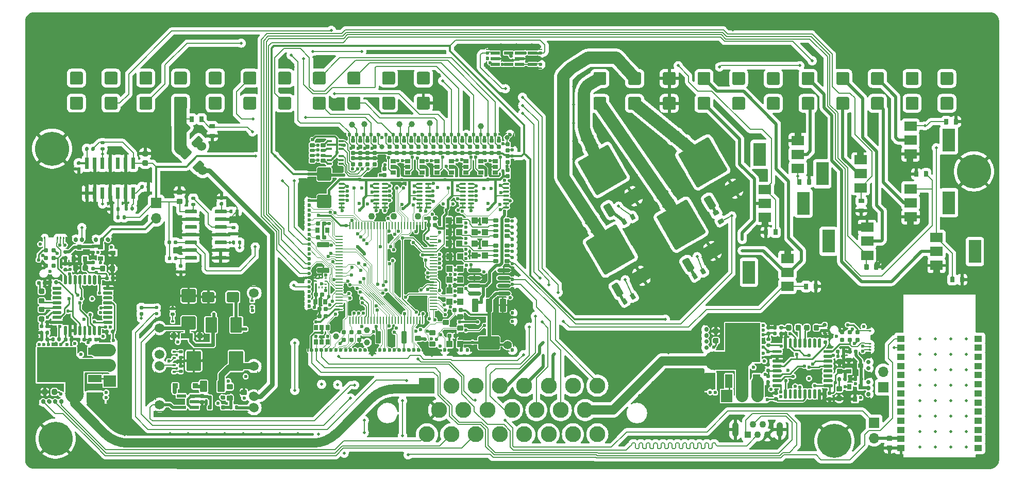
<source format=gtl>
G75*
G70*
%OFA0B0*%
%FSLAX25Y25*%
%IPPOS*%
%LPD*%
%AMOC8*
5,1,8,0,0,1.08239X$1,22.5*
%
%AMM128*
21,1,0.086610,0.073230,-0.000000,-0.000000,90.000000*
21,1,0.069290,0.090550,-0.000000,-0.000000,90.000000*
1,1,0.017320,0.036610,0.034650*
1,1,0.017320,0.036610,-0.034650*
1,1,0.017320,-0.036610,-0.034650*
1,1,0.017320,-0.036610,0.034650*
%
%AMM129*
21,1,0.094490,0.111020,-0.000000,-0.000000,180.000000*
21,1,0.075590,0.129920,-0.000000,-0.000000,180.000000*
1,1,0.018900,-0.037800,0.055510*
1,1,0.018900,0.037800,0.055510*
1,1,0.018900,0.037800,-0.055510*
1,1,0.018900,-0.037800,-0.055510*
%
%AMM130*
21,1,0.074800,0.083460,-0.000000,-0.000000,180.000000*
21,1,0.059840,0.098430,-0.000000,-0.000000,180.000000*
1,1,0.014960,-0.029920,0.041730*
1,1,0.014960,0.029920,0.041730*
1,1,0.014960,0.029920,-0.041730*
1,1,0.014960,-0.029920,-0.041730*
%
%AMM131*
21,1,0.078740,0.053540,-0.000000,-0.000000,0.000000*
21,1,0.065350,0.066930,-0.000000,-0.000000,0.000000*
1,1,0.013390,0.032680,-0.026770*
1,1,0.013390,-0.032680,-0.026770*
1,1,0.013390,-0.032680,0.026770*
1,1,0.013390,0.032680,0.026770*
%
%AMM132*
21,1,0.035430,0.030320,-0.000000,-0.000000,270.000000*
21,1,0.028350,0.037400,-0.000000,-0.000000,270.000000*
1,1,0.007090,-0.015160,-0.014170*
1,1,0.007090,-0.015160,0.014170*
1,1,0.007090,0.015160,0.014170*
1,1,0.007090,0.015160,-0.014170*
%
%AMM133*
21,1,0.021650,0.052760,-0.000000,-0.000000,90.000000*
21,1,0.017320,0.057090,-0.000000,-0.000000,90.000000*
1,1,0.004330,0.026380,0.008660*
1,1,0.004330,0.026380,-0.008660*
1,1,0.004330,-0.026380,-0.008660*
1,1,0.004330,-0.026380,0.008660*
%
%AMM134*
21,1,0.035830,0.026770,-0.000000,-0.000000,180.000000*
21,1,0.029130,0.033470,-0.000000,-0.000000,180.000000*
1,1,0.006690,-0.014570,0.013390*
1,1,0.006690,0.014570,0.013390*
1,1,0.006690,0.014570,-0.013390*
1,1,0.006690,-0.014570,-0.013390*
%
%AMM135*
21,1,0.070870,0.036220,-0.000000,-0.000000,270.000000*
21,1,0.061810,0.045280,-0.000000,-0.000000,270.000000*
1,1,0.009060,-0.018110,-0.030910*
1,1,0.009060,-0.018110,0.030910*
1,1,0.009060,0.018110,0.030910*
1,1,0.009060,0.018110,-0.030910*
%
%AMM136*
21,1,0.033470,0.026770,-0.000000,-0.000000,180.000000*
21,1,0.026770,0.033470,-0.000000,-0.000000,180.000000*
1,1,0.006690,-0.013390,0.013390*
1,1,0.006690,0.013390,0.013390*
1,1,0.006690,0.013390,-0.013390*
1,1,0.006690,-0.013390,-0.013390*
%
%AMM137*
21,1,0.015750,0.016540,-0.000000,-0.000000,90.000000*
21,1,0.012600,0.019680,-0.000000,-0.000000,90.000000*
1,1,0.003150,0.008270,0.006300*
1,1,0.003150,0.008270,-0.006300*
1,1,0.003150,-0.008270,-0.006300*
1,1,0.003150,-0.008270,0.006300*
%
%AMM138*
21,1,0.023620,0.018900,-0.000000,-0.000000,270.000000*
21,1,0.018900,0.023620,-0.000000,-0.000000,270.000000*
1,1,0.004720,-0.009450,-0.009450*
1,1,0.004720,-0.009450,0.009450*
1,1,0.004720,0.009450,0.009450*
1,1,0.004720,0.009450,-0.009450*
%
%AMM139*
21,1,0.019680,0.019680,-0.000000,-0.000000,180.000000*
21,1,0.015750,0.023620,-0.000000,-0.000000,180.000000*
1,1,0.003940,-0.007870,0.009840*
1,1,0.003940,0.007870,0.009840*
1,1,0.003940,0.007870,-0.009840*
1,1,0.003940,-0.007870,-0.009840*
%
%AMM140*
21,1,0.019680,0.019680,-0.000000,-0.000000,90.000000*
21,1,0.015750,0.023620,-0.000000,-0.000000,90.000000*
1,1,0.003940,0.009840,0.007870*
1,1,0.003940,0.009840,-0.007870*
1,1,0.003940,-0.009840,-0.007870*
1,1,0.003940,-0.009840,0.007870*
%
%AMM219*
21,1,0.025590,0.026380,-0.000000,-0.000000,90.000000*
21,1,0.020470,0.031500,-0.000000,-0.000000,90.000000*
1,1,0.005120,0.013190,0.010240*
1,1,0.005120,0.013190,-0.010240*
1,1,0.005120,-0.013190,-0.010240*
1,1,0.005120,-0.013190,0.010240*
%
%AMM220*
21,1,0.017720,0.027950,-0.000000,-0.000000,90.000000*
21,1,0.014170,0.031500,-0.000000,-0.000000,90.000000*
1,1,0.003540,0.013980,0.007090*
1,1,0.003540,0.013980,-0.007090*
1,1,0.003540,-0.013980,-0.007090*
1,1,0.003540,-0.013980,0.007090*
%
%AMM221*
21,1,0.012600,0.028980,-0.000000,-0.000000,270.000000*
21,1,0.010080,0.031500,-0.000000,-0.000000,270.000000*
1,1,0.002520,-0.014490,-0.005040*
1,1,0.002520,-0.014490,0.005040*
1,1,0.002520,0.014490,0.005040*
1,1,0.002520,0.014490,-0.005040*
%
%AMM222*
21,1,0.023620,0.030710,-0.000000,-0.000000,0.000000*
21,1,0.018900,0.035430,-0.000000,-0.000000,0.000000*
1,1,0.004720,0.009450,-0.015350*
1,1,0.004720,-0.009450,-0.015350*
1,1,0.004720,-0.009450,0.015350*
1,1,0.004720,0.009450,0.015350*
%
%AMM223*
21,1,0.027560,0.018900,-0.000000,-0.000000,270.000000*
21,1,0.022840,0.023620,-0.000000,-0.000000,270.000000*
1,1,0.004720,-0.009450,-0.011420*
1,1,0.004720,-0.009450,0.011420*
1,1,0.004720,0.009450,0.011420*
1,1,0.004720,0.009450,-0.011420*
%
%AMM224*
21,1,0.031500,0.072440,-0.000000,-0.000000,270.000000*
21,1,0.025200,0.078740,-0.000000,-0.000000,270.000000*
1,1,0.006300,-0.036220,-0.012600*
1,1,0.006300,-0.036220,0.012600*
1,1,0.006300,0.036220,0.012600*
1,1,0.006300,0.036220,-0.012600*
%
%AMM225*
21,1,0.027560,0.018900,-0.000000,-0.000000,0.000000*
21,1,0.022840,0.023620,-0.000000,-0.000000,0.000000*
1,1,0.004720,0.011420,-0.009450*
1,1,0.004720,-0.011420,-0.009450*
1,1,0.004720,-0.011420,0.009450*
1,1,0.004720,0.011420,0.009450*
%
%AMM226*
21,1,0.023620,0.030710,-0.000000,-0.000000,90.000000*
21,1,0.018900,0.035430,-0.000000,-0.000000,90.000000*
1,1,0.004720,0.015350,0.009450*
1,1,0.004720,0.015350,-0.009450*
1,1,0.004720,-0.015350,-0.009450*
1,1,0.004720,-0.015350,0.009450*
%
%AMM227*
21,1,0.035430,0.030320,-0.000000,-0.000000,90.000000*
21,1,0.028350,0.037400,-0.000000,-0.000000,90.000000*
1,1,0.007090,0.015160,0.014170*
1,1,0.007090,0.015160,-0.014170*
1,1,0.007090,-0.015160,-0.014170*
1,1,0.007090,-0.015160,0.014170*
%
%AMM228*
21,1,0.043310,0.075980,-0.000000,-0.000000,180.000000*
21,1,0.034650,0.084650,-0.000000,-0.000000,180.000000*
1,1,0.008660,-0.017320,0.037990*
1,1,0.008660,0.017320,0.037990*
1,1,0.008660,0.017320,-0.037990*
1,1,0.008660,-0.017320,-0.037990*
%
%AMM229*
21,1,0.039370,0.035430,-0.000000,-0.000000,180.000000*
21,1,0.031500,0.043310,-0.000000,-0.000000,180.000000*
1,1,0.007870,-0.015750,0.017720*
1,1,0.007870,0.015750,0.017720*
1,1,0.007870,0.015750,-0.017720*
1,1,0.007870,-0.015750,-0.017720*
%
%AMM230*
21,1,0.027560,0.030710,-0.000000,-0.000000,180.000000*
21,1,0.022050,0.036220,-0.000000,-0.000000,180.000000*
1,1,0.005510,-0.011020,0.015350*
1,1,0.005510,0.011020,0.015350*
1,1,0.005510,0.011020,-0.015350*
1,1,0.005510,-0.011020,-0.015350*
%
%AMM231*
21,1,0.031500,0.072440,-0.000000,-0.000000,180.000000*
21,1,0.025200,0.078740,-0.000000,-0.000000,180.000000*
1,1,0.006300,-0.012600,0.036220*
1,1,0.006300,0.012600,0.036220*
1,1,0.006300,0.012600,-0.036220*
1,1,0.006300,-0.012600,-0.036220*
%
%AMM232*
21,1,0.137800,0.067720,-0.000000,-0.000000,180.000000*
21,1,0.120870,0.084650,-0.000000,-0.000000,180.000000*
1,1,0.016930,-0.060430,0.033860*
1,1,0.016930,0.060430,0.033860*
1,1,0.016930,0.060430,-0.033860*
1,1,0.016930,-0.060430,-0.033860*
%
%AMM233*
21,1,0.043310,0.075990,-0.000000,-0.000000,180.000000*
21,1,0.034650,0.084650,-0.000000,-0.000000,180.000000*
1,1,0.008660,-0.017320,0.037990*
1,1,0.008660,0.017320,0.037990*
1,1,0.008660,0.017320,-0.037990*
1,1,0.008660,-0.017320,-0.037990*
%
%AMM234*
21,1,0.086610,0.073230,-0.000000,-0.000000,270.000000*
21,1,0.069290,0.090550,-0.000000,-0.000000,270.000000*
1,1,0.017320,-0.036610,-0.034650*
1,1,0.017320,-0.036610,0.034650*
1,1,0.017320,0.036610,0.034650*
1,1,0.017320,0.036610,-0.034650*
%
%AMM6*
21,1,0.021650,0.052760,0.000000,0.000000,270.000000*
21,1,0.017320,0.057090,0.000000,0.000000,270.000000*
1,1,0.004330,-0.026380,-0.008660*
1,1,0.004330,-0.026380,0.008660*
1,1,0.004330,0.026380,0.008660*
1,1,0.004330,0.026380,-0.008660*
%
%ADD10C,0.00787*%
%ADD100M6*%
%ADD108O,0.00787X0.40158*%
%ADD11C,0.07874*%
%ADD12R,0.07874X0.05906*%
%ADD13R,0.07874X0.14961*%
%ADD136C,0.01850*%
%ADD137R,0.03543X0.03150*%
%ADD138R,0.04724X0.08661*%
%ADD139C,0.05118*%
%ADD14C,0.22047*%
%ADD140R,0.22835X0.25197*%
%ADD141R,0.03150X0.03543*%
%ADD142C,0.03100*%
%ADD143R,0.07500X0.07874*%
%ADD144O,0.07500X0.07874*%
%ADD145C,0.03900*%
%ADD15C,0.03937*%
%ADD153O,0.04724X0.00866*%
%ADD154O,0.00866X0.04724*%
%ADD155O,0.04331X0.01181*%
%ADD158R,0.01378X0.00984*%
%ADD159R,0.00984X0.01378*%
%ADD16C,0.02362*%
%ADD164O,0.08661X0.02362*%
%ADD17O,0.00787X0.04823*%
%ADD172C,0.01260*%
%ADD173C,0.05512*%
%ADD18O,0.36614X0.00787*%
%ADD19R,0.06693X0.06693*%
%ADD20O,0.06693X0.06693*%
%ADD21C,0.02756*%
%ADD22C,0.11811*%
%ADD23R,0.11811X0.00984*%
%ADD24R,0.04331X0.00984*%
%ADD25R,0.03858X0.00984*%
%ADD26R,0.05709X0.00984*%
%ADD27R,0.00984X1.08661*%
%ADD28R,0.07677X0.00984*%
%ADD282M128*%
%ADD283M129*%
%ADD284M130*%
%ADD285M131*%
%ADD286M132*%
%ADD287M133*%
%ADD288M134*%
%ADD289M135*%
%ADD29R,0.03740X0.00984*%
%ADD290M136*%
%ADD291M137*%
%ADD292M138*%
%ADD293M139*%
%ADD294M140*%
%ADD30C,0.05906*%
%ADD31O,0.00787X0.12992*%
%ADD318R,0.08661X0.04724*%
%ADD319R,0.25197X0.22835*%
%ADD32O,0.00787X0.40157*%
%ADD320R,0.07874X0.07500*%
%ADD321O,0.07874X0.07500*%
%ADD33O,0.00787X0.01181*%
%ADD34O,0.66929X0.00787*%
%ADD35O,0.60630X0.00787*%
%ADD36O,0.00787X0.18898*%
%ADD37O,0.00787X0.10236*%
%ADD38O,0.00787X0.03937*%
%ADD39O,0.00787X0.05906*%
%ADD40R,0.10335X0.10335*%
%ADD400M219*%
%ADD401M220*%
%ADD402M221*%
%ADD403M222*%
%ADD404M223*%
%ADD405M224*%
%ADD406M225*%
%ADD407M226*%
%ADD408M227*%
%ADD409M228*%
%ADD41C,0.10335*%
%ADD410M229*%
%ADD411M230*%
%ADD412M231*%
%ADD413M232*%
%ADD414M233*%
%ADD415M234*%
%ADD42R,0.04331X0.04331*%
%ADD43C,0.04331*%
%ADD44O,0.04331X0.09449*%
%ADD45C,0.06000*%
%ADD46R,0.00787X0.14567*%
%ADD47R,0.00787X0.01575*%
%ADD48R,0.00787X0.06299*%
%ADD49R,0.00787X0.38189*%
%ADD50R,0.00787X0.09055*%
%ADD51R,0.05512X0.00787*%
%ADD52R,0.25197X0.00787*%
%ADD53R,0.06693X0.00787*%
%ADD54R,0.12992X0.00787*%
%ADD55R,0.00787X0.27559*%
%ADD56R,0.00787X0.12992*%
%ADD57R,0.00787X0.24803*%
%ADD58R,0.05118X0.03937*%
%ADD59R,0.00984X0.11811*%
%ADD60R,0.00984X0.04331*%
%ADD61R,0.00984X0.03858*%
%ADD62R,0.00984X0.05709*%
%ADD63R,1.08661X0.00984*%
%ADD64R,0.00984X0.07677*%
%ADD65R,0.00984X0.03740*%
%ADD66C,0.01969*%
%ADD67C,0.01181*%
%ADD68C,0.03150*%
%ADD69C,0.00984*%
%ADD76C,0.00492*%
%ADD82C,0.00800*%
%ADD93C,0.01968*%
%ADD94C,0.01575*%
X0000000Y0000000D02*
%LPD*%
G01*
D10*
X0404661Y0123834D02*
X0396478Y0119109D01*
X0392541Y0125929D01*
X0400724Y0130653D01*
X0404661Y0123834D01*
G36*
X0404661Y0123834D02*
G01*
X0396478Y0119109D01*
X0392541Y0125929D01*
X0400724Y0130653D01*
X0404661Y0123834D01*
G37*
G36*
X0315710Y0098998D02*
G01*
X0318061Y0098998D01*
X0318061Y0097423D01*
X0315710Y0097423D01*
X0315710Y0098998D01*
G37*
G36*
X0538300Y0206701D02*
G01*
X0542630Y0206701D01*
X0542630Y0201583D01*
X0538300Y0201583D01*
X0538300Y0206701D01*
G37*
G36*
X0570583Y0161819D02*
G01*
X0574914Y0161819D01*
X0574914Y0156701D01*
X0570583Y0156701D01*
X0570583Y0161819D01*
G37*
G36*
X0476489Y0161819D02*
G01*
X0480819Y0161819D01*
X0480819Y0156701D01*
X0476489Y0156701D01*
X0476489Y0161819D01*
G37*
D11*
X0394276Y0236614D02*
X0435544Y0202764D01*
D10*
X0450541Y0139999D02*
X0442359Y0135275D01*
X0438422Y0142094D01*
X0446604Y0146818D01*
X0450541Y0139999D01*
G36*
X0450541Y0139999D02*
G01*
X0442359Y0135275D01*
X0438422Y0142094D01*
X0446604Y0146818D01*
X0450541Y0139999D01*
G37*
X0399563Y0175429D02*
X0391380Y0170705D01*
X0387443Y0177524D01*
X0395626Y0182248D01*
X0399563Y0175429D01*
G36*
X0399563Y0175429D02*
G01*
X0391380Y0170705D01*
X0387443Y0177524D01*
X0395626Y0182248D01*
X0399563Y0175429D01*
G37*
X0419941Y0166417D02*
X0420055Y0166417D01*
G36*
X0587512Y0130717D02*
G01*
X0591843Y0130717D01*
X0591843Y0125598D01*
X0587512Y0125598D01*
X0587512Y0130717D01*
G37*
X0464560Y0180332D02*
X0456378Y0175607D01*
X0452441Y0182426D01*
X0460623Y0187151D01*
X0464560Y0180332D01*
G36*
X0464560Y0180332D02*
G01*
X0456378Y0175607D01*
X0452441Y0182426D01*
X0460623Y0187151D01*
X0464560Y0180332D01*
G37*
G36*
X0497748Y0219299D02*
G01*
X0502079Y0219299D01*
X0502079Y0214181D01*
X0497748Y0214181D01*
X0497748Y0219299D01*
G37*
G36*
X0570189Y0202370D02*
G01*
X0574520Y0202370D01*
X0574520Y0197252D01*
X0570189Y0197252D01*
X0570189Y0202370D01*
G37*
G36*
X0180799Y0124572D02*
G01*
X0182642Y0124572D01*
X0182642Y0122997D01*
X0180799Y0122997D01*
X0180799Y0124572D01*
G37*
G36*
X0491055Y0142528D02*
G01*
X0495386Y0142528D01*
X0495386Y0137409D01*
X0491055Y0137409D01*
X0491055Y0142528D01*
G37*
D11*
X0373717Y0149467D02*
X0348142Y0188984D01*
G36*
X0537118Y0158669D02*
G01*
X0542237Y0158669D01*
X0542237Y0154339D01*
X0537118Y0154339D01*
X0537118Y0158669D01*
G37*
D12*
X0499902Y0194532D03*
X0499902Y0203587D03*
X0499902Y0212642D03*
D13*
X0475099Y0203587D03*
G36*
G01*
X0603457Y0226347D02*
X0603457Y0223276D01*
G75*
G02*
X0603181Y0223000I-000276J0000000D01*
G01*
X0600977Y0223000D01*
G75*
G02*
X0600701Y0223276I0000000J0000276D01*
G01*
X0600701Y0226347D01*
G75*
G02*
X0600977Y0226622I0000276J0000000D01*
G01*
X0603181Y0226622D01*
G75*
G02*
X0603457Y0226347I0000000J-000276D01*
G01*
G37*
G36*
G01*
X0597158Y0226347D02*
X0597158Y0223276D01*
G75*
G02*
X0596882Y0223000I-000276J0000000D01*
G01*
X0594677Y0223000D01*
G75*
G02*
X0594402Y0223276I0000000J0000276D01*
G01*
X0594402Y0226347D01*
G75*
G02*
X0594677Y0226622I0000276J0000000D01*
G01*
X0596882Y0226622D01*
G75*
G02*
X0597158Y0226347I0000000J-000276D01*
G01*
G37*
G36*
G01*
X0575111Y0189417D02*
X0575111Y0192488D01*
G75*
G02*
X0575386Y0192764I0000276J0000000D01*
G01*
X0577591Y0192764D01*
G75*
G02*
X0577866Y0192488I0000000J-000276D01*
G01*
X0577866Y0189417D01*
G75*
G02*
X0577591Y0189142I-000276J0000000D01*
G01*
X0575386Y0189142D01*
G75*
G02*
X0575111Y0189417I0000000J0000276D01*
G01*
G37*
G36*
G01*
X0581410Y0189417D02*
X0581410Y0192488D01*
G75*
G02*
X0581685Y0192764I0000276J0000000D01*
G01*
X0583890Y0192764D01*
G75*
G02*
X0584166Y0192488I0000000J-000276D01*
G01*
X0584166Y0189417D01*
G75*
G02*
X0583890Y0189142I-000276J0000000D01*
G01*
X0581685Y0189142D01*
G75*
G02*
X0581410Y0189417I0000000J0000276D01*
G01*
G37*
D14*
X0019768Y0019563D03*
G36*
G01*
X0542425Y0165791D02*
X0539354Y0165791D01*
G75*
G02*
X0539079Y0166067I0000000J0000276D01*
G01*
X0539079Y0168272D01*
G75*
G02*
X0539354Y0168547I0000276J0000000D01*
G01*
X0542425Y0168547D01*
G75*
G02*
X0542701Y0168272I0000000J-000276D01*
G01*
X0542701Y0166067D01*
G75*
G02*
X0542425Y0165791I-000276J0000000D01*
G01*
G37*
G36*
G01*
X0542425Y0172091D02*
X0539354Y0172091D01*
G75*
G02*
X0539079Y0172366I0000000J0000276D01*
G01*
X0539079Y0174571D01*
G75*
G02*
X0539354Y0174847I0000276J0000000D01*
G01*
X0542425Y0174847D01*
G75*
G02*
X0542701Y0174571I0000000J-000276D01*
G01*
X0542701Y0172366D01*
G75*
G02*
X0542425Y0172091I-000276J0000000D01*
G01*
G37*
D12*
X0493111Y0118221D03*
X0493111Y0127276D03*
X0493111Y0136331D03*
D13*
X0468307Y0127276D03*
G36*
G01*
X0132176Y0165978D02*
X0132176Y0167435D01*
G75*
G02*
X0132708Y0167967I0000531J0000000D01*
G01*
X0133771Y0167967D01*
G75*
G02*
X0134302Y0167435I0000000J-000531D01*
G01*
X0134302Y0165978D01*
G75*
G02*
X0133771Y0165447I-000531J0000000D01*
G01*
X0132708Y0165447D01*
G75*
G02*
X0132176Y0165978I0000000J0000531D01*
G01*
G37*
G36*
G01*
X0136192Y0165978D02*
X0136192Y0167435D01*
G75*
G02*
X0136724Y0167967I0000531J0000000D01*
G01*
X0137787Y0167967D01*
G75*
G02*
X0138318Y0167435I0000000J-000531D01*
G01*
X0138318Y0165978D01*
G75*
G02*
X0137787Y0165447I-000531J0000000D01*
G01*
X0136724Y0165447D01*
G75*
G02*
X0136192Y0165978I0000000J0000531D01*
G01*
G37*
G36*
G01*
X0100098Y0132459D02*
X0101436Y0132459D01*
G75*
G02*
X0101988Y0131908I0000000J-000551D01*
G01*
X0101988Y0130805D01*
G75*
G02*
X0101436Y0130254I-000551J0000000D01*
G01*
X0100098Y0130254D01*
G75*
G02*
X0099547Y0130805I0000000J0000551D01*
G01*
X0099547Y0131908D01*
G75*
G02*
X0100098Y0132459I0000551J0000000D01*
G01*
G37*
G36*
G01*
X0100098Y0128679D02*
X0101436Y0128679D01*
G75*
G02*
X0101988Y0128128I0000000J-000551D01*
G01*
X0101988Y0127026D01*
G75*
G02*
X0101436Y0126475I-000551J0000000D01*
G01*
X0100098Y0126475D01*
G75*
G02*
X0099547Y0127026I0000000J0000551D01*
G01*
X0099547Y0128128D01*
G75*
G02*
X0100098Y0128679I0000551J0000000D01*
G01*
G37*
D15*
X0211410Y0223000D03*
G36*
G01*
X0446383Y0169387D02*
X0443996Y0168009D01*
G75*
G02*
X0442651Y0168370I-000492J0000852D01*
G01*
X0439305Y0174166D01*
G75*
G02*
X0439665Y0175510I0000852J0000492D01*
G01*
X0442052Y0176888D01*
G75*
G02*
X0443396Y0176528I0000492J-000852D01*
G01*
X0446743Y0170732D01*
G75*
G02*
X0446383Y0169387I-000852J-000492D01*
G01*
G37*
G36*
G01*
X0453731Y0192723D02*
X0446059Y0188294D01*
G75*
G02*
X0444715Y0188654I-000492J0000852D01*
G01*
X0439695Y0197349D01*
G75*
G02*
X0440055Y0198693I0000852J0000492D01*
G01*
X0447727Y0203122D01*
G75*
G02*
X0449071Y0202762I0000492J-000852D01*
G01*
X0454091Y0194068D01*
G75*
G02*
X0453731Y0192723I-000852J-000492D01*
G01*
G37*
G36*
G01*
X0443332Y0186719D02*
X0435660Y0182290D01*
G75*
G02*
X0434316Y0182650I-000492J0000852D01*
G01*
X0429296Y0191345D01*
G75*
G02*
X0429656Y0192689I0000852J0000492D01*
G01*
X0437328Y0197118D01*
G75*
G02*
X0438672Y0196758I0000492J-000852D01*
G01*
X0443692Y0188064D01*
G75*
G02*
X0443332Y0186719I-000852J-000492D01*
G01*
G37*
G36*
G01*
X0453731Y0192723D02*
X0435660Y0182290D01*
G75*
G02*
X0434316Y0182650I-000492J0000852D01*
G01*
X0422701Y0202767D01*
G75*
G02*
X0423062Y0204111I0000852J0000492D01*
G01*
X0441132Y0214544D01*
G75*
G02*
X0442477Y0214184I0000492J-000852D01*
G01*
X0454091Y0194068D01*
G75*
G02*
X0453731Y0192723I-000852J-000492D01*
G01*
G37*
G36*
G01*
X0447136Y0204145D02*
X0439465Y0199716D01*
G75*
G02*
X0438120Y0200076I-000492J0000852D01*
G01*
X0433100Y0208771D01*
G75*
G02*
X0433461Y0210115I0000852J0000492D01*
G01*
X0441132Y0214544D01*
G75*
G02*
X0442477Y0214184I0000492J-000852D01*
G01*
X0447496Y0205490D01*
G75*
G02*
X0447136Y0204145I-000852J-000492D01*
G01*
G37*
G36*
G01*
X0436737Y0198141D02*
X0429066Y0193712D01*
G75*
G02*
X0427721Y0194072I-000492J0000852D01*
G01*
X0422701Y0202767D01*
G75*
G02*
X0423062Y0204111I0000852J0000492D01*
G01*
X0430733Y0208540D01*
G75*
G02*
X0432078Y0208180I0000492J-000852D01*
G01*
X0437097Y0199486D01*
G75*
G02*
X0436737Y0198141I-000852J-000492D01*
G01*
G37*
G36*
G01*
X0461930Y0178364D02*
X0459544Y0176986D01*
G75*
G02*
X0458199Y0177346I-000492J0000852D01*
G01*
X0454853Y0183142D01*
G75*
G02*
X0455213Y0184487I0000852J0000492D01*
G01*
X0457599Y0185865D01*
G75*
G02*
X0458944Y0185504I0000492J-000852D01*
G01*
X0462290Y0179708D01*
G75*
G02*
X0461930Y0178364I-000852J-000492D01*
G01*
G37*
G36*
G01*
X0045018Y0207895D02*
X0045018Y0206438D01*
G75*
G02*
X0044487Y0205907I-000531J0000000D01*
G01*
X0043424Y0205907D01*
G75*
G02*
X0042892Y0206438I0000000J0000531D01*
G01*
X0042892Y0207895D01*
G75*
G02*
X0043424Y0208427I0000531J0000000D01*
G01*
X0044487Y0208427D01*
G75*
G02*
X0045018Y0207895I0000000J-000531D01*
G01*
G37*
G36*
G01*
X0041002Y0207895D02*
X0041002Y0206438D01*
G75*
G02*
X0040471Y0205907I-000531J0000000D01*
G01*
X0039408Y0205907D01*
G75*
G02*
X0038876Y0206438I0000000J0000531D01*
G01*
X0038876Y0207895D01*
G75*
G02*
X0039408Y0208427I0000531J0000000D01*
G01*
X0040471Y0208427D01*
G75*
G02*
X0041002Y0207895I0000000J-000531D01*
G01*
G37*
G36*
G01*
X0049382Y0212218D02*
X0050839Y0212218D01*
G75*
G02*
X0051370Y0211686I0000000J-000531D01*
G01*
X0051370Y0210623D01*
G75*
G02*
X0050839Y0210092I-000531J0000000D01*
G01*
X0049382Y0210092D01*
G75*
G02*
X0048851Y0210623I0000000J0000531D01*
G01*
X0048851Y0211686D01*
G75*
G02*
X0049382Y0212218I0000531J0000000D01*
G01*
G37*
G36*
G01*
X0049382Y0208202D02*
X0050839Y0208202D01*
G75*
G02*
X0051370Y0207670I0000000J-000531D01*
G01*
X0051370Y0206607D01*
G75*
G02*
X0050839Y0206076I-000531J0000000D01*
G01*
X0049382Y0206076D01*
G75*
G02*
X0048851Y0206607I0000000J0000531D01*
G01*
X0048851Y0207670D01*
G75*
G02*
X0049382Y0208202I0000531J0000000D01*
G01*
G37*
G36*
G01*
X0381390Y0164486D02*
X0379004Y0163108D01*
G75*
G02*
X0377659Y0163468I-000492J0000852D01*
G01*
X0374313Y0169264D01*
G75*
G02*
X0374673Y0170609I0000852J0000492D01*
G01*
X0377060Y0171987D01*
G75*
G02*
X0378404Y0171627I0000492J-000852D01*
G01*
X0381750Y0165830D01*
G75*
G02*
X0381390Y0164486I-000852J-000492D01*
G01*
G37*
G36*
G01*
X0388738Y0187822D02*
X0381067Y0183392D01*
G75*
G02*
X0379722Y0183753I-000492J0000852D01*
G01*
X0374703Y0192447D01*
G75*
G02*
X0375063Y0193792I0000852J0000492D01*
G01*
X0382734Y0198221D01*
G75*
G02*
X0384079Y0197860I0000492J-000852D01*
G01*
X0389098Y0189166D01*
G75*
G02*
X0388738Y0187822I-000852J-000492D01*
G01*
G37*
G36*
G01*
X0378339Y0181818D02*
X0370668Y0177389D01*
G75*
G02*
X0369323Y0177749I-000492J0000852D01*
G01*
X0364303Y0186443D01*
G75*
G02*
X0364664Y0187788I0000852J0000492D01*
G01*
X0372335Y0192217D01*
G75*
G02*
X0373680Y0191857I0000492J-000852D01*
G01*
X0378699Y0183162D01*
G75*
G02*
X0378339Y0181818I-000852J-000492D01*
G01*
G37*
G36*
G01*
X0388738Y0187822D02*
X0370668Y0177389D01*
G75*
G02*
X0369323Y0177749I-000492J0000852D01*
G01*
X0357709Y0197865D01*
G75*
G02*
X0358069Y0199210I0000852J0000492D01*
G01*
X0376140Y0209643D01*
G75*
G02*
X0377484Y0209282I0000492J-000852D01*
G01*
X0389099Y0189166D01*
G75*
G02*
X0388738Y0187822I-000852J-000492D01*
G01*
G37*
G36*
G01*
X0382144Y0199244D02*
X0374472Y0194814D01*
G75*
G02*
X0373128Y0195175I-000492J0000852D01*
G01*
X0368108Y0203869D01*
G75*
G02*
X0368468Y0205214I0000852J0000492D01*
G01*
X0376140Y0209643D01*
G75*
G02*
X0377484Y0209282I0000492J-000852D01*
G01*
X0382504Y0200588D01*
G75*
G02*
X0382144Y0199244I-000852J-000492D01*
G01*
G37*
G36*
G01*
X0371745Y0193240D02*
X0364073Y0188811D01*
G75*
G02*
X0362729Y0189171I-000492J0000852D01*
G01*
X0357709Y0197865D01*
G75*
G02*
X0358069Y0199210I0000852J0000492D01*
G01*
X0365741Y0203639D01*
G75*
G02*
X0367085Y0203279I0000492J-000852D01*
G01*
X0372105Y0194584D01*
G75*
G02*
X0371745Y0193240I-000852J-000492D01*
G01*
G37*
G36*
G01*
X0396938Y0173462D02*
X0394551Y0172084D01*
G75*
G02*
X0393207Y0172444I-000492J0000852D01*
G01*
X0389860Y0178241D01*
G75*
G02*
X0390220Y0179585I0000852J0000492D01*
G01*
X0392607Y0180963D01*
G75*
G02*
X0393952Y0180603I0000492J-000852D01*
G01*
X0397298Y0174807D01*
G75*
G02*
X0396938Y0173462I-000852J-000492D01*
G01*
G37*
X0219351Y0223189D03*
D14*
X0613803Y0192547D03*
D16*
X0333477Y0269201D03*
D17*
X0298437Y0261425D03*
D18*
X0316351Y0271563D03*
X0316351Y0259358D03*
D16*
X0333477Y0265461D03*
X0333477Y0261721D03*
X0299225Y0265658D03*
X0299225Y0269201D03*
G36*
G01*
X0109500Y0170165D02*
X0108044Y0170165D01*
G75*
G02*
X0107512Y0170697I0000000J0000531D01*
G01*
X0107512Y0171760D01*
G75*
G02*
X0108044Y0172291I0000531J0000000D01*
G01*
X0109500Y0172291D01*
G75*
G02*
X0110032Y0171760I0000000J-000531D01*
G01*
X0110032Y0170697D01*
G75*
G02*
X0109500Y0170165I-000531J0000000D01*
G01*
G37*
G36*
G01*
X0109500Y0174181D02*
X0108044Y0174181D01*
G75*
G02*
X0107512Y0174713I0000000J0000531D01*
G01*
X0107512Y0175776D01*
G75*
G02*
X0108044Y0176307I0000531J0000000D01*
G01*
X0109500Y0176307D01*
G75*
G02*
X0110032Y0175776I0000000J-000531D01*
G01*
X0110032Y0174713D01*
G75*
G02*
X0109500Y0174181I-000531J0000000D01*
G01*
G37*
G36*
G01*
X0092366Y0135558D02*
X0092366Y0137015D01*
G75*
G02*
X0092898Y0137547I0000531J0000000D01*
G01*
X0093961Y0137547D01*
G75*
G02*
X0094492Y0137015I0000000J-000531D01*
G01*
X0094492Y0135558D01*
G75*
G02*
X0093961Y0135027I-000531J0000000D01*
G01*
X0092898Y0135027D01*
G75*
G02*
X0092366Y0135558I0000000J0000531D01*
G01*
G37*
G36*
G01*
X0096382Y0135558D02*
X0096382Y0137015D01*
G75*
G02*
X0096914Y0137547I0000531J0000000D01*
G01*
X0097977Y0137547D01*
G75*
G02*
X0098508Y0137015I0000000J-000531D01*
G01*
X0098508Y0135558D01*
G75*
G02*
X0097977Y0135027I-000531J0000000D01*
G01*
X0096914Y0135027D01*
G75*
G02*
X0096382Y0135558I0000000J0000531D01*
G01*
G37*
G36*
G01*
X0034087Y0199063D02*
X0035426Y0199063D01*
G75*
G02*
X0035977Y0198512I0000000J-000551D01*
G01*
X0035977Y0197409D01*
G75*
G02*
X0035426Y0196858I-000551J0000000D01*
G01*
X0034087Y0196858D01*
G75*
G02*
X0033536Y0197409I0000000J0000551D01*
G01*
X0033536Y0198512D01*
G75*
G02*
X0034087Y0199063I0000551J0000000D01*
G01*
G37*
G36*
G01*
X0034087Y0195284D02*
X0035426Y0195284D01*
G75*
G02*
X0035977Y0194732I0000000J-000551D01*
G01*
X0035977Y0193630D01*
G75*
G02*
X0035426Y0193079I-000551J0000000D01*
G01*
X0034087Y0193079D01*
G75*
G02*
X0033536Y0193630I0000000J0000551D01*
G01*
X0033536Y0194732D01*
G75*
G02*
X0034087Y0195284I0000551J0000000D01*
G01*
G37*
G36*
G01*
X0064441Y0167843D02*
X0064441Y0169181D01*
G75*
G02*
X0064992Y0169732I0000551J0000000D01*
G01*
X0066095Y0169732D01*
G75*
G02*
X0066646Y0169181I0000000J-000551D01*
G01*
X0066646Y0167843D01*
G75*
G02*
X0066095Y0167291I-000551J0000000D01*
G01*
X0064992Y0167291D01*
G75*
G02*
X0064441Y0167843I0000000J0000551D01*
G01*
G37*
G36*
G01*
X0068221Y0167843D02*
X0068221Y0169181D01*
G75*
G02*
X0068772Y0169732I0000551J0000000D01*
G01*
X0069874Y0169732D01*
G75*
G02*
X0070426Y0169181I0000000J-000551D01*
G01*
X0070426Y0167843D01*
G75*
G02*
X0069874Y0167291I-000551J0000000D01*
G01*
X0068772Y0167291D01*
G75*
G02*
X0068221Y0167843I0000000J0000551D01*
G01*
G37*
D19*
X0549272Y0029937D03*
D20*
X0549272Y0019937D03*
G36*
G01*
X0551965Y0132284D02*
X0551965Y0129213D01*
G75*
G02*
X0551689Y0128937I-000276J0000000D01*
G01*
X0549485Y0128937D01*
G75*
G02*
X0549209Y0129213I0000000J0000276D01*
G01*
X0549209Y0132284D01*
G75*
G02*
X0549485Y0132559I0000276J0000000D01*
G01*
X0551689Y0132559D01*
G75*
G02*
X0551965Y0132284I0000000J-000276D01*
G01*
G37*
G36*
G01*
X0545666Y0132284D02*
X0545666Y0129213D01*
G75*
G02*
X0545390Y0128937I-000276J0000000D01*
G01*
X0543185Y0128937D01*
G75*
G02*
X0542910Y0129213I0000000J0000276D01*
G01*
X0542910Y0132284D01*
G75*
G02*
X0543185Y0132559I0000276J0000000D01*
G01*
X0545390Y0132559D01*
G75*
G02*
X0545666Y0132284I0000000J-000276D01*
G01*
G37*
G36*
G01*
X0115492Y0227917D02*
X0115492Y0224847D01*
G75*
G02*
X0115217Y0224571I-000276J0000000D01*
G01*
X0113012Y0224571D01*
G75*
G02*
X0112737Y0224847I0000000J0000276D01*
G01*
X0112737Y0227917D01*
G75*
G02*
X0113012Y0228193I0000276J0000000D01*
G01*
X0115217Y0228193D01*
G75*
G02*
X0115492Y0227917I0000000J-000276D01*
G01*
G37*
G36*
G01*
X0109193Y0227917D02*
X0109193Y0224847D01*
G75*
G02*
X0108918Y0224571I-000276J0000000D01*
G01*
X0106713Y0224571D01*
G75*
G02*
X0106437Y0224847I0000000J0000276D01*
G01*
X0106437Y0227917D01*
G75*
G02*
X0106713Y0228193I0000276J0000000D01*
G01*
X0108918Y0228193D01*
G75*
G02*
X0109193Y0227917I0000000J-000276D01*
G01*
G37*
D12*
X0544666Y0138311D03*
X0544666Y0147366D03*
X0544666Y0156421D03*
D13*
X0519863Y0147366D03*
D19*
X0084847Y0172207D03*
D20*
X0084847Y0162207D03*
G36*
G01*
X0130349Y0137462D02*
X0130349Y0135690D01*
G75*
G02*
X0130054Y0135395I-000295J0000000D01*
G01*
X0123164Y0135395D01*
G75*
G02*
X0122869Y0135690I0000000J0000295D01*
G01*
X0122869Y0137462D01*
G75*
G02*
X0123164Y0137757I0000295J0000000D01*
G01*
X0130054Y0137757D01*
G75*
G02*
X0130349Y0137462I0000000J-000295D01*
G01*
G37*
G36*
G01*
X0130349Y0142462D02*
X0130349Y0140690D01*
G75*
G02*
X0130054Y0140395I-000295J0000000D01*
G01*
X0123164Y0140395D01*
G75*
G02*
X0122869Y0140690I0000000J0000295D01*
G01*
X0122869Y0142462D01*
G75*
G02*
X0123164Y0142757I0000295J0000000D01*
G01*
X0130054Y0142757D01*
G75*
G02*
X0130349Y0142462I0000000J-000295D01*
G01*
G37*
G36*
G01*
X0130349Y0147462D02*
X0130349Y0145690D01*
G75*
G02*
X0130054Y0145395I-000295J0000000D01*
G01*
X0123164Y0145395D01*
G75*
G02*
X0122869Y0145690I0000000J0000295D01*
G01*
X0122869Y0147462D01*
G75*
G02*
X0123164Y0147757I0000295J0000000D01*
G01*
X0130054Y0147757D01*
G75*
G02*
X0130349Y0147462I0000000J-000295D01*
G01*
G37*
G36*
G01*
X0130349Y0152462D02*
X0130349Y0150690D01*
G75*
G02*
X0130054Y0150395I-000295J0000000D01*
G01*
X0123164Y0150395D01*
G75*
G02*
X0122869Y0150690I0000000J0000295D01*
G01*
X0122869Y0152462D01*
G75*
G02*
X0123164Y0152757I0000295J0000000D01*
G01*
X0130054Y0152757D01*
G75*
G02*
X0130349Y0152462I0000000J-000295D01*
G01*
G37*
G36*
G01*
X0130349Y0157462D02*
X0130349Y0155690D01*
G75*
G02*
X0130054Y0155395I-000295J0000000D01*
G01*
X0123164Y0155395D01*
G75*
G02*
X0122869Y0155690I0000000J0000295D01*
G01*
X0122869Y0157462D01*
G75*
G02*
X0123164Y0157757I0000295J0000000D01*
G01*
X0130054Y0157757D01*
G75*
G02*
X0130349Y0157462I0000000J-000295D01*
G01*
G37*
G36*
G01*
X0130349Y0162462D02*
X0130349Y0160690D01*
G75*
G02*
X0130054Y0160395I-000295J0000000D01*
G01*
X0123164Y0160395D01*
G75*
G02*
X0122869Y0160690I0000000J0000295D01*
G01*
X0122869Y0162462D01*
G75*
G02*
X0123164Y0162757I0000295J0000000D01*
G01*
X0130054Y0162757D01*
G75*
G02*
X0130349Y0162462I0000000J-000295D01*
G01*
G37*
G36*
G01*
X0130349Y0167462D02*
X0130349Y0165690D01*
G75*
G02*
X0130054Y0165395I-000295J0000000D01*
G01*
X0123164Y0165395D01*
G75*
G02*
X0122869Y0165690I0000000J0000295D01*
G01*
X0122869Y0167462D01*
G75*
G02*
X0123164Y0167757I0000295J0000000D01*
G01*
X0130054Y0167757D01*
G75*
G02*
X0130349Y0167462I0000000J-000295D01*
G01*
G37*
G36*
G01*
X0111018Y0167462D02*
X0111018Y0165690D01*
G75*
G02*
X0110723Y0165395I-000295J0000000D01*
G01*
X0103833Y0165395D01*
G75*
G02*
X0103538Y0165690I0000000J0000295D01*
G01*
X0103538Y0167462D01*
G75*
G02*
X0103833Y0167757I0000295J0000000D01*
G01*
X0110723Y0167757D01*
G75*
G02*
X0111018Y0167462I0000000J-000295D01*
G01*
G37*
G36*
G01*
X0111018Y0162462D02*
X0111018Y0160690D01*
G75*
G02*
X0110723Y0160395I-000295J0000000D01*
G01*
X0103833Y0160395D01*
G75*
G02*
X0103538Y0160690I0000000J0000295D01*
G01*
X0103538Y0162462D01*
G75*
G02*
X0103833Y0162757I0000295J0000000D01*
G01*
X0110723Y0162757D01*
G75*
G02*
X0111018Y0162462I0000000J-000295D01*
G01*
G37*
G36*
G01*
X0111018Y0157462D02*
X0111018Y0155690D01*
G75*
G02*
X0110723Y0155395I-000295J0000000D01*
G01*
X0103833Y0155395D01*
G75*
G02*
X0103538Y0155690I0000000J0000295D01*
G01*
X0103538Y0157462D01*
G75*
G02*
X0103833Y0157757I0000295J0000000D01*
G01*
X0110723Y0157757D01*
G75*
G02*
X0111018Y0157462I0000000J-000295D01*
G01*
G37*
G36*
G01*
X0111018Y0152462D02*
X0111018Y0150690D01*
G75*
G02*
X0110723Y0150395I-000295J0000000D01*
G01*
X0103833Y0150395D01*
G75*
G02*
X0103538Y0150690I0000000J0000295D01*
G01*
X0103538Y0152462D01*
G75*
G02*
X0103833Y0152757I0000295J0000000D01*
G01*
X0110723Y0152757D01*
G75*
G02*
X0111018Y0152462I0000000J-000295D01*
G01*
G37*
G36*
G01*
X0111018Y0147462D02*
X0111018Y0145690D01*
G75*
G02*
X0110723Y0145395I-000295J0000000D01*
G01*
X0103833Y0145395D01*
G75*
G02*
X0103538Y0145690I0000000J0000295D01*
G01*
X0103538Y0147462D01*
G75*
G02*
X0103833Y0147757I0000295J0000000D01*
G01*
X0110723Y0147757D01*
G75*
G02*
X0111018Y0147462I0000000J-000295D01*
G01*
G37*
G36*
G01*
X0111018Y0142462D02*
X0111018Y0140690D01*
G75*
G02*
X0110723Y0140395I-000295J0000000D01*
G01*
X0103833Y0140395D01*
G75*
G02*
X0103538Y0140690I0000000J0000295D01*
G01*
X0103538Y0142462D01*
G75*
G02*
X0103833Y0142757I0000295J0000000D01*
G01*
X0110723Y0142757D01*
G75*
G02*
X0111018Y0142462I0000000J-000295D01*
G01*
G37*
G36*
G01*
X0111018Y0137462D02*
X0111018Y0135690D01*
G75*
G02*
X0110723Y0135395I-000295J0000000D01*
G01*
X0103833Y0135395D01*
G75*
G02*
X0103538Y0135690I0000000J0000295D01*
G01*
X0103538Y0137462D01*
G75*
G02*
X0103833Y0137757I0000295J0000000D01*
G01*
X0110723Y0137757D01*
G75*
G02*
X0111018Y0137462I0000000J-000295D01*
G01*
G37*
G36*
G01*
X0432351Y0129068D02*
X0429964Y0127690D01*
G75*
G02*
X0428620Y0128051I-000492J0000852D01*
G01*
X0425273Y0133847D01*
G75*
G02*
X0425634Y0135191I0000852J0000492D01*
G01*
X0428020Y0136569D01*
G75*
G02*
X0429365Y0136209I0000492J-000852D01*
G01*
X0432711Y0130413D01*
G75*
G02*
X0432351Y0129068I-000852J-000492D01*
G01*
G37*
G36*
G01*
X0439699Y0152404D02*
X0432028Y0147975D01*
G75*
G02*
X0430683Y0148335I-000492J0000852D01*
G01*
X0425663Y0157030D01*
G75*
G02*
X0426024Y0158374I0000852J0000492D01*
G01*
X0433695Y0162803D01*
G75*
G02*
X0435040Y0162443I0000492J-000852D01*
G01*
X0440059Y0153749D01*
G75*
G02*
X0439699Y0152404I-000852J-000492D01*
G01*
G37*
G36*
G01*
X0429300Y0146400D02*
X0421629Y0141971D01*
G75*
G02*
X0420284Y0142331I-000492J0000852D01*
G01*
X0415264Y0151026D01*
G75*
G02*
X0415625Y0152370I0000852J0000492D01*
G01*
X0423296Y0156799D01*
G75*
G02*
X0424641Y0156439I0000492J-000852D01*
G01*
X0429660Y0147745D01*
G75*
G02*
X0429300Y0146400I-000852J-000492D01*
G01*
G37*
G36*
G01*
X0439699Y0152404D02*
X0421629Y0141971D01*
G75*
G02*
X0420284Y0142331I-000492J0000852D01*
G01*
X0408670Y0162448D01*
G75*
G02*
X0409030Y0163792I0000852J0000492D01*
G01*
X0427101Y0174225D01*
G75*
G02*
X0428445Y0173865I0000492J-000852D01*
G01*
X0440059Y0153749D01*
G75*
G02*
X0439699Y0152404I-000852J-000492D01*
G01*
G37*
G36*
G01*
X0433105Y0163826D02*
X0425433Y0159397D01*
G75*
G02*
X0424089Y0159757I-000492J0000852D01*
G01*
X0419069Y0168452D01*
G75*
G02*
X0419429Y0169796I0000852J0000492D01*
G01*
X0427101Y0174225D01*
G75*
G02*
X0428445Y0173865I0000492J-000852D01*
G01*
X0433465Y0165171D01*
G75*
G02*
X0433105Y0163826I-000852J-000492D01*
G01*
G37*
G36*
G01*
X0422706Y0157822D02*
X0415034Y0153393D01*
G75*
G02*
X0413690Y0153753I-000492J0000852D01*
G01*
X0408670Y0162448D01*
G75*
G02*
X0409030Y0163792I0000852J0000492D01*
G01*
X0416702Y0168221D01*
G75*
G02*
X0418046Y0167861I0000492J-000852D01*
G01*
X0423066Y0159167D01*
G75*
G02*
X0422706Y0157822I-000852J-000492D01*
G01*
G37*
G36*
G01*
X0447899Y0138045D02*
X0445512Y0136667D01*
G75*
G02*
X0444167Y0137027I-000492J0000852D01*
G01*
X0440821Y0142823D01*
G75*
G02*
X0441181Y0144168I0000852J0000492D01*
G01*
X0443568Y0145546D01*
G75*
G02*
X0444912Y0145186I0000492J-000852D01*
G01*
X0448259Y0139389D01*
G75*
G02*
X0447899Y0138045I-000852J-000492D01*
G01*
G37*
D21*
X0011772Y0043658D03*
X0023583Y0043658D03*
X0019646Y0043658D03*
X0015709Y0043658D03*
D22*
X0032048Y0048579D03*
D23*
X0045827Y0042181D03*
D24*
X0058426Y0149858D03*
D25*
X0041339Y0149858D03*
X0028347Y0149858D03*
D26*
X0008327Y0149858D03*
D27*
X0060099Y0096020D03*
X0005965Y0096020D03*
D28*
X0056752Y0042181D03*
D29*
X0007343Y0042181D03*
G36*
G01*
X0056063Y0112752D02*
X0051142Y0112752D01*
G75*
G02*
X0050650Y0113244I0000000J0000492D01*
G01*
X0050650Y0114228D01*
G75*
G02*
X0051142Y0114721I0000492J0000000D01*
G01*
X0056063Y0114721D01*
G75*
G02*
X0056555Y0114228I0000000J-000492D01*
G01*
X0056555Y0113244D01*
G75*
G02*
X0056063Y0112752I-000492J0000000D01*
G01*
G37*
G36*
G01*
X0045532Y0119347D02*
X0044548Y0119347D01*
G75*
G02*
X0044055Y0119839I0000000J0000492D01*
G01*
X0044055Y0124760D01*
G75*
G02*
X0044548Y0125252I0000492J0000000D01*
G01*
X0045532Y0125252D01*
G75*
G02*
X0046024Y0124760I0000000J-000492D01*
G01*
X0046024Y0119839D01*
G75*
G02*
X0045532Y0119347I-000492J0000000D01*
G01*
G37*
G36*
G01*
X0056063Y0115902D02*
X0051142Y0115902D01*
G75*
G02*
X0050650Y0116394I0000000J0000492D01*
G01*
X0050650Y0117378D01*
G75*
G02*
X0051142Y0117870I0000492J0000000D01*
G01*
X0056063Y0117870D01*
G75*
G02*
X0056555Y0117378I0000000J-000492D01*
G01*
X0056555Y0116394D01*
G75*
G02*
X0056063Y0115902I-000492J0000000D01*
G01*
G37*
G36*
G01*
X0046024Y0117181D02*
X0046024Y0116197D01*
G75*
G02*
X0045532Y0115705I-000492J0000000D01*
G01*
X0044548Y0115705D01*
G75*
G02*
X0044055Y0116197I0000000J0000492D01*
G01*
X0044055Y0117181D01*
G75*
G02*
X0044548Y0117673I0000492J0000000D01*
G01*
X0045532Y0117673D01*
G75*
G02*
X0046024Y0117181I0000000J-000492D01*
G01*
G37*
G36*
G01*
X0048681Y0112752D02*
X0047697Y0112752D01*
G75*
G02*
X0047205Y0113244I0000000J0000492D01*
G01*
X0047205Y0114228D01*
G75*
G02*
X0047697Y0114721I0000492J0000000D01*
G01*
X0048681Y0114721D01*
G75*
G02*
X0049174Y0114228I0000000J-000492D01*
G01*
X0049174Y0113244D01*
G75*
G02*
X0048681Y0112752I-000492J0000000D01*
G01*
G37*
G36*
G01*
X0048681Y0119347D02*
X0047697Y0119347D01*
G75*
G02*
X0047205Y0119839I0000000J0000492D01*
G01*
X0047205Y0124760D01*
G75*
G02*
X0047697Y0125252I0000492J0000000D01*
G01*
X0048681Y0125252D01*
G75*
G02*
X0049174Y0124760I0000000J-000492D01*
G01*
X0049174Y0119839D01*
G75*
G02*
X0048681Y0119347I-000492J0000000D01*
G01*
G37*
D21*
X0049764Y0148347D03*
X0045827Y0148347D03*
X0032851Y0148347D03*
X0036851Y0148347D03*
G36*
G01*
X0024961Y0150350D02*
X0024961Y0150350D01*
G75*
G02*
X0025453Y0149858I0000000J-000492D01*
G01*
X0025453Y0148874D01*
G75*
G02*
X0024961Y0148382I-000492J0000000D01*
G01*
X0024961Y0148382D01*
G75*
G02*
X0024469Y0148874I0000000J0000492D01*
G01*
X0024469Y0149858D01*
G75*
G02*
X0024961Y0150350I0000492J0000000D01*
G01*
G37*
G36*
G01*
X0022992Y0150350D02*
X0022992Y0150350D01*
G75*
G02*
X0023485Y0149858I0000000J-000492D01*
G01*
X0023485Y0148874D01*
G75*
G02*
X0022992Y0148382I-000492J0000000D01*
G01*
X0022992Y0148382D01*
G75*
G02*
X0022500Y0148874I0000000J0000492D01*
G01*
X0022500Y0149858D01*
G75*
G02*
X0022992Y0150350I0000492J0000000D01*
G01*
G37*
G36*
G01*
X0021024Y0150350D02*
X0021024Y0150350D01*
G75*
G02*
X0021516Y0149858I0000000J-000492D01*
G01*
X0021516Y0148874D01*
G75*
G02*
X0021024Y0148382I-000492J0000000D01*
G01*
X0021024Y0148382D01*
G75*
G02*
X0020532Y0148874I0000000J0000492D01*
G01*
X0020532Y0149858D01*
G75*
G02*
X0021024Y0150350I0000492J0000000D01*
G01*
G37*
G36*
G01*
X0012756Y0150350D02*
X0012756Y0150350D01*
G75*
G02*
X0013248Y0149858I0000000J-000492D01*
G01*
X0013248Y0148874D01*
G75*
G02*
X0012756Y0148382I-000492J0000000D01*
G01*
X0012756Y0148382D01*
G75*
G02*
X0012264Y0148874I0000000J0000492D01*
G01*
X0012264Y0149858D01*
G75*
G02*
X0012756Y0150350I0000492J0000000D01*
G01*
G37*
X0053701Y0148347D03*
D30*
X0087048Y0041441D03*
X0087048Y0066638D03*
X0087048Y0074118D03*
X0087048Y0091047D03*
D16*
X0085276Y0100496D03*
X0085276Y0104433D03*
D31*
X0150630Y0056598D03*
D32*
X0150630Y0090063D03*
D33*
X0150630Y0118016D03*
D34*
X0117559Y0118213D03*
D35*
X0114410Y0037110D03*
D30*
X0087048Y0115654D03*
D33*
X0084489Y0037307D03*
D36*
X0084489Y0053843D03*
D37*
X0084489Y0082780D03*
D38*
X0084489Y0096559D03*
D39*
X0084489Y0109551D03*
D30*
X0148071Y0039669D03*
X0148071Y0046953D03*
X0148071Y0066441D03*
X0148071Y0113882D03*
D12*
X0540469Y0181972D03*
X0540469Y0191028D03*
X0540469Y0200083D03*
D13*
X0515666Y0191028D03*
D12*
X0478650Y0181024D03*
X0478650Y0171969D03*
X0478650Y0162913D03*
D13*
X0503453Y0171969D03*
D15*
X0261874Y0223724D03*
G36*
G01*
X0560496Y0011945D02*
X0557819Y0011945D01*
G75*
G02*
X0557485Y0012280I0000000J0000335D01*
G01*
X0557485Y0014957D01*
G75*
G02*
X0557819Y0015291I0000335J0000000D01*
G01*
X0560496Y0015291D01*
G75*
G02*
X0560831Y0014957I0000000J-000335D01*
G01*
X0560831Y0012280D01*
G75*
G02*
X0560496Y0011945I-000335J0000000D01*
G01*
G37*
G36*
G01*
X0560496Y0018165D02*
X0557819Y0018165D01*
G75*
G02*
X0557485Y0018500I0000000J0000335D01*
G01*
X0557485Y0021177D01*
G75*
G02*
X0557819Y0021512I0000335J0000000D01*
G01*
X0560496Y0021512D01*
G75*
G02*
X0560831Y0021177I0000000J-000335D01*
G01*
X0560831Y0018500D01*
G75*
G02*
X0560496Y0018165I-000335J0000000D01*
G01*
G37*
G36*
G01*
X0387300Y0106438D02*
X0385764Y0109097D01*
G75*
G02*
X0385865Y0109474I0000239J0000138D01*
G01*
X0387775Y0110576D01*
G75*
G02*
X0388151Y0110475I0000138J-000239D01*
G01*
X0389687Y0107816D01*
G75*
G02*
X0389586Y0107440I-000239J-000138D01*
G01*
X0387676Y0106337D01*
G75*
G02*
X0387300Y0106438I-000138J0000239D01*
G01*
G37*
G36*
G01*
X0392755Y0109588D02*
X0391220Y0112247D01*
G75*
G02*
X0391321Y0112624I0000239J0000138D01*
G01*
X0393230Y0113726D01*
G75*
G02*
X0393606Y0113625I0000138J-000239D01*
G01*
X0395142Y0110966D01*
G75*
G02*
X0395041Y0110589I-000239J-000138D01*
G01*
X0393132Y0109487D01*
G75*
G02*
X0392755Y0109588I-000138J0000239D01*
G01*
G37*
G36*
G01*
X0477866Y0151791D02*
X0477866Y0154862D01*
G75*
G02*
X0478142Y0155138I0000276J0000000D01*
G01*
X0480347Y0155138D01*
G75*
G02*
X0480622Y0154862I0000000J-000276D01*
G01*
X0480622Y0151791D01*
G75*
G02*
X0480347Y0151516I-000276J0000000D01*
G01*
X0478142Y0151516D01*
G75*
G02*
X0477866Y0151791I0000000J0000276D01*
G01*
G37*
G36*
G01*
X0484166Y0151791D02*
X0484166Y0154862D01*
G75*
G02*
X0484441Y0155138I0000276J0000000D01*
G01*
X0486646Y0155138D01*
G75*
G02*
X0486922Y0154862I0000000J-000276D01*
G01*
X0486922Y0151791D01*
G75*
G02*
X0486646Y0151516I-000276J0000000D01*
G01*
X0484441Y0151516D01*
G75*
G02*
X0484166Y0151791I0000000J0000276D01*
G01*
G37*
G36*
G01*
X0126388Y0176489D02*
X0127726Y0176489D01*
G75*
G02*
X0128278Y0175938I0000000J-000551D01*
G01*
X0128278Y0174835D01*
G75*
G02*
X0127726Y0174284I-000551J0000000D01*
G01*
X0126388Y0174284D01*
G75*
G02*
X0125837Y0174835I0000000J0000551D01*
G01*
X0125837Y0175938D01*
G75*
G02*
X0126388Y0176489I0000551J0000000D01*
G01*
G37*
G36*
G01*
X0126388Y0172709D02*
X0127726Y0172709D01*
G75*
G02*
X0128278Y0172158I0000000J-000551D01*
G01*
X0128278Y0171056D01*
G75*
G02*
X0127726Y0170505I-000551J0000000D01*
G01*
X0126388Y0170505D01*
G75*
G02*
X0125837Y0171056I0000000J0000551D01*
G01*
X0125837Y0172158D01*
G75*
G02*
X0126388Y0172709I0000551J0000000D01*
G01*
G37*
G36*
G01*
X0065188Y0163565D02*
X0065188Y0162108D01*
G75*
G02*
X0064657Y0161577I-000531J0000000D01*
G01*
X0063594Y0161577D01*
G75*
G02*
X0063062Y0162108I0000000J0000531D01*
G01*
X0063062Y0163565D01*
G75*
G02*
X0063594Y0164097I0000531J0000000D01*
G01*
X0064657Y0164097D01*
G75*
G02*
X0065188Y0163565I0000000J-000531D01*
G01*
G37*
G36*
G01*
X0061172Y0163565D02*
X0061172Y0162108D01*
G75*
G02*
X0060641Y0161577I-000531J0000000D01*
G01*
X0059578Y0161577D01*
G75*
G02*
X0059046Y0162108I0000000J0000531D01*
G01*
X0059046Y0163565D01*
G75*
G02*
X0059578Y0164097I0000531J0000000D01*
G01*
X0060641Y0164097D01*
G75*
G02*
X0061172Y0163565I0000000J-000531D01*
G01*
G37*
G36*
G01*
X0040949Y0174811D02*
X0039178Y0174811D01*
G75*
G02*
X0038882Y0175106I0000000J0000295D01*
G01*
X0038882Y0181996D01*
G75*
G02*
X0039178Y0182291I0000295J0000000D01*
G01*
X0040949Y0182291D01*
G75*
G02*
X0041244Y0181996I0000000J-000295D01*
G01*
X0041244Y0175106D01*
G75*
G02*
X0040949Y0174811I-000295J0000000D01*
G01*
G37*
G36*
G01*
X0045949Y0174811D02*
X0044178Y0174811D01*
G75*
G02*
X0043882Y0175106I0000000J0000295D01*
G01*
X0043882Y0181996D01*
G75*
G02*
X0044178Y0182291I0000295J0000000D01*
G01*
X0045949Y0182291D01*
G75*
G02*
X0046244Y0181996I0000000J-000295D01*
G01*
X0046244Y0175106D01*
G75*
G02*
X0045949Y0174811I-000295J0000000D01*
G01*
G37*
G36*
G01*
X0050949Y0174811D02*
X0049178Y0174811D01*
G75*
G02*
X0048882Y0175106I0000000J0000295D01*
G01*
X0048882Y0181996D01*
G75*
G02*
X0049178Y0182291I0000295J0000000D01*
G01*
X0050949Y0182291D01*
G75*
G02*
X0051244Y0181996I0000000J-000295D01*
G01*
X0051244Y0175106D01*
G75*
G02*
X0050949Y0174811I-000295J0000000D01*
G01*
G37*
G36*
G01*
X0055949Y0174811D02*
X0054178Y0174811D01*
G75*
G02*
X0053882Y0175106I0000000J0000295D01*
G01*
X0053882Y0181996D01*
G75*
G02*
X0054178Y0182291I0000295J0000000D01*
G01*
X0055949Y0182291D01*
G75*
G02*
X0056244Y0181996I0000000J-000295D01*
G01*
X0056244Y0175106D01*
G75*
G02*
X0055949Y0174811I-000295J0000000D01*
G01*
G37*
G36*
G01*
X0060949Y0174811D02*
X0059178Y0174811D01*
G75*
G02*
X0058882Y0175106I0000000J0000295D01*
G01*
X0058882Y0181996D01*
G75*
G02*
X0059178Y0182291I0000295J0000000D01*
G01*
X0060949Y0182291D01*
G75*
G02*
X0061244Y0181996I0000000J-000295D01*
G01*
X0061244Y0175106D01*
G75*
G02*
X0060949Y0174811I-000295J0000000D01*
G01*
G37*
G36*
G01*
X0065949Y0174811D02*
X0064178Y0174811D01*
G75*
G02*
X0063882Y0175106I0000000J0000295D01*
G01*
X0063882Y0181996D01*
G75*
G02*
X0064178Y0182291I0000295J0000000D01*
G01*
X0065949Y0182291D01*
G75*
G02*
X0066244Y0181996I0000000J-000295D01*
G01*
X0066244Y0175106D01*
G75*
G02*
X0065949Y0174811I-000295J0000000D01*
G01*
G37*
G36*
G01*
X0070949Y0174811D02*
X0069178Y0174811D01*
G75*
G02*
X0068882Y0175106I0000000J0000295D01*
G01*
X0068882Y0181996D01*
G75*
G02*
X0069178Y0182291I0000295J0000000D01*
G01*
X0070949Y0182291D01*
G75*
G02*
X0071244Y0181996I0000000J-000295D01*
G01*
X0071244Y0175106D01*
G75*
G02*
X0070949Y0174811I-000295J0000000D01*
G01*
G37*
G36*
G01*
X0070949Y0194141D02*
X0069178Y0194141D01*
G75*
G02*
X0068882Y0194437I0000000J0000295D01*
G01*
X0068882Y0201326D01*
G75*
G02*
X0069178Y0201622I0000295J0000000D01*
G01*
X0070949Y0201622D01*
G75*
G02*
X0071244Y0201326I0000000J-000295D01*
G01*
X0071244Y0194437D01*
G75*
G02*
X0070949Y0194141I-000295J0000000D01*
G01*
G37*
G36*
G01*
X0065949Y0194141D02*
X0064178Y0194141D01*
G75*
G02*
X0063882Y0194437I0000000J0000295D01*
G01*
X0063882Y0201326D01*
G75*
G02*
X0064178Y0201622I0000295J0000000D01*
G01*
X0065949Y0201622D01*
G75*
G02*
X0066244Y0201326I0000000J-000295D01*
G01*
X0066244Y0194437D01*
G75*
G02*
X0065949Y0194141I-000295J0000000D01*
G01*
G37*
G36*
G01*
X0060949Y0194141D02*
X0059178Y0194141D01*
G75*
G02*
X0058882Y0194437I0000000J0000295D01*
G01*
X0058882Y0201326D01*
G75*
G02*
X0059178Y0201622I0000295J0000000D01*
G01*
X0060949Y0201622D01*
G75*
G02*
X0061244Y0201326I0000000J-000295D01*
G01*
X0061244Y0194437D01*
G75*
G02*
X0060949Y0194141I-000295J0000000D01*
G01*
G37*
G36*
G01*
X0055949Y0194141D02*
X0054178Y0194141D01*
G75*
G02*
X0053882Y0194437I0000000J0000295D01*
G01*
X0053882Y0201326D01*
G75*
G02*
X0054178Y0201622I0000295J0000000D01*
G01*
X0055949Y0201622D01*
G75*
G02*
X0056244Y0201326I0000000J-000295D01*
G01*
X0056244Y0194437D01*
G75*
G02*
X0055949Y0194141I-000295J0000000D01*
G01*
G37*
G36*
G01*
X0050949Y0194141D02*
X0049178Y0194141D01*
G75*
G02*
X0048882Y0194437I0000000J0000295D01*
G01*
X0048882Y0201326D01*
G75*
G02*
X0049178Y0201622I0000295J0000000D01*
G01*
X0050949Y0201622D01*
G75*
G02*
X0051244Y0201326I0000000J-000295D01*
G01*
X0051244Y0194437D01*
G75*
G02*
X0050949Y0194141I-000295J0000000D01*
G01*
G37*
G36*
G01*
X0045949Y0194141D02*
X0044178Y0194141D01*
G75*
G02*
X0043882Y0194437I0000000J0000295D01*
G01*
X0043882Y0201326D01*
G75*
G02*
X0044178Y0201622I0000295J0000000D01*
G01*
X0045949Y0201622D01*
G75*
G02*
X0046244Y0201326I0000000J-000295D01*
G01*
X0046244Y0194437D01*
G75*
G02*
X0045949Y0194141I-000295J0000000D01*
G01*
G37*
G36*
G01*
X0040949Y0194141D02*
X0039178Y0194141D01*
G75*
G02*
X0038882Y0194437I0000000J0000295D01*
G01*
X0038882Y0201326D01*
G75*
G02*
X0039178Y0201622I0000295J0000000D01*
G01*
X0040949Y0201622D01*
G75*
G02*
X0041244Y0201326I0000000J-000295D01*
G01*
X0041244Y0194437D01*
G75*
G02*
X0040949Y0194141I-000295J0000000D01*
G01*
G37*
G36*
G01*
X0432721Y0122718D02*
X0431186Y0125377D01*
G75*
G02*
X0431287Y0125753I0000239J0000138D01*
G01*
X0433196Y0126856D01*
G75*
G02*
X0433572Y0126755I0000138J-000239D01*
G01*
X0435108Y0124096D01*
G75*
G02*
X0435007Y0123719I-000239J-000138D01*
G01*
X0433098Y0122617D01*
G75*
G02*
X0432721Y0122718I-000138J0000239D01*
G01*
G37*
G36*
G01*
X0438176Y0125867D02*
X0436641Y0128527D01*
G75*
G02*
X0436742Y0128903I0000239J0000138D01*
G01*
X0438651Y0130005D01*
G75*
G02*
X0439028Y0129905I0000138J-000239D01*
G01*
X0440563Y0127245D01*
G75*
G02*
X0440462Y0126869I-000239J-000138D01*
G01*
X0438553Y0125766D01*
G75*
G02*
X0438176Y0125867I-000138J0000239D01*
G01*
G37*
D40*
X0259953Y0053894D03*
D41*
X0275701Y0053894D03*
X0291449Y0053894D03*
X0307197Y0053894D03*
X0322945Y0053894D03*
X0338693Y0053894D03*
X0354441Y0053894D03*
X0370189Y0053894D03*
X0267827Y0038146D03*
X0283575Y0038146D03*
X0299323Y0038146D03*
X0315071Y0038146D03*
X0330819Y0038146D03*
X0346567Y0038146D03*
X0362315Y0038146D03*
X0259953Y0022398D03*
X0275701Y0022398D03*
X0291449Y0022398D03*
X0307197Y0022398D03*
X0322945Y0022398D03*
X0338693Y0022398D03*
X0354441Y0022398D03*
X0370189Y0022398D03*
G36*
G01*
X0386585Y0112922D02*
X0384199Y0111544D01*
G75*
G02*
X0382854Y0111904I-000492J0000852D01*
G01*
X0379508Y0117700D01*
G75*
G02*
X0379868Y0119045I0000852J0000492D01*
G01*
X0382255Y0120423D01*
G75*
G02*
X0383599Y0120062I0000492J-000852D01*
G01*
X0386946Y0114266D01*
G75*
G02*
X0386585Y0112922I-000852J-000492D01*
G01*
G37*
G36*
G01*
X0393933Y0136257D02*
X0386262Y0131828D01*
G75*
G02*
X0384917Y0132189I-000492J0000852D01*
G01*
X0379898Y0140883D01*
G75*
G02*
X0380258Y0142227I0000852J0000492D01*
G01*
X0387929Y0146657D01*
G75*
G02*
X0389274Y0146296I0000492J-000852D01*
G01*
X0394294Y0137602D01*
G75*
G02*
X0393933Y0136257I-000852J-000492D01*
G01*
G37*
G36*
G01*
X0383534Y0130253D02*
X0375863Y0125824D01*
G75*
G02*
X0374518Y0126185I-000492J0000852D01*
G01*
X0369498Y0134879D01*
G75*
G02*
X0369859Y0136223I0000852J0000492D01*
G01*
X0377530Y0140653D01*
G75*
G02*
X0378875Y0140292I0000492J-000852D01*
G01*
X0383894Y0131598D01*
G75*
G02*
X0383534Y0130253I-000852J-000492D01*
G01*
G37*
G36*
G01*
X0393933Y0136257D02*
X0375863Y0125824D01*
G75*
G02*
X0374518Y0126185I-000492J0000852D01*
G01*
X0362904Y0146301D01*
G75*
G02*
X0363264Y0147645I0000852J0000492D01*
G01*
X0381335Y0158079D01*
G75*
G02*
X0382679Y0157718I0000492J-000852D01*
G01*
X0394294Y0137602D01*
G75*
G02*
X0393933Y0136257I-000852J-000492D01*
G01*
G37*
G36*
G01*
X0387339Y0147679D02*
X0379667Y0143250D01*
G75*
G02*
X0378323Y0143611I-000492J0000852D01*
G01*
X0373303Y0152305D01*
G75*
G02*
X0373663Y0153649I0000852J0000492D01*
G01*
X0381335Y0158079D01*
G75*
G02*
X0382679Y0157718I0000492J-000852D01*
G01*
X0387699Y0149024D01*
G75*
G02*
X0387339Y0147679I-000852J-000492D01*
G01*
G37*
G36*
G01*
X0376940Y0141675D02*
X0369268Y0137246D01*
G75*
G02*
X0367924Y0137607I-000492J0000852D01*
G01*
X0362904Y0146301D01*
G75*
G02*
X0363264Y0147645I0000852J0000492D01*
G01*
X0370936Y0152075D01*
G75*
G02*
X0372280Y0151714I0000492J-000852D01*
G01*
X0377300Y0143020D01*
G75*
G02*
X0376940Y0141675I-000852J-000492D01*
G01*
G37*
G36*
G01*
X0402133Y0121898D02*
X0399746Y0120520D01*
G75*
G02*
X0398402Y0120880I-000492J0000852D01*
G01*
X0395055Y0126676D01*
G75*
G02*
X0395415Y0128021I0000852J0000492D01*
G01*
X0397802Y0129399D01*
G75*
G02*
X0399147Y0129039I0000492J-000852D01*
G01*
X0402493Y0123242D01*
G75*
G02*
X0402133Y0121898I-000852J-000492D01*
G01*
G37*
D14*
X0017504Y0207284D03*
G36*
G01*
X0592111Y0233465D02*
X0592111Y0239764D01*
G75*
G02*
X0593095Y0240748I0000984J0000000D01*
G01*
X0599394Y0240748D01*
G75*
G02*
X0600378Y0239764I0000000J-000984D01*
G01*
X0600378Y0233465D01*
G75*
G02*
X0599394Y0232480I-000984J0000000D01*
G01*
X0593095Y0232480D01*
G75*
G02*
X0592111Y0233465I0000000J0000984D01*
G01*
G37*
G36*
G01*
X0569670Y0233465D02*
X0569670Y0239764D01*
G75*
G02*
X0570654Y0240748I0000984J0000000D01*
G01*
X0576953Y0240748D01*
G75*
G02*
X0577937Y0239764I0000000J-000984D01*
G01*
X0577937Y0233465D01*
G75*
G02*
X0576953Y0232480I-000984J0000000D01*
G01*
X0570654Y0232480D01*
G75*
G02*
X0569670Y0233465I0000000J0000984D01*
G01*
G37*
G36*
G01*
X0547229Y0233465D02*
X0547229Y0239764D01*
G75*
G02*
X0548213Y0240748I0000984J0000000D01*
G01*
X0554512Y0240748D01*
G75*
G02*
X0555496Y0239764I0000000J-000984D01*
G01*
X0555496Y0233465D01*
G75*
G02*
X0554512Y0232480I-000984J0000000D01*
G01*
X0548213Y0232480D01*
G75*
G02*
X0547229Y0233465I0000000J0000984D01*
G01*
G37*
G36*
G01*
X0524788Y0233465D02*
X0524788Y0239764D01*
G75*
G02*
X0525772Y0240748I0000984J0000000D01*
G01*
X0532071Y0240748D01*
G75*
G02*
X0533055Y0239764I0000000J-000984D01*
G01*
X0533055Y0233465D01*
G75*
G02*
X0532071Y0232480I-000984J0000000D01*
G01*
X0525772Y0232480D01*
G75*
G02*
X0524788Y0233465I0000000J0000984D01*
G01*
G37*
G36*
G01*
X0502347Y0233465D02*
X0502347Y0239764D01*
G75*
G02*
X0503331Y0240748I0000984J0000000D01*
G01*
X0509630Y0240748D01*
G75*
G02*
X0510614Y0239764I0000000J-000984D01*
G01*
X0510614Y0233465D01*
G75*
G02*
X0509630Y0232480I-000984J0000000D01*
G01*
X0503331Y0232480D01*
G75*
G02*
X0502347Y0233465I0000000J0000984D01*
G01*
G37*
G36*
G01*
X0479906Y0233465D02*
X0479906Y0239764D01*
G75*
G02*
X0480890Y0240748I0000984J0000000D01*
G01*
X0487189Y0240748D01*
G75*
G02*
X0488174Y0239764I0000000J-000984D01*
G01*
X0488174Y0233465D01*
G75*
G02*
X0487189Y0232480I-000984J0000000D01*
G01*
X0480890Y0232480D01*
G75*
G02*
X0479906Y0233465I0000000J0000984D01*
G01*
G37*
G36*
G01*
X0457465Y0233465D02*
X0457465Y0239764D01*
G75*
G02*
X0458449Y0240748I0000984J0000000D01*
G01*
X0464748Y0240748D01*
G75*
G02*
X0465733Y0239764I0000000J-000984D01*
G01*
X0465733Y0233465D01*
G75*
G02*
X0464748Y0232480I-000984J0000000D01*
G01*
X0458449Y0232480D01*
G75*
G02*
X0457465Y0233465I0000000J0000984D01*
G01*
G37*
G36*
G01*
X0435024Y0233465D02*
X0435024Y0239764D01*
G75*
G02*
X0436008Y0240748I0000984J0000000D01*
G01*
X0442307Y0240748D01*
G75*
G02*
X0443292Y0239764I0000000J-000984D01*
G01*
X0443292Y0233465D01*
G75*
G02*
X0442307Y0232480I-000984J0000000D01*
G01*
X0436008Y0232480D01*
G75*
G02*
X0435024Y0233465I0000000J0000984D01*
G01*
G37*
G36*
G01*
X0412583Y0233465D02*
X0412583Y0239764D01*
G75*
G02*
X0413567Y0240748I0000984J0000000D01*
G01*
X0419866Y0240748D01*
G75*
G02*
X0420851Y0239764I0000000J-000984D01*
G01*
X0420851Y0233465D01*
G75*
G02*
X0419866Y0232480I-000984J0000000D01*
G01*
X0413567Y0232480D01*
G75*
G02*
X0412583Y0233465I0000000J0000984D01*
G01*
G37*
G36*
G01*
X0390142Y0233465D02*
X0390142Y0239764D01*
G75*
G02*
X0391126Y0240748I0000984J0000000D01*
G01*
X0397426Y0240748D01*
G75*
G02*
X0398410Y0239764I0000000J-000984D01*
G01*
X0398410Y0233465D01*
G75*
G02*
X0397426Y0232480I-000984J0000000D01*
G01*
X0391126Y0232480D01*
G75*
G02*
X0390142Y0233465I0000000J0000984D01*
G01*
G37*
G36*
G01*
X0367701Y0233465D02*
X0367701Y0239764D01*
G75*
G02*
X0368685Y0240748I0000984J0000000D01*
G01*
X0374985Y0240748D01*
G75*
G02*
X0375969Y0239764I0000000J-000984D01*
G01*
X0375969Y0233465D01*
G75*
G02*
X0374985Y0232480I-000984J0000000D01*
G01*
X0368685Y0232480D01*
G75*
G02*
X0367701Y0233465I0000000J0000984D01*
G01*
G37*
G36*
G01*
X0592111Y0249606D02*
X0592111Y0255906D01*
G75*
G02*
X0593095Y0256890I0000984J0000000D01*
G01*
X0599394Y0256890D01*
G75*
G02*
X0600378Y0255906I0000000J-000984D01*
G01*
X0600378Y0249606D01*
G75*
G02*
X0599394Y0248622I-000984J0000000D01*
G01*
X0593095Y0248622D01*
G75*
G02*
X0592111Y0249606I0000000J0000984D01*
G01*
G37*
G36*
G01*
X0569670Y0249606D02*
X0569670Y0255906D01*
G75*
G02*
X0570654Y0256890I0000984J0000000D01*
G01*
X0576953Y0256890D01*
G75*
G02*
X0577937Y0255906I0000000J-000984D01*
G01*
X0577937Y0249606D01*
G75*
G02*
X0576953Y0248622I-000984J0000000D01*
G01*
X0570654Y0248622D01*
G75*
G02*
X0569670Y0249606I0000000J0000984D01*
G01*
G37*
G36*
G01*
X0547229Y0249606D02*
X0547229Y0255906D01*
G75*
G02*
X0548213Y0256890I0000984J0000000D01*
G01*
X0554512Y0256890D01*
G75*
G02*
X0555496Y0255906I0000000J-000984D01*
G01*
X0555496Y0249606D01*
G75*
G02*
X0554512Y0248622I-000984J0000000D01*
G01*
X0548213Y0248622D01*
G75*
G02*
X0547229Y0249606I0000000J0000984D01*
G01*
G37*
G36*
G01*
X0524788Y0249606D02*
X0524788Y0255906D01*
G75*
G02*
X0525772Y0256890I0000984J0000000D01*
G01*
X0532071Y0256890D01*
G75*
G02*
X0533055Y0255906I0000000J-000984D01*
G01*
X0533055Y0249606D01*
G75*
G02*
X0532071Y0248622I-000984J0000000D01*
G01*
X0525772Y0248622D01*
G75*
G02*
X0524788Y0249606I0000000J0000984D01*
G01*
G37*
G36*
G01*
X0502347Y0249606D02*
X0502347Y0255906D01*
G75*
G02*
X0503331Y0256890I0000984J0000000D01*
G01*
X0509630Y0256890D01*
G75*
G02*
X0510614Y0255906I0000000J-000984D01*
G01*
X0510614Y0249606D01*
G75*
G02*
X0509630Y0248622I-000984J0000000D01*
G01*
X0503331Y0248622D01*
G75*
G02*
X0502347Y0249606I0000000J0000984D01*
G01*
G37*
G36*
G01*
X0479906Y0249606D02*
X0479906Y0255906D01*
G75*
G02*
X0480890Y0256890I0000984J0000000D01*
G01*
X0487189Y0256890D01*
G75*
G02*
X0488174Y0255906I0000000J-000984D01*
G01*
X0488174Y0249606D01*
G75*
G02*
X0487189Y0248622I-000984J0000000D01*
G01*
X0480890Y0248622D01*
G75*
G02*
X0479906Y0249606I0000000J0000984D01*
G01*
G37*
G36*
G01*
X0457465Y0249606D02*
X0457465Y0255906D01*
G75*
G02*
X0458449Y0256890I0000984J0000000D01*
G01*
X0464748Y0256890D01*
G75*
G02*
X0465733Y0255906I0000000J-000984D01*
G01*
X0465733Y0249606D01*
G75*
G02*
X0464748Y0248622I-000984J0000000D01*
G01*
X0458449Y0248622D01*
G75*
G02*
X0457465Y0249606I0000000J0000984D01*
G01*
G37*
G36*
G01*
X0435024Y0249606D02*
X0435024Y0255906D01*
G75*
G02*
X0436008Y0256890I0000984J0000000D01*
G01*
X0442307Y0256890D01*
G75*
G02*
X0443292Y0255906I0000000J-000984D01*
G01*
X0443292Y0249606D01*
G75*
G02*
X0442307Y0248622I-000984J0000000D01*
G01*
X0436008Y0248622D01*
G75*
G02*
X0435024Y0249606I0000000J0000984D01*
G01*
G37*
G36*
G01*
X0412583Y0249606D02*
X0412583Y0255906D01*
G75*
G02*
X0413567Y0256890I0000984J0000000D01*
G01*
X0419866Y0256890D01*
G75*
G02*
X0420851Y0255906I0000000J-000984D01*
G01*
X0420851Y0249606D01*
G75*
G02*
X0419866Y0248622I-000984J0000000D01*
G01*
X0413567Y0248622D01*
G75*
G02*
X0412583Y0249606I0000000J0000984D01*
G01*
G37*
G36*
G01*
X0390142Y0249606D02*
X0390142Y0255906D01*
G75*
G02*
X0391126Y0256890I0000984J0000000D01*
G01*
X0397426Y0256890D01*
G75*
G02*
X0398410Y0255906I0000000J-000984D01*
G01*
X0398410Y0249606D01*
G75*
G02*
X0397426Y0248622I-000984J0000000D01*
G01*
X0391126Y0248622D01*
G75*
G02*
X0390142Y0249606I0000000J0000984D01*
G01*
G37*
G36*
G01*
X0367701Y0249606D02*
X0367701Y0255906D01*
G75*
G02*
X0368685Y0256890I0000984J0000000D01*
G01*
X0374985Y0256890D01*
G75*
G02*
X0375969Y0255906I0000000J-000984D01*
G01*
X0375969Y0249606D01*
G75*
G02*
X0374985Y0248622I-000984J0000000D01*
G01*
X0368685Y0248622D01*
G75*
G02*
X0367701Y0249606I0000000J0000984D01*
G01*
G37*
G36*
G01*
X0253528Y0233661D02*
X0253528Y0239961D01*
G75*
G02*
X0254512Y0240945I0000984J0000000D01*
G01*
X0260811Y0240945D01*
G75*
G02*
X0261796Y0239961I0000000J-000984D01*
G01*
X0261796Y0233661D01*
G75*
G02*
X0260811Y0232677I-000984J0000000D01*
G01*
X0254512Y0232677D01*
G75*
G02*
X0253528Y0233661I0000000J0000984D01*
G01*
G37*
G36*
G01*
X0231087Y0233661D02*
X0231087Y0239961D01*
G75*
G02*
X0232071Y0240945I0000984J0000000D01*
G01*
X0238370Y0240945D01*
G75*
G02*
X0239355Y0239961I0000000J-000984D01*
G01*
X0239355Y0233661D01*
G75*
G02*
X0238370Y0232677I-000984J0000000D01*
G01*
X0232071Y0232677D01*
G75*
G02*
X0231087Y0233661I0000000J0000984D01*
G01*
G37*
G36*
G01*
X0208646Y0233661D02*
X0208646Y0239961D01*
G75*
G02*
X0209630Y0240945I0000984J0000000D01*
G01*
X0215929Y0240945D01*
G75*
G02*
X0216914Y0239961I0000000J-000984D01*
G01*
X0216914Y0233661D01*
G75*
G02*
X0215929Y0232677I-000984J0000000D01*
G01*
X0209630Y0232677D01*
G75*
G02*
X0208646Y0233661I0000000J0000984D01*
G01*
G37*
G36*
G01*
X0186205Y0233661D02*
X0186205Y0239961D01*
G75*
G02*
X0187189Y0240945I0000984J0000000D01*
G01*
X0193489Y0240945D01*
G75*
G02*
X0194473Y0239961I0000000J-000984D01*
G01*
X0194473Y0233661D01*
G75*
G02*
X0193489Y0232677I-000984J0000000D01*
G01*
X0187189Y0232677D01*
G75*
G02*
X0186205Y0233661I0000000J0000984D01*
G01*
G37*
G36*
G01*
X0163764Y0233661D02*
X0163764Y0239961D01*
G75*
G02*
X0164748Y0240945I0000984J0000000D01*
G01*
X0171048Y0240945D01*
G75*
G02*
X0172032Y0239961I0000000J-000984D01*
G01*
X0172032Y0233661D01*
G75*
G02*
X0171048Y0232677I-000984J0000000D01*
G01*
X0164748Y0232677D01*
G75*
G02*
X0163764Y0233661I0000000J0000984D01*
G01*
G37*
G36*
G01*
X0141323Y0233661D02*
X0141323Y0239961D01*
G75*
G02*
X0142307Y0240945I0000984J0000000D01*
G01*
X0148607Y0240945D01*
G75*
G02*
X0149591Y0239961I0000000J-000984D01*
G01*
X0149591Y0233661D01*
G75*
G02*
X0148607Y0232677I-000984J0000000D01*
G01*
X0142307Y0232677D01*
G75*
G02*
X0141323Y0233661I0000000J0000984D01*
G01*
G37*
G36*
G01*
X0118882Y0233661D02*
X0118882Y0239961D01*
G75*
G02*
X0119866Y0240945I0000984J0000000D01*
G01*
X0126166Y0240945D01*
G75*
G02*
X0127150Y0239961I0000000J-000984D01*
G01*
X0127150Y0233661D01*
G75*
G02*
X0126166Y0232677I-000984J0000000D01*
G01*
X0119866Y0232677D01*
G75*
G02*
X0118882Y0233661I0000000J0000984D01*
G01*
G37*
G36*
G01*
X0096441Y0233661D02*
X0096441Y0239961D01*
G75*
G02*
X0097426Y0240945I0000984J0000000D01*
G01*
X0103725Y0240945D01*
G75*
G02*
X0104709Y0239961I0000000J-000984D01*
G01*
X0104709Y0233661D01*
G75*
G02*
X0103725Y0232677I-000984J0000000D01*
G01*
X0097426Y0232677D01*
G75*
G02*
X0096441Y0233661I0000000J0000984D01*
G01*
G37*
G36*
G01*
X0074000Y0233661D02*
X0074000Y0239961D01*
G75*
G02*
X0074985Y0240945I0000984J0000000D01*
G01*
X0081284Y0240945D01*
G75*
G02*
X0082268Y0239961I0000000J-000984D01*
G01*
X0082268Y0233661D01*
G75*
G02*
X0081284Y0232677I-000984J0000000D01*
G01*
X0074985Y0232677D01*
G75*
G02*
X0074000Y0233661I0000000J0000984D01*
G01*
G37*
G36*
G01*
X0051559Y0233661D02*
X0051559Y0239961D01*
G75*
G02*
X0052544Y0240945I0000984J0000000D01*
G01*
X0058843Y0240945D01*
G75*
G02*
X0059827Y0239961I0000000J-000984D01*
G01*
X0059827Y0233661D01*
G75*
G02*
X0058843Y0232677I-000984J0000000D01*
G01*
X0052544Y0232677D01*
G75*
G02*
X0051559Y0233661I0000000J0000984D01*
G01*
G37*
G36*
G01*
X0029118Y0233661D02*
X0029118Y0239961D01*
G75*
G02*
X0030103Y0240945I0000984J0000000D01*
G01*
X0036402Y0240945D01*
G75*
G02*
X0037386Y0239961I0000000J-000984D01*
G01*
X0037386Y0233661D01*
G75*
G02*
X0036402Y0232677I-000984J0000000D01*
G01*
X0030103Y0232677D01*
G75*
G02*
X0029118Y0233661I0000000J0000984D01*
G01*
G37*
G36*
G01*
X0253528Y0249803D02*
X0253528Y0256102D01*
G75*
G02*
X0254512Y0257087I0000984J0000000D01*
G01*
X0260811Y0257087D01*
G75*
G02*
X0261796Y0256102I0000000J-000984D01*
G01*
X0261796Y0249803D01*
G75*
G02*
X0260811Y0248819I-000984J0000000D01*
G01*
X0254512Y0248819D01*
G75*
G02*
X0253528Y0249803I0000000J0000984D01*
G01*
G37*
G36*
G01*
X0231087Y0249803D02*
X0231087Y0256102D01*
G75*
G02*
X0232071Y0257087I0000984J0000000D01*
G01*
X0238370Y0257087D01*
G75*
G02*
X0239355Y0256102I0000000J-000984D01*
G01*
X0239355Y0249803D01*
G75*
G02*
X0238370Y0248819I-000984J0000000D01*
G01*
X0232071Y0248819D01*
G75*
G02*
X0231087Y0249803I0000000J0000984D01*
G01*
G37*
G36*
G01*
X0208646Y0249803D02*
X0208646Y0256102D01*
G75*
G02*
X0209630Y0257087I0000984J0000000D01*
G01*
X0215929Y0257087D01*
G75*
G02*
X0216914Y0256102I0000000J-000984D01*
G01*
X0216914Y0249803D01*
G75*
G02*
X0215929Y0248819I-000984J0000000D01*
G01*
X0209630Y0248819D01*
G75*
G02*
X0208646Y0249803I0000000J0000984D01*
G01*
G37*
G36*
G01*
X0186205Y0249803D02*
X0186205Y0256102D01*
G75*
G02*
X0187189Y0257087I0000984J0000000D01*
G01*
X0193489Y0257087D01*
G75*
G02*
X0194473Y0256102I0000000J-000984D01*
G01*
X0194473Y0249803D01*
G75*
G02*
X0193489Y0248819I-000984J0000000D01*
G01*
X0187189Y0248819D01*
G75*
G02*
X0186205Y0249803I0000000J0000984D01*
G01*
G37*
G36*
G01*
X0163764Y0249803D02*
X0163764Y0256102D01*
G75*
G02*
X0164748Y0257087I0000984J0000000D01*
G01*
X0171048Y0257087D01*
G75*
G02*
X0172032Y0256102I0000000J-000984D01*
G01*
X0172032Y0249803D01*
G75*
G02*
X0171048Y0248819I-000984J0000000D01*
G01*
X0164748Y0248819D01*
G75*
G02*
X0163764Y0249803I0000000J0000984D01*
G01*
G37*
G36*
G01*
X0141323Y0249803D02*
X0141323Y0256102D01*
G75*
G02*
X0142307Y0257087I0000984J0000000D01*
G01*
X0148607Y0257087D01*
G75*
G02*
X0149591Y0256102I0000000J-000984D01*
G01*
X0149591Y0249803D01*
G75*
G02*
X0148607Y0248819I-000984J0000000D01*
G01*
X0142307Y0248819D01*
G75*
G02*
X0141323Y0249803I0000000J0000984D01*
G01*
G37*
G36*
G01*
X0118882Y0249803D02*
X0118882Y0256102D01*
G75*
G02*
X0119866Y0257087I0000984J0000000D01*
G01*
X0126166Y0257087D01*
G75*
G02*
X0127150Y0256102I0000000J-000984D01*
G01*
X0127150Y0249803D01*
G75*
G02*
X0126166Y0248819I-000984J0000000D01*
G01*
X0119866Y0248819D01*
G75*
G02*
X0118882Y0249803I0000000J0000984D01*
G01*
G37*
G36*
G01*
X0096441Y0249803D02*
X0096441Y0256102D01*
G75*
G02*
X0097426Y0257087I0000984J0000000D01*
G01*
X0103725Y0257087D01*
G75*
G02*
X0104709Y0256102I0000000J-000984D01*
G01*
X0104709Y0249803D01*
G75*
G02*
X0103725Y0248819I-000984J0000000D01*
G01*
X0097426Y0248819D01*
G75*
G02*
X0096441Y0249803I0000000J0000984D01*
G01*
G37*
G36*
G01*
X0074000Y0249803D02*
X0074000Y0256102D01*
G75*
G02*
X0074985Y0257087I0000984J0000000D01*
G01*
X0081284Y0257087D01*
G75*
G02*
X0082268Y0256102I0000000J-000984D01*
G01*
X0082268Y0249803D01*
G75*
G02*
X0081284Y0248819I-000984J0000000D01*
G01*
X0074985Y0248819D01*
G75*
G02*
X0074000Y0249803I0000000J0000984D01*
G01*
G37*
G36*
G01*
X0051559Y0249803D02*
X0051559Y0256102D01*
G75*
G02*
X0052544Y0257087I0000984J0000000D01*
G01*
X0058843Y0257087D01*
G75*
G02*
X0059827Y0256102I0000000J-000984D01*
G01*
X0059827Y0249803D01*
G75*
G02*
X0058843Y0248819I-000984J0000000D01*
G01*
X0052544Y0248819D01*
G75*
G02*
X0051559Y0249803I0000000J0000984D01*
G01*
G37*
G36*
G01*
X0029118Y0249803D02*
X0029118Y0256102D01*
G75*
G02*
X0030103Y0257087I0000984J0000000D01*
G01*
X0036402Y0257087D01*
G75*
G02*
X0037386Y0256102I0000000J-000984D01*
G01*
X0037386Y0249803D01*
G75*
G02*
X0036402Y0248819I-000984J0000000D01*
G01*
X0030103Y0248819D01*
G75*
G02*
X0029118Y0249803I0000000J0000984D01*
G01*
G37*
D15*
X0294835Y0221937D03*
X0242276Y0223158D03*
G36*
G01*
X0508575Y0187370D02*
X0508575Y0184299D01*
G75*
G02*
X0508300Y0184024I-000276J0000000D01*
G01*
X0506095Y0184024D01*
G75*
G02*
X0505819Y0184299I0000000J0000276D01*
G01*
X0505819Y0187370D01*
G75*
G02*
X0506095Y0187646I0000276J0000000D01*
G01*
X0508300Y0187646D01*
G75*
G02*
X0508575Y0187370I0000000J-000276D01*
G01*
G37*
G36*
G01*
X0502276Y0187370D02*
X0502276Y0184299D01*
G75*
G02*
X0502000Y0184024I-000276J0000000D01*
G01*
X0499796Y0184024D01*
G75*
G02*
X0499520Y0184299I0000000J0000276D01*
G01*
X0499520Y0187370D01*
G75*
G02*
X0499796Y0187646I0000276J0000000D01*
G01*
X0502000Y0187646D01*
G75*
G02*
X0502276Y0187370I0000000J-000276D01*
G01*
G37*
G36*
G01*
X0607532Y0124122D02*
X0607532Y0121051D01*
G75*
G02*
X0607256Y0120776I-000276J0000000D01*
G01*
X0605052Y0120776D01*
G75*
G02*
X0604776Y0121051I0000000J0000276D01*
G01*
X0604776Y0124122D01*
G75*
G02*
X0605052Y0124398I0000276J0000000D01*
G01*
X0607256Y0124398D01*
G75*
G02*
X0607532Y0124122I0000000J-000276D01*
G01*
G37*
G36*
G01*
X0601233Y0124122D02*
X0601233Y0121051D01*
G75*
G02*
X0600957Y0120776I-000276J0000000D01*
G01*
X0598752Y0120776D01*
G75*
G02*
X0598477Y0121051I0000000J0000276D01*
G01*
X0598477Y0124122D01*
G75*
G02*
X0598752Y0124398I0000276J0000000D01*
G01*
X0600957Y0124398D01*
G75*
G02*
X0601233Y0124122I0000000J-000276D01*
G01*
G37*
D19*
X0555083Y0052835D03*
D20*
X0555083Y0062835D03*
D14*
X0523548Y0018189D03*
G36*
G01*
X0135642Y0151110D02*
X0134185Y0151110D01*
G75*
G02*
X0133654Y0151642I0000000J0000531D01*
G01*
X0133654Y0152705D01*
G75*
G02*
X0134185Y0153236I0000531J0000000D01*
G01*
X0135642Y0153236D01*
G75*
G02*
X0136174Y0152705I0000000J-000531D01*
G01*
X0136174Y0151642D01*
G75*
G02*
X0135642Y0151110I-000531J0000000D01*
G01*
G37*
G36*
G01*
X0135642Y0155126D02*
X0134185Y0155126D01*
G75*
G02*
X0133654Y0155658I0000000J0000531D01*
G01*
X0133654Y0156721D01*
G75*
G02*
X0134185Y0157252I0000531J0000000D01*
G01*
X0135642Y0157252D01*
G75*
G02*
X0136174Y0156721I0000000J-000531D01*
G01*
X0136174Y0155658D01*
G75*
G02*
X0135642Y0155126I-000531J0000000D01*
G01*
G37*
D12*
X0572855Y0181354D03*
X0572855Y0172299D03*
X0572855Y0163244D03*
D13*
X0597658Y0172299D03*
D42*
X0467611Y0022032D03*
D43*
X0470760Y0028921D03*
X0473910Y0022032D03*
X0477059Y0028921D03*
X0480209Y0022032D03*
D44*
X0459540Y0025476D03*
X0488280Y0025476D03*
G36*
G01*
X0076793Y0205860D02*
X0078761Y0205860D01*
G75*
G02*
X0079647Y0204974I0000000J-000886D01*
G01*
X0079647Y0203202D01*
G75*
G02*
X0078761Y0202316I-000886J0000000D01*
G01*
X0076793Y0202316D01*
G75*
G02*
X0075907Y0203202I0000000J0000886D01*
G01*
X0075907Y0204974D01*
G75*
G02*
X0076793Y0205860I0000886J0000000D01*
G01*
G37*
G36*
G01*
X0076793Y0199757D02*
X0078761Y0199757D01*
G75*
G02*
X0079647Y0198871I0000000J-000886D01*
G01*
X0079647Y0197100D01*
G75*
G02*
X0078761Y0196214I-000886J0000000D01*
G01*
X0076793Y0196214D01*
G75*
G02*
X0075907Y0197100I0000000J0000886D01*
G01*
X0075907Y0198871D01*
G75*
G02*
X0076793Y0199757I0000886J0000000D01*
G01*
G37*
G36*
G01*
X0074579Y0105441D02*
X0076036Y0105441D01*
G75*
G02*
X0076567Y0104909I0000000J-000531D01*
G01*
X0076567Y0103847D01*
G75*
G02*
X0076036Y0103315I-000531J0000000D01*
G01*
X0074579Y0103315D01*
G75*
G02*
X0074048Y0103847I0000000J0000531D01*
G01*
X0074048Y0104909D01*
G75*
G02*
X0074579Y0105441I0000531J0000000D01*
G01*
G37*
G36*
G01*
X0074579Y0101425D02*
X0076036Y0101425D01*
G75*
G02*
X0076567Y0100894I0000000J-000531D01*
G01*
X0076567Y0099831D01*
G75*
G02*
X0076036Y0099299I-000531J0000000D01*
G01*
X0074579Y0099299D01*
G75*
G02*
X0074048Y0099831I0000000J0000531D01*
G01*
X0074048Y0100894D01*
G75*
G02*
X0074579Y0101425I0000531J0000000D01*
G01*
G37*
G36*
G01*
X0444942Y0166153D02*
X0447602Y0167689D01*
G75*
G02*
X0447978Y0167588I0000138J-000239D01*
G01*
X0449081Y0165679D01*
G75*
G02*
X0448980Y0165302I-000239J-000138D01*
G01*
X0446320Y0163767D01*
G75*
G02*
X0445944Y0163868I-000138J0000239D01*
G01*
X0444841Y0165777D01*
G75*
G02*
X0444942Y0166153I0000239J0000138D01*
G01*
G37*
G36*
G01*
X0448092Y0160698D02*
X0450751Y0162233D01*
G75*
G02*
X0451128Y0162133I0000138J-000239D01*
G01*
X0452230Y0160223D01*
G75*
G02*
X0452129Y0159847I-000239J-000138D01*
G01*
X0449470Y0158311D01*
G75*
G02*
X0449093Y0158412I-000138J0000239D01*
G01*
X0447991Y0160322D01*
G75*
G02*
X0448092Y0160698I0000239J0000138D01*
G01*
G37*
G36*
G01*
X0387115Y0157966D02*
X0385579Y0160626D01*
G75*
G02*
X0385680Y0161002I0000239J0000138D01*
G01*
X0387590Y0162105D01*
G75*
G02*
X0387966Y0162004I0000138J-000239D01*
G01*
X0389501Y0159344D01*
G75*
G02*
X0389401Y0158968I-000239J-000138D01*
G01*
X0387491Y0157865D01*
G75*
G02*
X0387115Y0157966I-000138J0000239D01*
G01*
G37*
G36*
G01*
X0392570Y0161116D02*
X0391035Y0163775D01*
G75*
G02*
X0391135Y0164152I0000239J0000138D01*
G01*
X0393045Y0165254D01*
G75*
G02*
X0393421Y0165153I0000138J-000239D01*
G01*
X0394957Y0162494D01*
G75*
G02*
X0394856Y0162117I-000239J-000138D01*
G01*
X0392947Y0161015D01*
G75*
G02*
X0392570Y0161116I-000138J0000239D01*
G01*
G37*
D12*
X0589599Y0149807D03*
X0589599Y0140752D03*
X0589599Y0131697D03*
D13*
X0614402Y0140752D03*
G36*
G01*
X0092276Y0145898D02*
X0092276Y0147355D01*
G75*
G02*
X0092808Y0147887I0000531J0000000D01*
G01*
X0093871Y0147887D01*
G75*
G02*
X0094402Y0147355I0000000J-000531D01*
G01*
X0094402Y0145898D01*
G75*
G02*
X0093871Y0145367I-000531J0000000D01*
G01*
X0092808Y0145367D01*
G75*
G02*
X0092276Y0145898I0000000J0000531D01*
G01*
G37*
G36*
G01*
X0096292Y0145898D02*
X0096292Y0147355D01*
G75*
G02*
X0096824Y0147887I0000531J0000000D01*
G01*
X0097887Y0147887D01*
G75*
G02*
X0098418Y0147355I0000000J-000531D01*
G01*
X0098418Y0145898D01*
G75*
G02*
X0097887Y0145367I-000531J0000000D01*
G01*
X0096824Y0145367D01*
G75*
G02*
X0096292Y0145898I0000000J0000531D01*
G01*
G37*
D45*
X0100546Y0222651D03*
G36*
G01*
X0101785Y0216401D02*
X0099864Y0218322D01*
G75*
G02*
X0099864Y0219603I0000640J0000640D01*
G01*
X0103594Y0223333D01*
G75*
G02*
X0104875Y0223333I0000640J-000640D01*
G01*
X0106796Y0221412D01*
G75*
G02*
X0106796Y0220132I-000640J-000640D01*
G01*
X0103065Y0216401D01*
G75*
G02*
X0101785Y0216401I-000640J0000640D01*
G01*
G37*
G36*
G01*
X0109858Y0208328D02*
X0107937Y0210249D01*
G75*
G02*
X0107937Y0211530I0000640J0000640D01*
G01*
X0111668Y0215260D01*
G75*
G02*
X0112948Y0215260I0000640J-000640D01*
G01*
X0114869Y0213339D01*
G75*
G02*
X0114869Y0212059I-000640J-000640D01*
G01*
X0111139Y0208328D01*
G75*
G02*
X0109858Y0208328I-000640J0000640D01*
G01*
G37*
X0114187Y0209010D03*
D16*
X0183811Y0190717D03*
X0183811Y0173787D03*
X0183811Y0170638D03*
X0183811Y0167488D03*
X0183811Y0164339D03*
X0183811Y0161189D03*
X0183811Y0158039D03*
X0183811Y0154890D03*
X0183811Y0151740D03*
X0183811Y0148591D03*
X0183811Y0145441D03*
X0183811Y0142291D03*
X0183811Y0139142D03*
X0183811Y0135992D03*
X0183811Y0132843D03*
X0183811Y0129693D03*
X0183811Y0126543D03*
X0183811Y0121032D03*
X0183811Y0117882D03*
X0183811Y0114732D03*
X0183811Y0111583D03*
X0183811Y0108433D03*
X0183811Y0105283D03*
D46*
X0316095Y0086189D03*
D47*
X0316095Y0098197D03*
D46*
X0316095Y0110205D03*
D48*
X0316095Y0127724D03*
D49*
X0316095Y0181465D03*
D50*
X0316095Y0212961D03*
D51*
X0309008Y0217095D03*
D52*
X0300741Y0076150D03*
D53*
X0276922Y0076150D03*
D54*
X0263142Y0076150D03*
D51*
X0224756Y0076150D03*
D52*
X0195229Y0217095D03*
D55*
X0183024Y0089535D03*
D47*
X0183024Y0123787D03*
D56*
X0183024Y0182252D03*
D57*
X0183024Y0205087D03*
D16*
X0185386Y0076937D03*
X0188536Y0076937D03*
X0191685Y0076937D03*
X0194835Y0076937D03*
X0197985Y0076937D03*
X0201134Y0076937D03*
X0204284Y0076937D03*
X0207433Y0076937D03*
X0210583Y0076937D03*
X0213733Y0076937D03*
X0216882Y0076937D03*
X0220032Y0076937D03*
X0229481Y0076937D03*
X0232630Y0076937D03*
X0235780Y0076937D03*
X0238929Y0076937D03*
X0242079Y0076937D03*
X0245229Y0076937D03*
X0248378Y0076937D03*
X0251528Y0076937D03*
X0254678Y0076937D03*
X0271607Y0076937D03*
X0282237Y0076937D03*
X0286174Y0076937D03*
X0315307Y0076937D03*
X0209796Y0216307D03*
X0214520Y0216307D03*
X0219244Y0216307D03*
X0223969Y0216307D03*
X0228693Y0216307D03*
X0233418Y0216307D03*
X0238142Y0216307D03*
X0242866Y0216307D03*
X0247591Y0216307D03*
X0252315Y0216307D03*
X0257040Y0216307D03*
X0261764Y0216307D03*
X0266489Y0216307D03*
X0271213Y0216307D03*
X0275937Y0216307D03*
X0280662Y0216307D03*
X0285386Y0216307D03*
X0290111Y0216307D03*
X0294835Y0216307D03*
X0299559Y0216307D03*
X0304284Y0216307D03*
X0313733Y0216307D03*
X0315307Y0206465D03*
X0315307Y0202528D03*
X0315307Y0160402D03*
X0315307Y0156465D03*
X0315307Y0152528D03*
X0315307Y0148591D03*
X0315307Y0144654D03*
X0315307Y0140717D03*
X0315307Y0136780D03*
X0315307Y0132843D03*
X0315307Y0122606D03*
X0315307Y0119457D03*
X0315307Y0100953D03*
X0315307Y0095441D03*
D58*
X0566654Y0084347D03*
X0566654Y0078441D03*
X0566654Y0072535D03*
X0566654Y0066630D03*
X0566654Y0060724D03*
X0566654Y0054819D03*
X0566654Y0048913D03*
X0566654Y0043008D03*
X0566654Y0037102D03*
X0566654Y0031197D03*
X0566654Y0025291D03*
X0566654Y0019386D03*
X0566654Y0013480D03*
X0616654Y0013480D03*
X0616654Y0019386D03*
X0616654Y0025291D03*
X0616654Y0031197D03*
X0616654Y0037102D03*
X0616654Y0043008D03*
X0616654Y0048913D03*
X0616654Y0054819D03*
X0616654Y0060724D03*
X0616654Y0066630D03*
X0616654Y0072535D03*
X0616654Y0078441D03*
X0616654Y0084347D03*
G36*
G01*
X0055076Y0167488D02*
X0055076Y0168945D01*
G75*
G02*
X0055608Y0169477I0000531J0000000D01*
G01*
X0056671Y0169477D01*
G75*
G02*
X0057202Y0168945I0000000J-000531D01*
G01*
X0057202Y0167488D01*
G75*
G02*
X0056671Y0166957I-000531J0000000D01*
G01*
X0055608Y0166957D01*
G75*
G02*
X0055076Y0167488I0000000J0000531D01*
G01*
G37*
G36*
G01*
X0059092Y0167488D02*
X0059092Y0168945D01*
G75*
G02*
X0059624Y0169477I0000531J0000000D01*
G01*
X0060687Y0169477D01*
G75*
G02*
X0061218Y0168945I0000000J-000531D01*
G01*
X0061218Y0167488D01*
G75*
G02*
X0060687Y0166957I-000531J0000000D01*
G01*
X0059624Y0166957D01*
G75*
G02*
X0059092Y0167488I0000000J0000531D01*
G01*
G37*
G36*
G01*
X0074636Y0181808D02*
X0074636Y0183265D01*
G75*
G02*
X0075168Y0183797I0000531J0000000D01*
G01*
X0076231Y0183797D01*
G75*
G02*
X0076762Y0183265I0000000J-000531D01*
G01*
X0076762Y0181808D01*
G75*
G02*
X0076231Y0181277I-000531J0000000D01*
G01*
X0075168Y0181277D01*
G75*
G02*
X0074636Y0181808I0000000J0000531D01*
G01*
G37*
G36*
G01*
X0078652Y0181808D02*
X0078652Y0183265D01*
G75*
G02*
X0079184Y0183797I0000531J0000000D01*
G01*
X0080247Y0183797D01*
G75*
G02*
X0080778Y0183265I0000000J-000531D01*
G01*
X0080778Y0181808D01*
G75*
G02*
X0080247Y0181277I-000531J0000000D01*
G01*
X0079184Y0181277D01*
G75*
G02*
X0078652Y0181808I0000000J0000531D01*
G01*
G37*
G36*
G01*
X0512906Y0119654D02*
X0512906Y0116583D01*
G75*
G02*
X0512630Y0116307I-000276J0000000D01*
G01*
X0510426Y0116307D01*
G75*
G02*
X0510150Y0116583I0000000J0000276D01*
G01*
X0510150Y0119654D01*
G75*
G02*
X0510426Y0119929I0000276J0000000D01*
G01*
X0512630Y0119929D01*
G75*
G02*
X0512906Y0119654I0000000J-000276D01*
G01*
G37*
G36*
G01*
X0506607Y0119654D02*
X0506607Y0116583D01*
G75*
G02*
X0506331Y0116307I-000276J0000000D01*
G01*
X0504126Y0116307D01*
G75*
G02*
X0503851Y0116583I0000000J0000276D01*
G01*
X0503851Y0119654D01*
G75*
G02*
X0504126Y0119929I0000276J0000000D01*
G01*
X0506331Y0119929D01*
G75*
G02*
X0506607Y0119654I0000000J-000276D01*
G01*
G37*
D45*
X0101357Y0206797D03*
G36*
G01*
X0102596Y0200547D02*
X0100675Y0202468D01*
G75*
G02*
X0100675Y0203749I0000640J0000640D01*
G01*
X0104405Y0207479D01*
G75*
G02*
X0105686Y0207479I0000640J-000640D01*
G01*
X0107607Y0205558D01*
G75*
G02*
X0107607Y0204278I-000640J-000640D01*
G01*
X0103876Y0200547D01*
G75*
G02*
X0102596Y0200547I-000640J0000640D01*
G01*
G37*
G36*
G01*
X0110669Y0192474D02*
X0108748Y0194395D01*
G75*
G02*
X0108748Y0195675I0000640J0000640D01*
G01*
X0112479Y0199406D01*
G75*
G02*
X0113759Y0199406I0000640J-000640D01*
G01*
X0115680Y0197485D01*
G75*
G02*
X0115680Y0196204I-000640J-000640D01*
G01*
X0111950Y0192474D01*
G75*
G02*
X0110669Y0192474I-000640J0000640D01*
G01*
G37*
X0114998Y0193156D03*
G36*
G01*
X0098963Y0181040D02*
X0100931Y0181040D01*
G75*
G02*
X0101817Y0180154I0000000J-000886D01*
G01*
X0101817Y0178382D01*
G75*
G02*
X0100931Y0177496I-000886J0000000D01*
G01*
X0098963Y0177496D01*
G75*
G02*
X0098077Y0178382I0000000J0000886D01*
G01*
X0098077Y0180154D01*
G75*
G02*
X0098963Y0181040I0000886J0000000D01*
G01*
G37*
G36*
G01*
X0098963Y0174937D02*
X0100931Y0174937D01*
G75*
G02*
X0101817Y0174051I0000000J-000886D01*
G01*
X0101817Y0172280D01*
G75*
G02*
X0100931Y0171394I-000886J0000000D01*
G01*
X0098963Y0171394D01*
G75*
G02*
X0098077Y0172280I0000000J0000886D01*
G01*
X0098077Y0174051D01*
G75*
G02*
X0098963Y0174937I0000886J0000000D01*
G01*
G37*
D15*
X0250268Y0223158D03*
D21*
X0440752Y0090280D03*
X0440752Y0078469D03*
X0440752Y0082406D03*
X0440752Y0086343D03*
D22*
X0445674Y0070004D03*
D59*
X0439276Y0056224D03*
D60*
X0546953Y0043626D03*
D61*
X0546953Y0060713D03*
X0546953Y0073705D03*
D62*
X0546953Y0093724D03*
D63*
X0493114Y0041953D03*
X0493114Y0096087D03*
D64*
X0439276Y0045299D03*
D65*
X0439276Y0094709D03*
G36*
G01*
X0509847Y0045988D02*
X0509847Y0050909D01*
G75*
G02*
X0510339Y0051402I0000492J0000000D01*
G01*
X0511323Y0051402D01*
G75*
G02*
X0511815Y0050909I0000000J-000492D01*
G01*
X0511815Y0045988D01*
G75*
G02*
X0511323Y0045496I-000492J0000000D01*
G01*
X0510339Y0045496D01*
G75*
G02*
X0509847Y0045988I0000000J0000492D01*
G01*
G37*
G36*
G01*
X0516441Y0056520D02*
X0516441Y0057504D01*
G75*
G02*
X0516933Y0057996I0000492J0000000D01*
G01*
X0521855Y0057996D01*
G75*
G02*
X0522347Y0057504I0000000J-000492D01*
G01*
X0522347Y0056520D01*
G75*
G02*
X0521855Y0056028I-000492J0000000D01*
G01*
X0516933Y0056028D01*
G75*
G02*
X0516441Y0056520I0000000J0000492D01*
G01*
G37*
G36*
G01*
X0512996Y0045988D02*
X0512996Y0050909D01*
G75*
G02*
X0513489Y0051402I0000492J0000000D01*
G01*
X0514473Y0051402D01*
G75*
G02*
X0514965Y0050909I0000000J-000492D01*
G01*
X0514965Y0045988D01*
G75*
G02*
X0514473Y0045496I-000492J0000000D01*
G01*
X0513489Y0045496D01*
G75*
G02*
X0512996Y0045988I0000000J0000492D01*
G01*
G37*
G36*
G01*
X0514276Y0056028D02*
X0513292Y0056028D01*
G75*
G02*
X0512800Y0056520I0000000J0000492D01*
G01*
X0512800Y0057504D01*
G75*
G02*
X0513292Y0057996I0000492J0000000D01*
G01*
X0514276Y0057996D01*
G75*
G02*
X0514768Y0057504I0000000J-000492D01*
G01*
X0514768Y0056520D01*
G75*
G02*
X0514276Y0056028I-000492J0000000D01*
G01*
G37*
G36*
G01*
X0509847Y0053370D02*
X0509847Y0054354D01*
G75*
G02*
X0510339Y0054847I0000492J0000000D01*
G01*
X0511323Y0054847D01*
G75*
G02*
X0511815Y0054354I0000000J-000492D01*
G01*
X0511815Y0053370D01*
G75*
G02*
X0511323Y0052878I-000492J0000000D01*
G01*
X0510339Y0052878D01*
G75*
G02*
X0509847Y0053370I0000000J0000492D01*
G01*
G37*
G36*
G01*
X0516441Y0053370D02*
X0516441Y0054354D01*
G75*
G02*
X0516933Y0054847I0000492J0000000D01*
G01*
X0521855Y0054847D01*
G75*
G02*
X0522347Y0054354I0000000J-000492D01*
G01*
X0522347Y0053370D01*
G75*
G02*
X0521855Y0052878I-000492J0000000D01*
G01*
X0516933Y0052878D01*
G75*
G02*
X0516441Y0053370I0000000J0000492D01*
G01*
G37*
D21*
X0545442Y0052287D03*
X0545442Y0056224D03*
X0545442Y0069201D03*
X0545442Y0065201D03*
G36*
G01*
X0547445Y0077091D02*
X0547445Y0077091D01*
G75*
G02*
X0546953Y0076598I-000492J0000000D01*
G01*
X0545969Y0076598D01*
G75*
G02*
X0545477Y0077091I0000000J0000492D01*
G01*
X0545477Y0077091D01*
G75*
G02*
X0545969Y0077583I0000492J0000000D01*
G01*
X0546953Y0077583D01*
G75*
G02*
X0547445Y0077091I0000000J-000492D01*
G01*
G37*
G36*
G01*
X0547445Y0079059D02*
X0547445Y0079059D01*
G75*
G02*
X0546953Y0078567I-000492J0000000D01*
G01*
X0545969Y0078567D01*
G75*
G02*
X0545477Y0079059I0000000J0000492D01*
G01*
X0545477Y0079059D01*
G75*
G02*
X0545969Y0079551I0000492J0000000D01*
G01*
X0546953Y0079551D01*
G75*
G02*
X0547445Y0079059I0000000J-000492D01*
G01*
G37*
G36*
G01*
X0547445Y0081028D02*
X0547445Y0081028D01*
G75*
G02*
X0546953Y0080535I-000492J0000000D01*
G01*
X0545969Y0080535D01*
G75*
G02*
X0545477Y0081028I0000000J0000492D01*
G01*
X0545477Y0081028D01*
G75*
G02*
X0545969Y0081520I0000492J0000000D01*
G01*
X0546953Y0081520D01*
G75*
G02*
X0547445Y0081028I0000000J-000492D01*
G01*
G37*
G36*
G01*
X0547445Y0089295D02*
X0547445Y0089295D01*
G75*
G02*
X0546953Y0088803I-000492J0000000D01*
G01*
X0545969Y0088803D01*
G75*
G02*
X0545477Y0089295I0000000J0000492D01*
G01*
X0545477Y0089295D01*
G75*
G02*
X0545969Y0089787I0000492J0000000D01*
G01*
X0546953Y0089787D01*
G75*
G02*
X0547445Y0089295I0000000J-000492D01*
G01*
G37*
X0545442Y0048350D03*
G36*
G01*
X0122650Y0214071D02*
X0119579Y0214071D01*
G75*
G02*
X0119303Y0214347I0000000J0000276D01*
G01*
X0119303Y0216551D01*
G75*
G02*
X0119579Y0216827I0000276J0000000D01*
G01*
X0122650Y0216827D01*
G75*
G02*
X0122926Y0216551I0000000J-000276D01*
G01*
X0122926Y0214347D01*
G75*
G02*
X0122650Y0214071I-000276J0000000D01*
G01*
G37*
G36*
G01*
X0122650Y0220370D02*
X0119579Y0220370D01*
G75*
G02*
X0119303Y0220646I0000000J0000276D01*
G01*
X0119303Y0222850D01*
G75*
G02*
X0119579Y0223126I0000276J0000000D01*
G01*
X0122650Y0223126D01*
G75*
G02*
X0122926Y0222850I0000000J-000276D01*
G01*
X0122926Y0220646D01*
G75*
G02*
X0122650Y0220370I-000276J0000000D01*
G01*
G37*
D12*
X0572696Y0221972D03*
X0572696Y0212917D03*
X0572696Y0203862D03*
D13*
X0597499Y0212917D03*
G36*
G01*
X0139978Y0147345D02*
X0139978Y0145888D01*
G75*
G02*
X0139447Y0145357I-000531J0000000D01*
G01*
X0138384Y0145357D01*
G75*
G02*
X0137852Y0145888I0000000J0000531D01*
G01*
X0137852Y0147345D01*
G75*
G02*
X0138384Y0147877I0000531J0000000D01*
G01*
X0139447Y0147877D01*
G75*
G02*
X0139978Y0147345I0000000J-000531D01*
G01*
G37*
G36*
G01*
X0135962Y0147345D02*
X0135962Y0145888D01*
G75*
G02*
X0135431Y0145357I-000531J0000000D01*
G01*
X0134368Y0145357D01*
G75*
G02*
X0133836Y0145888I0000000J0000531D01*
G01*
X0133836Y0147345D01*
G75*
G02*
X0134368Y0147877I0000531J0000000D01*
G01*
X0135431Y0147877D01*
G75*
G02*
X0135962Y0147345I0000000J-000531D01*
G01*
G37*
D66*
X0393347Y0125711D03*
X0388665Y0199767D03*
X0588803Y0034127D03*
X0224992Y0270087D03*
X0618803Y0274127D03*
X0598803Y0044127D03*
X0228803Y0004127D03*
X0082000Y0047252D03*
X0300898Y0073630D03*
X0038803Y0264127D03*
X0318221Y0170874D03*
X0124520Y0120087D03*
X0608803Y0044127D03*
X0608803Y0274127D03*
X0618803Y0104127D03*
X0416252Y0075205D03*
X0115465Y0035047D03*
X0528803Y0124127D03*
X0538803Y0254127D03*
X0225307Y0031504D03*
X0354835Y0247646D03*
X0153260Y0119693D03*
X0507197Y0191740D03*
X0344599Y0165362D03*
X0559166Y0009457D03*
X0608803Y0054127D03*
X0008803Y0184127D03*
X0328803Y0004127D03*
X0508803Y0134127D03*
X0591449Y0126386D03*
X0078803Y0214127D03*
X0538803Y0114127D03*
X0168803Y0244127D03*
X0478803Y0124127D03*
X0249717Y0044102D03*
X0488803Y0244127D03*
X0391843Y0269299D03*
X0028803Y0274127D03*
X0036331Y0163000D03*
X0494992Y0141740D03*
X0568803Y0244127D03*
X0385108Y0231143D03*
X0198803Y0004127D03*
X0598803Y0024127D03*
X0456592Y0176408D03*
X0508803Y0154127D03*
X0574520Y0157488D03*
X0449743Y0140214D03*
X0250111Y0230323D03*
X0317827Y0255913D03*
X0348803Y0154127D03*
X0218803Y0004127D03*
X0191843Y0219299D03*
X0418803Y0244127D03*
X0285150Y0235047D03*
X0064484Y0022149D03*
X0508803Y0024127D03*
X0578803Y0054127D03*
X0028803Y0184127D03*
X0093811Y0022843D03*
X0318221Y0194496D03*
X0203654Y0219299D03*
X0056132Y0030501D03*
X0008803Y0194127D03*
X0018803Y0274127D03*
X0100111Y0183079D03*
X0568803Y0004127D03*
X0476489Y0098827D03*
X0468803Y0214127D03*
X0428803Y0244127D03*
X0307827Y0274417D03*
X0518803Y0124127D03*
X0398226Y0065840D03*
X0128803Y0244127D03*
X0082000Y0059063D03*
X0609953Y0122449D03*
X0558803Y0104127D03*
X0598803Y0064127D03*
X0267827Y0255126D03*
X0180426Y0090165D03*
X0608803Y0084127D03*
X0438803Y0034127D03*
X0428803Y0184127D03*
X0398803Y0154127D03*
X0138803Y0214127D03*
X0062709Y0098433D03*
X0408803Y0154127D03*
X0508803Y0004127D03*
X0279244Y0272055D03*
X0515071Y0118118D03*
X0537906Y0154732D03*
X0408803Y0134127D03*
X0618803Y0214127D03*
X0158803Y0004127D03*
X0058803Y0274127D03*
X0008803Y0264127D03*
X0618803Y0004127D03*
X0114677Y0164575D03*
X0263103Y0073630D03*
X0038803Y0284127D03*
X0068803Y0284127D03*
X0028803Y0284127D03*
X0062709Y0122055D03*
X0338803Y0224127D03*
X0058803Y0284127D03*
X0128803Y0004127D03*
X0003216Y0040756D03*
X0248803Y0254127D03*
X0479244Y0149221D03*
X0398764Y0175644D03*
X0121370Y0211032D03*
X0588803Y0064127D03*
X0605622Y0224811D03*
X0408803Y0264127D03*
X0118803Y0144127D03*
X0003216Y0147055D03*
X0258803Y0034127D03*
X0618803Y0264127D03*
X0438803Y0164127D03*
X0048803Y0004127D03*
X0608803Y0064127D03*
X0062709Y0074811D03*
X0598803Y0074127D03*
X0188803Y0004127D03*
X0411935Y0192254D03*
X0224914Y0237803D03*
X0318614Y0212213D03*
X0342630Y0260244D03*
X0078803Y0124127D03*
X0389874Y0057488D03*
X0062709Y0039378D03*
X0178803Y0004127D03*
X0062709Y0063000D03*
X0418803Y0194127D03*
X0003216Y0135244D03*
X0078803Y0134127D03*
X0038803Y0014127D03*
X0535544Y0098827D03*
X0139087Y0035047D03*
X0436331Y0056307D03*
X0500111Y0098827D03*
X0618803Y0154127D03*
X0028803Y0264127D03*
X0068803Y0274127D03*
X0164677Y0022843D03*
X0518803Y0164127D03*
X0618803Y0284127D03*
X0118803Y0124127D03*
X0375265Y0219205D03*
X0402079Y0180323D03*
X0448803Y0214127D03*
X0618803Y0164127D03*
X0200111Y0048433D03*
X0180032Y0207488D03*
X0574126Y0198039D03*
X0372945Y0273630D03*
X0338803Y0004127D03*
X0098803Y0004127D03*
X0408803Y0254127D03*
X0088803Y0284127D03*
X0108803Y0254127D03*
X0395406Y0181447D03*
X0558803Y0274127D03*
X0572552Y0190953D03*
X0068803Y0224127D03*
X0498803Y0224127D03*
X0107591Y0271268D03*
X0548803Y0244127D03*
X0588803Y0044127D03*
X0453246Y0182208D03*
X0446385Y0146017D03*
X0588803Y0024127D03*
X0136331Y0120087D03*
X0578803Y0014127D03*
X0003216Y0064378D03*
X0058803Y0224127D03*
X0068803Y0004127D03*
X0598803Y0054127D03*
X0127591Y0271268D03*
X0278803Y0004127D03*
X0078803Y0004127D03*
X0441055Y0098827D03*
X0354835Y0224024D03*
X0568803Y0274127D03*
X0319008Y0125205D03*
X0003216Y0123433D03*
X0578803Y0064127D03*
X0406016Y0055913D03*
X0476882Y0157488D03*
X0498803Y0254127D03*
X0018803Y0244127D03*
X0127276Y0035047D03*
X0405229Y0201976D03*
X0058803Y0264127D03*
X0062709Y0051189D03*
X0442573Y0136076D03*
X0418642Y0182532D03*
X0137670Y0271268D03*
X0480426Y0157488D03*
X0598803Y0244127D03*
X0308803Y0004127D03*
X0048803Y0264127D03*
X0354835Y0212213D03*
X0276882Y0074024D03*
X0608803Y0004127D03*
X0498803Y0004127D03*
X0368558Y0228927D03*
X0460404Y0186349D03*
X0381959Y0209489D03*
X0108803Y0234127D03*
X0319402Y0113787D03*
X0498803Y0154127D03*
X0117591Y0271268D03*
X0048803Y0274127D03*
X0248803Y0004127D03*
X0153260Y0072449D03*
X0587906Y0126386D03*
X0578803Y0004127D03*
X0078803Y0284127D03*
X0578803Y0044127D03*
X0570977Y0157488D03*
X0396693Y0119911D03*
X0098803Y0154127D03*
X0038803Y0274127D03*
X0327827Y0274417D03*
X0255071Y0270087D03*
X0508803Y0144127D03*
X0258803Y0004127D03*
X0148803Y0244127D03*
X0537906Y0158276D03*
X0618803Y0234127D03*
X0319402Y0090165D03*
X0225701Y0023630D03*
X0117591Y0279929D03*
X0173339Y0260244D03*
X0348803Y0004127D03*
X0113496Y0131110D03*
X0098536Y0278748D03*
X0428803Y0234127D03*
X0608803Y0264127D03*
X0578803Y0124127D03*
X0108803Y0004127D03*
X0368803Y0104127D03*
X0200111Y0235835D03*
X0088803Y0004127D03*
X0107591Y0279929D03*
X0003216Y0111622D03*
X0397664Y0047562D03*
X0003216Y0076189D03*
X0319402Y0101976D03*
X0608803Y0164127D03*
X0338803Y0244127D03*
X0137670Y0279929D03*
X0048803Y0284127D03*
X0588803Y0084127D03*
X0598803Y0184127D03*
X0180032Y0181898D03*
X0598803Y0274127D03*
X0040268Y0187803D03*
X0338803Y0184127D03*
X0138803Y0004127D03*
X0348803Y0124127D03*
X0558803Y0154127D03*
X0078803Y0074127D03*
X0463762Y0180547D03*
X0091843Y0035047D03*
X0608803Y0174127D03*
X0382945Y0273630D03*
X0154441Y0137803D03*
X0570583Y0198039D03*
X0414368Y0064265D03*
X0618803Y0174127D03*
X0400504Y0129851D03*
X0439227Y0141876D03*
X0438803Y0274127D03*
X0618803Y0094127D03*
X0003216Y0052567D03*
X0319402Y0078354D03*
X0354835Y0200402D03*
X0381523Y0049137D03*
X0491449Y0141740D03*
X0338803Y0194127D03*
X0553654Y0134654D03*
X0547355Y0098827D03*
X0180426Y0078354D03*
X0018803Y0004127D03*
X0391815Y0221421D03*
X0608803Y0024127D03*
X0180032Y0123630D03*
X0588803Y0014127D03*
X0088803Y0134127D03*
X0501685Y0218512D03*
X0137906Y0163394D03*
X0048803Y0224127D03*
X0168803Y0004127D03*
X0152866Y0022843D03*
X0578803Y0074127D03*
X0147670Y0271268D03*
X0618803Y0244127D03*
X0153260Y0107882D03*
X0408803Y0234127D03*
X0078803Y0274127D03*
X0488300Y0098827D03*
X0518803Y0174127D03*
X0008803Y0004127D03*
X0406591Y0074158D03*
X0208803Y0004127D03*
X0578803Y0024127D03*
X0478803Y0244127D03*
X0448803Y0154127D03*
X0234992Y0270087D03*
X0398522Y0211699D03*
X0523733Y0098827D03*
X0418803Y0134127D03*
X0078803Y0144127D03*
X0511922Y0098827D03*
X0508803Y0124127D03*
X0318803Y0004127D03*
X0558803Y0094127D03*
X0238803Y0004127D03*
X0578803Y0034127D03*
X0008803Y0274127D03*
X0078803Y0114127D03*
X0618803Y0124127D03*
X0317827Y0274417D03*
X0517433Y0279142D03*
X0118614Y0183472D03*
X0358803Y0134127D03*
X0558803Y0254127D03*
X0403862Y0124049D03*
X0478851Y0190165D03*
X0542237Y0205913D03*
X0088803Y0144127D03*
X0548803Y0114127D03*
X0598803Y0014127D03*
X0338803Y0204127D03*
X0135150Y0133079D03*
X0408786Y0170601D03*
X0408803Y0214127D03*
X0068803Y0234127D03*
X0178803Y0174127D03*
X0224520Y0074024D03*
X0598803Y0154127D03*
X0077670Y0208276D03*
X0388803Y0244127D03*
X0082000Y0082685D03*
X0316646Y0235047D03*
X0438803Y0264127D03*
X0288803Y0004127D03*
X0608803Y0154127D03*
X0008803Y0174127D03*
X0578803Y0084127D03*
X0358815Y0271999D03*
X0598803Y0084127D03*
X0153260Y0084260D03*
X0327827Y0255913D03*
X0180032Y0195677D03*
X0358803Y0104127D03*
X0368803Y0114127D03*
X0082000Y0094496D03*
X0088803Y0154127D03*
X0127591Y0279929D03*
X0608803Y0284127D03*
X0265071Y0270087D03*
X0398803Y0244127D03*
X0309166Y0221661D03*
X0391594Y0171506D03*
X0008803Y0224127D03*
X0068803Y0214127D03*
X0042237Y0151976D03*
X0153260Y0096071D03*
X0538693Y0205913D03*
X0018803Y0254127D03*
X0307827Y0255913D03*
X0180426Y0101976D03*
X0538803Y0024127D03*
X0358803Y0154127D03*
X0338803Y0214127D03*
X0618803Y0254127D03*
X0398803Y0164127D03*
X0598803Y0194127D03*
X0408803Y0124127D03*
X0105622Y0022843D03*
X0008803Y0164127D03*
X0244992Y0270087D03*
X0062709Y0086622D03*
X0358803Y0114127D03*
X0498142Y0218512D03*
X0338803Y0234127D03*
X0464677Y0098827D03*
X0448803Y0254127D03*
X0112709Y0120087D03*
X0148803Y0004127D03*
X0003216Y0099811D03*
X0008803Y0034127D03*
X0608803Y0034127D03*
X0598803Y0284127D03*
X0078803Y0224127D03*
X0163103Y0212213D03*
X0588803Y0054127D03*
X0348142Y0088197D03*
X0063103Y0187803D03*
X0598803Y0004127D03*
X0028803Y0004127D03*
X0558803Y0144127D03*
X0588803Y0284127D03*
X0248803Y0034127D03*
X0141055Y0022843D03*
X0608803Y0014127D03*
X0374126Y0162606D03*
X0008803Y0284127D03*
X0003216Y0088000D03*
X0418803Y0124127D03*
X0540662Y0268512D03*
X0047748Y0038984D03*
X0558803Y0164127D03*
X0350209Y0266768D03*
X0395372Y0190045D03*
X0448803Y0024127D03*
X0354835Y0235835D03*
X0408803Y0244127D03*
X0319402Y0150402D03*
X0598803Y0034127D03*
X0498803Y0234127D03*
X0588803Y0074127D03*
X0028851Y0151976D03*
X0358803Y0004127D03*
X0428803Y0274127D03*
X0192237Y0048433D03*
X0548803Y0224127D03*
X0558803Y0004127D03*
X0179244Y0050795D03*
X0062709Y0133866D03*
X0117433Y0022843D03*
X0418803Y0274127D03*
X0618803Y0224127D03*
X0018803Y0284127D03*
X0478803Y0114127D03*
X0388248Y0177306D03*
X0176489Y0022843D03*
X0518803Y0134127D03*
X0588803Y0004127D03*
X0147670Y0279929D03*
X0118803Y0004127D03*
X0618803Y0114127D03*
X0092237Y0271661D03*
X0186725Y0266543D03*
X0058803Y0004127D03*
X0558803Y0114127D03*
X0486331Y0271268D03*
X0062709Y0110244D03*
X0038803Y0004127D03*
X0608803Y0074127D03*
X0457843Y0284222D03*
X0153260Y0060638D03*
X0298803Y0004127D03*
X0378803Y0244127D03*
X0318221Y0182685D03*
X0378803Y0104127D03*
X0062709Y0145677D03*
X0088803Y0124127D03*
X0545386Y0167331D03*
X0398803Y0264127D03*
X0129244Y0022843D03*
X0268803Y0004127D03*
X0103654Y0035047D03*
X0528803Y0114127D03*
X0452866Y0098827D03*
X0100898Y0120087D03*
X0428803Y0264127D03*
X0457197Y0163787D03*
X0388300Y0122449D03*
X0434756Y0137409D03*
X0383969Y0170087D03*
X0335150Y0081898D03*
X0582000Y0222055D03*
X0509166Y0264181D03*
X0507985Y0220087D03*
X0254048Y0071268D03*
X0291055Y0044494D03*
X0310347Y0031504D03*
X0149323Y0202370D03*
X0414284Y0096858D03*
X0161922Y0202370D03*
X0213103Y0054339D03*
X0449323Y0260244D03*
X0501292Y0261032D03*
X0471764Y0184654D03*
X0335279Y0073673D03*
X0463908Y0148452D03*
X0342433Y0074614D03*
X0463890Y0141347D03*
X0485839Y0197024D03*
X0219402Y0031504D03*
X0036725Y0156307D03*
X0219402Y0023630D03*
X0174520Y0050795D03*
X0174520Y0081504D03*
X0210544Y0045874D03*
X0246961Y0057095D03*
X0310740Y0246071D03*
X0422552Y0261032D03*
X0174126Y0186622D03*
X0499902Y0189378D03*
X0166646Y0186622D03*
X0322552Y0074024D03*
X0348142Y0095677D03*
X0202866Y0072843D03*
X0589481Y0207807D03*
X0173969Y0118827D03*
X0050063Y0203945D03*
X0148929Y0143709D03*
X0189677Y0022646D03*
X0202276Y0054535D03*
X0206410Y0010244D03*
X0562008Y0078441D03*
X0247748Y0009063D03*
X0244205Y0044102D03*
X0244205Y0021661D03*
X0172158Y0267724D03*
X0147355Y0226386D03*
X0181607Y0227567D03*
X0147040Y0218118D03*
X0334363Y0095284D03*
X0344960Y0114340D03*
X0321764Y0240559D03*
X0321961Y0235244D03*
X0338764Y0119117D03*
X0330032Y0098827D03*
X0200111Y0242921D03*
X0198142Y0283866D03*
X0270189Y0251189D03*
X0333278Y0123533D03*
X0326095Y0091740D03*
X0321961Y0230126D03*
X0427918Y0213614D03*
X0422488Y0217856D03*
X0423676Y0208185D03*
X0418247Y0212426D03*
X0368915Y0163101D03*
X0363130Y0159358D03*
X0366873Y0153574D03*
X0372657Y0157316D03*
X0409344Y0175626D03*
X0413276Y0169969D03*
X0415001Y0179558D03*
X0418933Y0173901D03*
X0360618Y0212736D03*
X0366863Y0215648D03*
X0363530Y0206492D03*
X0369774Y0209404D03*
X0132394Y0146567D03*
X0050097Y0171437D03*
X0138907Y0143237D03*
X0180032Y0265362D03*
X0191843Y0054732D03*
X0075307Y0097646D03*
X0139874Y0275598D03*
X0186331Y0270087D03*
X0217827Y0270087D03*
D66*
X0479244Y0149221D02*
X0479244Y0153327D01*
D10*
X0126609Y0136576D02*
X0131653Y0136576D01*
X0079638Y0182614D02*
X0079715Y0182537D01*
X0077638Y0188457D02*
X0066197Y0188457D01*
D66*
X0550587Y0130748D02*
X0553654Y0134654D01*
X0570583Y0198039D02*
X0574126Y0198039D01*
X0494992Y0141740D02*
X0491449Y0141740D01*
D10*
X0137906Y0166056D02*
X0137906Y0163394D01*
X0079638Y0186457D02*
X0079638Y0182614D01*
D66*
X0606154Y0122587D02*
X0609953Y0122449D01*
X0570977Y0157488D02*
X0574520Y0157488D01*
X0540890Y0167169D02*
X0545386Y0167331D01*
D10*
X0121370Y0211032D02*
X0121370Y0215193D01*
X0065544Y0178070D02*
X0065063Y0178551D01*
D66*
X0559158Y0013618D02*
X0566654Y0013480D01*
D10*
X0065544Y0168512D02*
X0065544Y0178070D01*
X0109963Y0127577D02*
X0100767Y0127577D01*
D66*
X0055063Y0178551D02*
X0056139Y0168217D01*
D10*
X0079638Y0186457D02*
X0077638Y0188457D01*
D67*
X0605622Y0224811D02*
X0602079Y0224811D01*
D10*
X0127057Y0175387D02*
X0131031Y0175387D01*
D66*
X0587906Y0126386D02*
X0591449Y0126386D01*
D10*
X0137255Y0169163D02*
X0137255Y0166707D01*
D67*
X0040063Y0182102D02*
X0040063Y0178551D01*
D10*
X0137255Y0166707D02*
X0137906Y0166056D01*
D66*
X0559158Y0013618D02*
X0559166Y0009457D01*
D10*
X0131653Y0136576D02*
X0135150Y0133079D01*
X0100111Y0179431D02*
X0099947Y0179268D01*
X0132124Y0161576D02*
X0126609Y0161576D01*
X0100111Y0183079D02*
X0100111Y0179431D01*
X0131031Y0175387D02*
X0137255Y0169163D01*
D66*
X0507197Y0185835D02*
X0507197Y0191740D01*
D67*
X0077670Y0208276D02*
X0077670Y0204195D01*
X0034756Y0187409D02*
X0040063Y0182102D01*
D66*
X0542237Y0205913D02*
X0538693Y0205913D01*
D10*
X0113496Y0131110D02*
X0113496Y0138197D01*
X0126609Y0151576D02*
X0134317Y0151576D01*
X0113496Y0138197D02*
X0110117Y0141576D01*
D66*
X0515071Y0118118D02*
X0511528Y0118118D01*
X0537906Y0158276D02*
X0537906Y0154732D01*
D10*
X0113496Y0131110D02*
X0109963Y0127577D01*
D66*
X0501685Y0218512D02*
X0498142Y0218512D01*
D10*
X0137255Y0166707D02*
X0132124Y0161576D01*
D67*
X0034756Y0194181D02*
X0034756Y0187409D01*
D66*
X0572552Y0190953D02*
X0576489Y0190953D01*
X0476882Y0157488D02*
X0480426Y0157488D01*
D10*
X0110117Y0141576D02*
X0107278Y0141576D01*
D67*
X0077670Y0204195D02*
X0077777Y0204088D01*
D10*
X0121370Y0215193D02*
X0121114Y0215449D01*
X0450111Y0160272D02*
X0457197Y0163787D01*
X0457197Y0126780D02*
X0424126Y0093709D01*
X0457197Y0163787D02*
X0457197Y0126780D01*
X0316882Y0132843D02*
X0315307Y0132843D01*
X0424126Y0093709D02*
X0356016Y0093709D01*
X0356016Y0093709D02*
X0316882Y0132843D01*
X0388300Y0122449D02*
X0393181Y0111606D01*
X0438602Y0127886D02*
X0434756Y0137409D01*
X0386331Y0168118D02*
X0392630Y0163787D01*
X0383969Y0170087D02*
X0386331Y0168118D01*
X0190339Y0252953D02*
X0203536Y0266150D01*
X0304284Y0237567D02*
X0304284Y0216307D01*
X0275701Y0266150D02*
X0304284Y0237567D01*
X0203536Y0266150D02*
X0275701Y0266150D01*
X0183969Y0266150D02*
X0178063Y0272055D01*
X0299559Y0238354D02*
X0273339Y0264575D01*
X0213890Y0264575D02*
X0193811Y0244496D01*
X0273339Y0264575D02*
X0213890Y0264575D01*
X0161528Y0243181D02*
X0167898Y0236811D01*
X0299559Y0216307D02*
X0299559Y0238354D01*
X0183969Y0247252D02*
X0183969Y0266150D01*
X0167433Y0272055D02*
X0161528Y0266150D01*
X0193811Y0244496D02*
X0186725Y0244496D01*
X0161528Y0266150D02*
X0161528Y0243181D01*
X0186725Y0244496D02*
X0183969Y0247252D01*
X0178063Y0272055D02*
X0167433Y0272055D01*
X0230426Y0224024D02*
X0228063Y0224024D01*
X0228063Y0224024D02*
X0222552Y0229535D01*
X0197614Y0229535D02*
X0190339Y0236811D01*
X0238142Y0216307D02*
X0230426Y0224024D01*
X0222552Y0229535D02*
X0197614Y0229535D01*
D66*
X0541055Y0121268D02*
X0560347Y0121268D01*
X0516843Y0242394D02*
X0516843Y0234015D01*
X0332788Y0079535D02*
X0332788Y0074851D01*
X0335150Y0081898D02*
X0332788Y0079535D01*
X0506481Y0252756D02*
X0516843Y0242394D01*
X0521961Y0199640D02*
X0528260Y0193341D01*
X0521961Y0228897D02*
X0521961Y0199640D01*
X0579831Y0140752D02*
X0589599Y0140752D01*
X0528260Y0193341D02*
X0528260Y0134063D01*
X0528260Y0134063D02*
X0541055Y0121268D01*
X0560347Y0121268D02*
X0579831Y0140752D01*
X0516843Y0234015D02*
X0521961Y0228897D01*
X0311831Y0053894D02*
X0307197Y0053894D01*
X0332788Y0074851D02*
X0311831Y0053894D01*
D10*
X0544288Y0137933D02*
X0544666Y0138311D01*
X0532000Y0150976D02*
X0544666Y0138311D01*
X0508378Y0279929D02*
X0520583Y0267724D01*
X0520583Y0235564D02*
X0525701Y0230446D01*
X0520583Y0267724D02*
X0520583Y0235564D01*
X0180268Y0129693D02*
X0164284Y0145677D01*
X0164284Y0154237D02*
X0154441Y0164080D01*
X0157259Y0280126D02*
X0205400Y0280126D01*
X0154441Y0277308D02*
X0157259Y0280126D01*
X0525701Y0230446D02*
X0525701Y0201189D01*
X0453777Y0279929D02*
X0508378Y0279929D01*
X0451021Y0282685D02*
X0453777Y0279929D01*
X0205400Y0280126D02*
X0207959Y0282685D01*
X0532000Y0194890D02*
X0532000Y0150976D01*
X0164284Y0145677D02*
X0164284Y0154237D01*
X0544288Y0130748D02*
X0544288Y0137933D01*
X0207959Y0282685D02*
X0451021Y0282685D01*
X0525701Y0201189D02*
X0532000Y0194890D01*
X0154441Y0164080D02*
X0154441Y0277308D01*
X0183811Y0129693D02*
X0180268Y0129693D01*
X0205720Y0275992D02*
X0209264Y0279535D01*
X0496567Y0276780D02*
X0509166Y0264181D01*
X0157591Y0274024D02*
X0159559Y0275992D01*
X0452473Y0276780D02*
X0496567Y0276780D01*
X0209264Y0279535D02*
X0449717Y0279535D01*
X0572779Y0222055D02*
X0572696Y0221972D01*
X0167433Y0155542D02*
X0157591Y0165384D01*
X0157591Y0165384D02*
X0157591Y0274024D01*
X0167433Y0152179D02*
X0167433Y0155542D01*
X0582000Y0222055D02*
X0572779Y0222055D01*
X0183620Y0135992D02*
X0167433Y0152179D01*
X0582000Y0222055D02*
X0583181Y0222055D01*
X0159559Y0275992D02*
X0205720Y0275992D01*
X0583181Y0222055D02*
X0585937Y0224811D01*
X0585937Y0224811D02*
X0595780Y0224811D01*
X0183811Y0135992D02*
X0183620Y0135992D01*
X0449717Y0279535D02*
X0452473Y0276780D01*
D66*
X0507985Y0220087D02*
X0507985Y0205764D01*
X0505807Y0203587D02*
X0499902Y0203587D01*
X0507985Y0205764D02*
X0505807Y0203587D01*
X0506481Y0236614D02*
X0507985Y0235110D01*
X0507985Y0235110D02*
X0507985Y0220087D01*
D10*
X0540890Y0173469D02*
X0540890Y0181552D01*
X0207307Y0284260D02*
X0204748Y0281701D01*
X0536725Y0216631D02*
X0536725Y0240165D01*
X0509031Y0281504D02*
X0454430Y0281504D01*
X0204748Y0281701D02*
X0156607Y0281701D01*
X0547945Y0189449D02*
X0547945Y0205410D01*
X0536725Y0240165D02*
X0533575Y0243315D01*
X0540469Y0181972D02*
X0547945Y0189449D01*
X0522158Y0268377D02*
X0509031Y0281504D01*
X0177906Y0126543D02*
X0183811Y0126543D01*
X0526489Y0243315D02*
X0522158Y0247646D01*
X0156607Y0281701D02*
X0152866Y0277961D01*
X0454430Y0281504D02*
X0451674Y0284260D01*
X0533575Y0243315D02*
X0526489Y0243315D01*
X0152866Y0163428D02*
X0162709Y0153585D01*
X0162709Y0141740D02*
X0177906Y0126543D01*
X0547945Y0205410D02*
X0536725Y0216631D01*
X0451674Y0284260D02*
X0207307Y0284260D01*
X0540890Y0181552D02*
X0540469Y0181972D01*
X0522158Y0247646D02*
X0522158Y0268377D01*
X0162709Y0153585D02*
X0162709Y0141740D01*
X0152866Y0277961D02*
X0152866Y0163428D01*
X0530426Y0135047D02*
X0540662Y0124811D01*
X0540662Y0124811D02*
X0554048Y0124811D01*
X0450369Y0281110D02*
X0453125Y0278354D01*
X0586725Y0187016D02*
X0582788Y0190953D01*
X0165859Y0148433D02*
X0165859Y0154890D01*
X0156016Y0164732D02*
X0156016Y0276656D01*
X0507591Y0278354D02*
X0519008Y0266937D01*
X0519008Y0234912D02*
X0524126Y0229794D01*
X0208611Y0281110D02*
X0450369Y0281110D01*
X0156016Y0276656D02*
X0157911Y0278551D01*
X0181449Y0132843D02*
X0165859Y0148433D01*
X0586725Y0157488D02*
X0586725Y0181504D01*
X0586575Y0181354D02*
X0586725Y0181504D01*
X0519008Y0266937D02*
X0519008Y0234912D01*
X0554048Y0124811D02*
X0586725Y0157488D01*
X0524126Y0200537D02*
X0530426Y0194238D01*
X0206052Y0278551D02*
X0208611Y0281110D01*
X0183811Y0132843D02*
X0181449Y0132843D01*
X0530426Y0194238D02*
X0530426Y0135047D01*
X0586725Y0181504D02*
X0586725Y0187016D01*
X0524126Y0229794D02*
X0524126Y0200537D01*
X0572855Y0181354D02*
X0586575Y0181354D01*
X0157911Y0278551D02*
X0206052Y0278551D01*
X0165859Y0154890D02*
X0156016Y0164732D01*
X0453125Y0278354D02*
X0507591Y0278354D01*
X0441055Y0024024D02*
X0454441Y0037409D01*
X0310347Y0031504D02*
X0315465Y0026386D01*
X0283969Y0060109D02*
X0283969Y0050402D01*
X0454441Y0037409D02*
X0541800Y0037409D01*
X0316252Y0014181D02*
X0379244Y0014181D01*
X0315465Y0026386D02*
X0315465Y0014969D01*
X0315465Y0014969D02*
X0316252Y0014181D01*
X0256016Y0069299D02*
X0274779Y0069299D01*
X0389087Y0024024D02*
X0441055Y0024024D01*
X0379244Y0014181D02*
X0389087Y0024024D01*
X0283969Y0050402D02*
X0289876Y0044494D01*
X0289876Y0044494D02*
X0291055Y0044494D01*
X0541800Y0037409D02*
X0549272Y0029937D01*
X0254048Y0071268D02*
X0256016Y0069299D01*
X0274779Y0069299D02*
X0283969Y0060109D01*
X0108772Y0168070D02*
X0107278Y0166576D01*
D67*
X0320819Y0202528D02*
X0321134Y0202528D01*
X0159363Y0272252D02*
X0160937Y0273827D01*
X0173575Y0190717D02*
X0159363Y0204929D01*
D10*
X0070063Y0204541D02*
X0070063Y0197881D01*
D67*
X0159363Y0204929D02*
X0159363Y0272252D01*
D10*
X0333477Y0269201D02*
X0335487Y0269201D01*
X0070063Y0197881D02*
X0082552Y0197881D01*
X0278660Y0277567D02*
X0274919Y0273827D01*
X0085357Y0172716D02*
X0100247Y0172716D01*
X0336331Y0270045D02*
X0336331Y0274417D01*
D67*
X0173575Y0190717D02*
X0161922Y0202370D01*
X0326882Y0125348D02*
X0355372Y0096858D01*
D10*
X0082552Y0197881D02*
X0084847Y0195586D01*
D67*
X0355372Y0096858D02*
X0414284Y0096858D01*
D10*
X0100247Y0166497D02*
X0107199Y0166497D01*
D67*
X0322945Y0204339D02*
X0326882Y0200402D01*
X0274919Y0270475D02*
X0322945Y0222449D01*
X0084847Y0195586D02*
X0084847Y0172207D01*
X0274919Y0273827D02*
X0274919Y0270475D01*
D10*
X0100247Y0172716D02*
X0100247Y0166497D01*
X0093024Y0146942D02*
X0093024Y0172716D01*
X0335487Y0269201D02*
X0336331Y0270045D01*
D67*
X0149323Y0202370D02*
X0111134Y0202370D01*
D10*
X0093429Y0136287D02*
X0093429Y0146537D01*
D67*
X0321134Y0202528D02*
X0322945Y0204339D01*
X0326882Y0200402D02*
X0326882Y0125348D01*
D10*
X0093339Y0146627D02*
X0093024Y0146942D01*
X0333181Y0277567D02*
X0278660Y0277567D01*
D67*
X0104350Y0195586D02*
X0084847Y0195586D01*
D10*
X0048155Y0211367D02*
X0043955Y0207167D01*
X0083427Y0172207D02*
X0074057Y0162837D01*
X0063237Y0211367D02*
X0048155Y0211367D01*
X0108772Y0171228D02*
X0108772Y0168070D01*
D67*
X0183811Y0190717D02*
X0173575Y0190717D01*
X0322945Y0222449D02*
X0322945Y0204339D01*
D10*
X0063237Y0211367D02*
X0070063Y0204541D01*
X0074057Y0162837D02*
X0064125Y0162837D01*
D67*
X0315307Y0202528D02*
X0320819Y0202528D01*
X0160937Y0273827D02*
X0274919Y0273827D01*
X0111134Y0202370D02*
X0104350Y0195586D01*
D10*
X0336331Y0274417D02*
X0333181Y0277567D01*
X0080819Y0039772D02*
X0082489Y0041441D01*
X0187118Y0031110D02*
X0082394Y0031110D01*
X0213103Y0054339D02*
X0210347Y0054339D01*
X0080819Y0032685D02*
X0080819Y0039772D01*
X0210347Y0054339D02*
X0187118Y0031110D01*
X0082489Y0041441D02*
X0087048Y0041441D01*
X0082394Y0031110D02*
X0080819Y0032685D01*
X0450111Y0261032D02*
X0449323Y0260244D01*
X0501292Y0261032D02*
X0450111Y0261032D01*
D66*
X0477272Y0171969D02*
X0478650Y0171969D01*
X0478650Y0171969D02*
X0471764Y0171974D01*
X0463908Y0148452D02*
X0463908Y0152979D01*
X0471764Y0187803D02*
X0462315Y0197252D01*
X0462315Y0213457D02*
X0439158Y0236614D01*
X0462315Y0197252D02*
X0462315Y0213457D01*
X0463908Y0152979D02*
X0471764Y0160835D01*
X0335279Y0073673D02*
X0335279Y0066228D01*
X0471764Y0184654D02*
X0471764Y0187803D01*
X0335279Y0066228D02*
X0322945Y0053894D01*
X0471764Y0160835D02*
X0471764Y0171974D01*
X0471764Y0184654D02*
X0471764Y0171974D01*
X0341449Y0056650D02*
X0338693Y0053894D01*
X0485839Y0197024D02*
X0485839Y0194264D01*
X0502114Y0134902D02*
X0494957Y0127744D01*
X0447418Y0244496D02*
X0464677Y0244496D01*
X0464677Y0244496D02*
X0485839Y0223335D01*
X0493969Y0186134D02*
X0493969Y0149372D01*
X0493969Y0149372D02*
X0502114Y0141226D01*
X0502114Y0141226D02*
X0502114Y0134902D01*
X0485839Y0223335D02*
X0485839Y0197024D01*
X0341449Y0073630D02*
X0341449Y0056650D01*
X0439158Y0252756D02*
X0447418Y0244496D01*
X0342433Y0074614D02*
X0341449Y0073630D01*
X0491733Y0127276D02*
X0493111Y0127276D01*
X0463890Y0141347D02*
X0477662Y0141347D01*
X0477662Y0141347D02*
X0491733Y0127276D01*
X0485839Y0194264D02*
X0493969Y0186134D01*
D68*
X0152247Y0046953D02*
X0148071Y0046953D01*
X0159953Y0054659D02*
X0152247Y0046953D01*
X0159953Y0152443D02*
X0159953Y0054659D01*
X0114998Y0193156D02*
X0119241Y0193156D01*
X0119241Y0193156D02*
X0159953Y0152443D01*
D11*
X0100575Y0222622D02*
X0100546Y0222651D01*
X0100546Y0227087D02*
X0100546Y0236782D01*
X0100546Y0222651D02*
X0100546Y0227087D01*
X0101357Y0206797D02*
X0100575Y0207579D01*
X0100575Y0207579D02*
X0100575Y0222622D01*
D10*
X0101251Y0226382D02*
X0100546Y0227087D01*
X0107815Y0226382D02*
X0101251Y0226382D01*
X0343024Y0103158D02*
X0323575Y0122606D01*
X0370189Y0053894D02*
X0370189Y0056307D01*
X0036725Y0156307D02*
X0036725Y0148473D01*
X0370189Y0056307D02*
X0343024Y0083472D01*
X0323575Y0122606D02*
X0315307Y0122606D01*
X0219402Y0031504D02*
X0219402Y0023630D01*
X0036725Y0148473D02*
X0036851Y0148347D01*
X0343024Y0083472D02*
X0343024Y0103158D01*
X0339874Y0095677D02*
X0339874Y0083472D01*
X0346567Y0076780D02*
X0346567Y0038146D01*
X0330819Y0104732D02*
X0339874Y0095677D01*
X0339874Y0083472D02*
X0346567Y0076780D01*
X0330819Y0109063D02*
X0330819Y0104732D01*
X0320426Y0119457D02*
X0330819Y0109063D01*
X0315307Y0119457D02*
X0320426Y0119457D01*
D30*
X0380374Y0038146D02*
X0362315Y0038146D01*
X0412233Y0070004D02*
X0380374Y0038146D01*
X0445674Y0070004D02*
X0412233Y0070004D01*
D10*
X0185386Y0076937D02*
X0185386Y0068669D01*
X0488164Y0008669D02*
X0489087Y0009592D01*
X0280034Y0028746D02*
X0294601Y0028746D01*
X0294601Y0028746D02*
X0297798Y0025549D01*
X0297798Y0025549D02*
X0297798Y0014661D01*
X0466252Y0031504D02*
X0466252Y0023390D01*
X0490133Y0010638D02*
X0494599Y0010638D01*
X0499323Y0029400D02*
X0492889Y0035835D01*
X0185386Y0068669D02*
X0191449Y0062606D01*
X0267040Y0059850D02*
X0267040Y0047911D01*
X0494599Y0010638D02*
X0499323Y0015362D01*
X0489087Y0009592D02*
X0490133Y0010638D01*
X0466252Y0023390D02*
X0467611Y0022032D01*
X0274520Y0040431D02*
X0274520Y0034260D01*
X0191449Y0062606D02*
X0264284Y0062606D01*
X0499323Y0015362D02*
X0499323Y0029400D01*
X0492889Y0035835D02*
X0470583Y0035835D01*
X0264284Y0062606D02*
X0267040Y0059850D01*
X0370054Y0008669D02*
X0488164Y0008669D01*
X0274520Y0034260D02*
X0280034Y0028746D01*
X0470583Y0035835D02*
X0466252Y0031504D01*
X0369661Y0009063D02*
X0370054Y0008669D01*
X0267040Y0047911D02*
X0274520Y0040431D01*
X0303395Y0009063D02*
X0369661Y0009063D01*
X0297798Y0014661D02*
X0303395Y0009063D01*
X0476099Y0034260D02*
X0492237Y0034260D01*
X0188536Y0070638D02*
X0188536Y0076937D01*
X0299372Y0026202D02*
X0295253Y0030321D01*
X0492237Y0034260D02*
X0496174Y0030323D01*
X0265465Y0065362D02*
X0193811Y0065362D01*
X0193811Y0065362D02*
X0188536Y0070638D01*
X0280686Y0030321D02*
X0276095Y0034912D01*
X0487512Y0010244D02*
X0370707Y0010244D01*
X0268614Y0062213D02*
X0265465Y0065362D01*
X0496174Y0030323D02*
X0496174Y0018906D01*
X0304048Y0010638D02*
X0299372Y0015313D01*
X0299372Y0015313D02*
X0299372Y0026202D01*
X0370313Y0010638D02*
X0304048Y0010638D01*
X0276095Y0034912D02*
X0276095Y0041083D01*
X0370707Y0010244D02*
X0370313Y0010638D01*
X0470760Y0028921D02*
X0476099Y0034260D01*
X0268614Y0048563D02*
X0268614Y0062213D01*
X0295253Y0030321D02*
X0280686Y0030321D01*
X0276095Y0041083D02*
X0268614Y0048563D01*
X0496174Y0018906D02*
X0487512Y0010244D01*
X0409017Y0014969D02*
X0409017Y0013990D01*
X0437363Y0014969D02*
X0437363Y0013990D01*
X0420828Y0013990D02*
X0420828Y0014969D01*
X0393426Y0016891D02*
X0393899Y0016891D01*
X0439725Y0014969D02*
X0439725Y0015947D01*
X0407599Y0016891D02*
X0408072Y0016891D01*
X0425552Y0014969D02*
X0425552Y0015947D01*
X0414686Y0013046D02*
X0415159Y0013046D01*
X0431222Y0016892D02*
X0431694Y0016892D01*
X0282394Y0048433D02*
X0290662Y0040165D01*
X0432639Y0014969D02*
X0432639Y0013990D01*
X0397206Y0013990D02*
X0397206Y0014969D01*
X0442088Y0015947D02*
X0442088Y0014969D01*
X0466847Y0014969D02*
X0473910Y0022032D01*
X0290662Y0040165D02*
X0290662Y0037139D01*
X0418466Y0015947D02*
X0418466Y0014969D01*
X0448229Y0014969D02*
X0454114Y0014969D01*
X0395788Y0013046D02*
X0396261Y0013046D01*
X0313890Y0024683D02*
X0313890Y0014316D01*
X0438308Y0013046D02*
X0438781Y0013046D01*
X0444450Y0014969D02*
X0444450Y0015913D01*
X0428859Y0013046D02*
X0429332Y0013046D01*
X0420828Y0014969D02*
X0420828Y0015947D01*
X0191685Y0076937D02*
X0191685Y0072606D01*
X0399568Y0015947D02*
X0399568Y0014969D01*
X0404292Y0015947D02*
X0404292Y0014969D01*
X0191685Y0072606D02*
X0196567Y0067724D01*
X0445395Y0016892D02*
X0445867Y0016892D01*
X0399568Y0014969D02*
X0399568Y0013990D01*
X0400513Y0013046D02*
X0400985Y0013046D01*
X0423190Y0014969D02*
X0423190Y0013990D01*
X0313890Y0014316D02*
X0315994Y0012213D01*
X0402875Y0016891D02*
X0403347Y0016891D01*
X0401930Y0013990D02*
X0401930Y0014969D01*
X0409962Y0013046D02*
X0410434Y0013046D01*
X0309827Y0028746D02*
X0313890Y0024683D01*
X0430277Y0014969D02*
X0430277Y0015947D01*
X0401930Y0014969D02*
X0401930Y0015947D01*
X0397206Y0014969D02*
X0397206Y0015947D01*
X0454114Y0014969D02*
X0466847Y0014969D01*
X0282394Y0059457D02*
X0282394Y0048433D01*
X0416103Y0014969D02*
X0416103Y0015947D01*
X0444450Y0015913D02*
X0444450Y0015947D01*
X0423190Y0015947D02*
X0423190Y0014969D01*
X0394844Y0015947D02*
X0394844Y0015913D01*
X0413741Y0014969D02*
X0413741Y0013990D01*
X0435001Y0014969D02*
X0435001Y0015947D01*
X0427914Y0014969D02*
X0427914Y0013990D01*
X0290662Y0037139D02*
X0299055Y0028746D01*
X0404292Y0014969D02*
X0404292Y0013990D01*
X0424135Y0013046D02*
X0424607Y0013046D01*
X0430277Y0013990D02*
X0430277Y0014969D01*
X0394844Y0015913D02*
X0394844Y0014969D01*
X0417048Y0016891D02*
X0417521Y0016891D01*
X0446812Y0015947D02*
X0446812Y0015913D01*
X0412324Y0016891D02*
X0412796Y0016891D01*
X0427914Y0015947D02*
X0427914Y0014969D01*
X0435001Y0013990D02*
X0435001Y0014969D01*
X0413741Y0015947D02*
X0413741Y0014969D01*
X0405237Y0013046D02*
X0405710Y0013046D01*
X0437363Y0015947D02*
X0437363Y0014969D01*
X0421773Y0016891D02*
X0422245Y0016891D01*
X0398151Y0016891D02*
X0398623Y0016891D01*
X0196567Y0067724D02*
X0274126Y0067724D01*
X0444450Y0013990D02*
X0444450Y0014969D01*
X0426497Y0016892D02*
X0426970Y0016892D01*
X0432639Y0015947D02*
X0432639Y0014969D01*
X0315994Y0012213D02*
X0388781Y0012213D01*
X0440670Y0016891D02*
X0441143Y0016891D01*
X0419410Y0013046D02*
X0419883Y0013046D01*
X0406655Y0014969D02*
X0406655Y0015947D01*
X0416103Y0013990D02*
X0416103Y0014969D01*
X0299055Y0028746D02*
X0309827Y0028746D01*
X0388781Y0012213D02*
X0391536Y0014969D01*
X0411379Y0014969D02*
X0411379Y0015947D01*
X0435946Y0016892D02*
X0436418Y0016892D01*
X0442088Y0014969D02*
X0442088Y0013990D01*
X0392481Y0015913D02*
X0392481Y0015947D01*
X0443033Y0013046D02*
X0443505Y0013046D01*
X0274126Y0067724D02*
X0282394Y0059457D01*
X0447757Y0014969D02*
X0448229Y0014969D01*
X0418466Y0014969D02*
X0418466Y0013990D01*
X0409017Y0015947D02*
X0409017Y0014969D01*
X0439725Y0013990D02*
X0439725Y0014969D01*
X0406655Y0013990D02*
X0406655Y0014969D01*
X0433584Y0013046D02*
X0434056Y0013046D01*
X0411379Y0013990D02*
X0411379Y0014969D01*
X0425552Y0013990D02*
X0425552Y0014969D01*
X0394844Y0014969D02*
X0394844Y0013990D01*
X0404292Y0013990D02*
G75*
G03*
X0405237Y0013046I0000945J0000000D01*
G01*
X0444450Y0015947D02*
G75*
G02*
X0445395Y0016891I0000945J0000000D01*
G01*
X0436418Y0016892D02*
G75*
G02*
X0437363Y0015947I0000000J-000945D01*
G01*
X0416103Y0015947D02*
G75*
G02*
X0417048Y0016891I0000945J0000000D01*
G01*
X0403347Y0016891D02*
G75*
G02*
X0404293Y0015947I0000000J-000945D01*
G01*
X0424607Y0013046D02*
G75*
G03*
X0425552Y0013990I0000000J0000945D01*
G01*
X0442088Y0013990D02*
G75*
G03*
X0443033Y0013046I0000945J0000000D01*
G01*
X0419883Y0013046D02*
G75*
G03*
X0420828Y0013990I0000000J0000945D01*
G01*
X0417521Y0016891D02*
G75*
G02*
X0418466Y0015947I0000000J-000945D01*
G01*
X0432639Y0013990D02*
G75*
G03*
X0433584Y0013046I0000945J0000000D01*
G01*
X0430277Y0015947D02*
G75*
G02*
X0431222Y0016891I0000945J0000000D01*
G01*
X0399568Y0013990D02*
G75*
G03*
X0400513Y0013046I0000945J0000000D01*
G01*
X0412796Y0016891D02*
G75*
G02*
X0413741Y0015947I0000000J-000945D01*
G01*
X0425552Y0015947D02*
G75*
G02*
X0426497Y0016891I0000945J0000000D01*
G01*
X0437363Y0013990D02*
G75*
G03*
X0438308Y0013046I0000945J0000000D01*
G01*
X0398623Y0016891D02*
G75*
G02*
X0399568Y0015947I0000000J-000945D01*
G01*
X0391536Y0014969D02*
G75*
G03*
X0392481Y0015913I0000000J0000945D01*
G01*
X0396261Y0013046D02*
G75*
G03*
X0397206Y0013990I0000000J0000945D01*
G01*
X0393899Y0016891D02*
G75*
G02*
X0394844Y0015947I0000000J-000945D01*
G01*
X0420828Y0015947D02*
G75*
G02*
X0421773Y0016891I0000945J0000000D01*
G01*
X0439725Y0015947D02*
G75*
G02*
X0440670Y0016891I0000945J0000000D01*
G01*
X0438781Y0013046D02*
G75*
G03*
X0439726Y0013990I0000000J0000945D01*
G01*
X0427914Y0013990D02*
G75*
G03*
X0428859Y0013046I0000945J0000000D01*
G01*
X0411379Y0015947D02*
G75*
G02*
X0412324Y0016891I0000945J0000000D01*
G01*
X0394844Y0013990D02*
G75*
G03*
X0395788Y0013046I0000945J0000000D01*
G01*
X0434056Y0013046D02*
G75*
G03*
X0435001Y0013990I0000000J0000945D01*
G01*
X0431694Y0016892D02*
G75*
G02*
X0432639Y0015947I0000000J-000945D01*
G01*
X0435001Y0015947D02*
G75*
G02*
X0435946Y0016891I0000945J0000000D01*
G01*
X0443505Y0013046D02*
G75*
G03*
X0444450Y0013990I0000000J0000945D01*
G01*
X0446812Y0015913D02*
G75*
G03*
X0447757Y0014968I0000945J0000000D01*
G01*
X0441143Y0016891D02*
G75*
G02*
X0442088Y0015947I0000000J-000945D01*
G01*
X0406655Y0015947D02*
G75*
G02*
X0407599Y0016891I0000945J0000000D01*
G01*
X0413741Y0013990D02*
G75*
G03*
X0414686Y0013046I0000945J0000000D01*
G01*
X0429332Y0013046D02*
G75*
G03*
X0430277Y0013990I0000000J0000945D01*
G01*
X0401930Y0015947D02*
G75*
G02*
X0402875Y0016891I0000945J0000000D01*
G01*
X0423190Y0013990D02*
G75*
G03*
X0424135Y0013046I0000945J0000000D01*
G01*
X0405710Y0013046D02*
G75*
G03*
X0406655Y0013990I0000000J0000945D01*
G01*
X0409017Y0013990D02*
G75*
G03*
X0409962Y0013046I0000945J0000000D01*
G01*
X0422245Y0016891D02*
G75*
G02*
X0423190Y0015947I0000000J-000945D01*
G01*
X0408072Y0016891D02*
G75*
G02*
X0409017Y0015947I0000000J-000945D01*
G01*
X0445867Y0016892D02*
G75*
G02*
X0446812Y0015947I0000000J-000945D01*
G01*
X0426970Y0016892D02*
G75*
G02*
X0427915Y0015947I0000000J-000945D01*
G01*
X0397206Y0015947D02*
G75*
G02*
X0398151Y0016891I0000945J0000000D01*
G01*
X0392481Y0015947D02*
G75*
G02*
X0393426Y0016891I0000945J0000000D01*
G01*
X0400985Y0013046D02*
G75*
G03*
X0401930Y0013990I0000000J0000945D01*
G01*
X0418466Y0013990D02*
G75*
G03*
X0419410Y0013046I0000945J0000000D01*
G01*
X0415159Y0013046D02*
G75*
G03*
X0416104Y0013990I0000000J0000945D01*
G01*
X0410434Y0013046D02*
G75*
G03*
X0411379Y0013990I0000000J0000945D01*
G01*
X0174520Y0050795D02*
X0174520Y0081504D01*
X0082394Y0028354D02*
X0075307Y0035441D01*
X0210544Y0045874D02*
X0193024Y0028354D01*
X0075307Y0081898D02*
X0084457Y0091047D01*
X0193024Y0028354D02*
X0082394Y0028354D01*
X0084457Y0091047D02*
X0087048Y0091047D01*
X0075307Y0035441D02*
X0075307Y0081898D01*
X0246961Y0057095D02*
X0246567Y0057488D01*
X0246567Y0057488D02*
X0227276Y0057488D01*
X0227276Y0057488D02*
X0195386Y0025598D01*
X0083606Y0100496D02*
X0085276Y0100496D01*
X0071370Y0088261D02*
X0083606Y0100496D01*
X0071370Y0033866D02*
X0071370Y0088261D01*
X0195386Y0025598D02*
X0079638Y0025598D01*
X0079638Y0025598D02*
X0071370Y0033866D01*
X0271370Y0076701D02*
X0271607Y0076937D01*
D69*
X0075363Y0104433D02*
X0085276Y0104433D01*
D10*
X0299225Y0269201D02*
X0295732Y0269201D01*
X0308378Y0246071D02*
X0310740Y0246071D01*
X0294599Y0268068D02*
X0294599Y0259850D01*
X0295732Y0269201D02*
X0294599Y0268068D01*
X0294599Y0259850D02*
X0308378Y0246071D01*
X0422552Y0261032D02*
X0429244Y0254339D01*
X0478650Y0181024D02*
X0485544Y0174130D01*
X0482788Y0185161D02*
X0478650Y0181024D01*
X0476882Y0219693D02*
X0482788Y0213787D01*
X0482788Y0213787D02*
X0482788Y0185161D01*
X0435150Y0244496D02*
X0444240Y0244496D01*
X0429244Y0250402D02*
X0435150Y0244496D01*
X0182141Y0148591D02*
X0183811Y0148591D01*
X0485544Y0174130D02*
X0485544Y0153327D01*
X0469044Y0219693D02*
X0476882Y0219693D01*
X0444240Y0244496D02*
X0469044Y0219693D01*
X0174126Y0186622D02*
X0174126Y0156605D01*
X0429244Y0254339D02*
X0429244Y0250402D01*
X0174126Y0156605D02*
X0182141Y0148591D01*
X0170583Y0182685D02*
X0170583Y0154339D01*
X0499902Y0189378D02*
X0499902Y0186831D01*
X0166646Y0186622D02*
X0170583Y0182685D01*
X0179481Y0145441D02*
X0183811Y0145441D01*
X0499902Y0194532D02*
X0499902Y0189378D01*
X0499902Y0186831D02*
X0500898Y0185835D01*
X0170583Y0154339D02*
X0179481Y0145441D01*
X0255426Y0073433D02*
X0249126Y0073433D01*
X0429244Y0091740D02*
X0440749Y0103245D01*
X0204048Y0071661D02*
X0202866Y0072843D01*
X0440749Y0103245D02*
X0475395Y0103245D01*
X0352079Y0091740D02*
X0429244Y0091740D01*
X0475395Y0103245D02*
X0490370Y0118221D01*
X0257985Y0070874D02*
X0255426Y0073433D01*
X0249126Y0073433D02*
X0247355Y0071661D01*
X0348142Y0095677D02*
X0352079Y0091740D01*
X0322552Y0074024D02*
X0318614Y0070087D01*
X0318614Y0070087D02*
X0276218Y0070087D01*
X0493111Y0118221D02*
X0505126Y0118221D01*
X0276218Y0070087D02*
X0275431Y0070874D01*
X0247355Y0071661D02*
X0204048Y0071661D01*
X0490370Y0118221D02*
X0493111Y0118221D01*
X0275431Y0070874D02*
X0257985Y0070874D01*
X0505126Y0118221D02*
X0505229Y0118118D01*
X0599855Y0122587D02*
X0599855Y0139378D01*
X0173969Y0118827D02*
X0174914Y0117882D01*
X0174914Y0117882D02*
X0183811Y0117882D01*
X0589599Y0207689D02*
X0589599Y0149807D01*
X0599855Y0139551D02*
X0589599Y0149807D01*
X0589481Y0207807D02*
X0589599Y0207689D01*
X0599855Y0139378D02*
X0599855Y0139551D01*
X0050063Y0203945D02*
X0050063Y0207092D01*
X0050063Y0197881D02*
X0050063Y0203945D01*
X0109313Y0146576D02*
X0116646Y0139243D01*
X0107278Y0146576D02*
X0109313Y0146576D01*
X0097355Y0146627D02*
X0100504Y0146627D01*
X0116646Y0129142D02*
X0117519Y0128269D01*
X0148929Y0137803D02*
X0148929Y0143709D01*
X0117519Y0128269D02*
X0139395Y0128269D01*
X0116646Y0139243D02*
X0116646Y0129142D01*
X0139395Y0128269D02*
X0148929Y0137803D01*
X0100504Y0146627D02*
X0109004Y0146627D01*
X0097445Y0136287D02*
X0100797Y0136287D01*
X0100767Y0136257D02*
X0100797Y0136287D01*
X0100797Y0136287D02*
X0106989Y0136287D01*
X0100767Y0131357D02*
X0100767Y0136257D01*
X0127057Y0171607D02*
X0127057Y0167024D01*
X0126609Y0166576D02*
X0133109Y0166576D01*
X0566654Y0078441D02*
X0562008Y0078441D01*
X0543024Y0015362D02*
X0543024Y0022055D01*
X0300774Y0009457D02*
X0302743Y0007488D01*
X0558378Y0071661D02*
X0558378Y0080323D01*
X0561134Y0068906D02*
X0558378Y0071661D01*
X0533646Y0005984D02*
X0543024Y0015362D01*
X0248142Y0009457D02*
X0300774Y0009457D01*
X0514778Y0005984D02*
X0533646Y0005984D01*
X0490785Y0009063D02*
X0511699Y0009063D01*
X0302743Y0007488D02*
X0369008Y0007488D01*
X0488817Y0007095D02*
X0490785Y0009063D01*
X0562402Y0084347D02*
X0566654Y0084347D01*
X0244205Y0044102D02*
X0244205Y0021661D01*
X0511699Y0009063D02*
X0514778Y0005984D01*
X0561134Y0032744D02*
X0561134Y0068906D01*
X0558378Y0080323D02*
X0562402Y0084347D01*
X0247748Y0009063D02*
X0248142Y0009457D01*
X0369008Y0007488D02*
X0369402Y0007095D01*
X0553201Y0024811D02*
X0561134Y0032744D01*
X0369402Y0007095D02*
X0488817Y0007095D01*
X0545780Y0024811D02*
X0553201Y0024811D01*
X0543024Y0022055D02*
X0545780Y0024811D01*
X0209796Y0217882D02*
X0203654Y0224024D01*
X0176489Y0263394D02*
X0172158Y0267724D01*
X0209796Y0216307D02*
X0209796Y0217882D01*
X0178063Y0224024D02*
X0176489Y0225598D01*
X0176489Y0225598D02*
X0176489Y0263394D01*
X0203654Y0224024D02*
X0178063Y0224024D01*
X0211410Y0223000D02*
X0214520Y0219890D01*
X0214520Y0219890D02*
X0214520Y0216307D01*
X0219351Y0223189D02*
X0219351Y0216413D01*
X0219351Y0216413D02*
X0219244Y0216307D01*
X0223969Y0223787D02*
X0223969Y0216307D01*
X0136725Y0229929D02*
X0136725Y0244221D01*
X0147355Y0226386D02*
X0140268Y0226386D01*
X0136725Y0244221D02*
X0145457Y0252953D01*
X0140268Y0226386D02*
X0136725Y0229929D01*
X0181607Y0227567D02*
X0220189Y0227567D01*
X0220189Y0227567D02*
X0223969Y0223787D01*
X0143969Y0221189D02*
X0119307Y0221189D01*
X0119307Y0221189D02*
X0114114Y0226382D01*
X0147040Y0218118D02*
X0143969Y0221189D01*
X0242276Y0223158D02*
X0242866Y0222567D01*
X0242866Y0222567D02*
X0242866Y0216307D01*
X0248142Y0221032D02*
X0248142Y0216858D01*
X0248142Y0216858D02*
X0247591Y0216307D01*
X0250268Y0223158D02*
X0248142Y0221032D01*
X0338300Y0066186D02*
X0330819Y0058705D01*
X0334363Y0227961D02*
X0321764Y0240559D01*
X0334363Y0095284D02*
X0338300Y0091347D01*
X0338300Y0091347D02*
X0338300Y0066186D01*
X0334363Y0129929D02*
X0334363Y0227961D01*
X0330819Y0058705D02*
X0330819Y0038146D01*
X0344960Y0119332D02*
X0334363Y0129929D01*
X0344960Y0114340D02*
X0344960Y0119332D01*
X0330032Y0098827D02*
X0330032Y0075157D01*
X0338764Y0119117D02*
X0338764Y0121984D01*
X0319843Y0064969D02*
X0304441Y0064969D01*
X0338764Y0121984D02*
X0332000Y0128748D01*
X0300849Y0047301D02*
X0310004Y0038146D01*
X0300849Y0061376D02*
X0300849Y0047301D01*
X0310004Y0038146D02*
X0315071Y0038146D01*
X0332000Y0128748D02*
X0332000Y0225205D01*
X0332000Y0225205D02*
X0321961Y0235244D01*
X0304441Y0064969D02*
X0300849Y0061376D01*
X0330032Y0075157D02*
X0319843Y0064969D01*
X0261874Y0216417D02*
X0261764Y0216307D01*
X0261874Y0223724D02*
X0261874Y0216417D01*
X0212780Y0236811D02*
X0220000Y0236811D01*
X0266489Y0225362D02*
X0266489Y0216307D01*
X0220000Y0236811D02*
X0229638Y0227173D01*
X0229638Y0227173D02*
X0264677Y0227173D01*
X0264677Y0227173D02*
X0266489Y0225362D01*
X0197748Y0283472D02*
X0094992Y0283472D01*
X0267040Y0229535D02*
X0271213Y0225362D01*
X0067040Y0255520D02*
X0067040Y0242528D01*
X0198142Y0283866D02*
X0197748Y0283472D01*
X0067040Y0242528D02*
X0061323Y0236811D01*
X0271213Y0225362D02*
X0271213Y0216307D01*
X0255229Y0229535D02*
X0267040Y0229535D01*
X0200111Y0242921D02*
X0241843Y0242921D01*
X0055693Y0239901D02*
X0055693Y0236811D01*
X0061323Y0236811D02*
X0055693Y0236811D01*
X0094992Y0283472D02*
X0067040Y0255520D01*
X0241843Y0242921D02*
X0255229Y0229535D01*
X0275937Y0216307D02*
X0275937Y0245441D01*
X0275937Y0245441D02*
X0270189Y0251189D01*
X0326095Y0091740D02*
X0326095Y0073447D01*
X0298142Y0039327D02*
X0299323Y0038146D01*
X0329244Y0222843D02*
X0321961Y0230126D01*
X0320372Y0067724D02*
X0300504Y0067724D01*
X0298142Y0065362D02*
X0298142Y0039327D01*
X0300504Y0067724D02*
X0298142Y0065362D01*
X0333278Y0123533D02*
X0329244Y0127567D01*
X0326095Y0073447D02*
X0320372Y0067724D01*
X0329244Y0127567D02*
X0329244Y0222843D01*
X0269008Y0263000D02*
X0290111Y0241898D01*
X0290111Y0241898D02*
X0290111Y0216307D01*
X0222827Y0263000D02*
X0269008Y0263000D01*
X0212780Y0252953D02*
X0222827Y0263000D01*
X0294835Y0221937D02*
X0294835Y0216307D01*
X0294835Y0216307D02*
X0294835Y0216307D01*
D11*
X0352967Y0259034D02*
X0364284Y0266150D01*
X0364284Y0266150D02*
X0382394Y0266150D01*
X0348142Y0254209D02*
X0352967Y0259034D01*
X0382394Y0266150D02*
X0394477Y0252827D01*
X0348142Y0188984D02*
X0348142Y0254209D01*
X0417573Y0169861D02*
X0371760Y0236358D01*
X0362120Y0218444D02*
X0363457Y0214563D01*
X0363457Y0214563D02*
X0365437Y0210831D01*
X0366634Y0208098D02*
X0375884Y0189220D01*
X0371890Y0252909D02*
X0365435Y0249193D01*
X0365437Y0210831D02*
X0366634Y0208098D01*
X0361490Y0242415D02*
X0361369Y0221845D01*
X0362120Y0218444D02*
G75*
G02*
X0361369Y0221845I0007123J0003355D01*
G01*
X0361490Y0242415D02*
G75*
G02*
X0365435Y0249193I0007874J-000046D01*
G01*
D66*
X0555229Y0232748D02*
X0555229Y0185441D01*
X0568370Y0172299D02*
X0572855Y0172299D01*
X0551363Y0236614D02*
X0555229Y0232748D01*
X0555229Y0185441D02*
X0568370Y0172299D01*
X0540469Y0191028D02*
X0539091Y0191028D01*
X0539091Y0191028D02*
X0528922Y0201197D01*
X0528922Y0201197D02*
X0528922Y0236614D01*
X0563103Y0214650D02*
X0563103Y0241016D01*
X0563103Y0241016D02*
X0551363Y0252756D01*
X0564836Y0212917D02*
X0563103Y0214650D01*
X0572696Y0212917D02*
X0564836Y0212917D01*
X0550898Y0205520D02*
X0541843Y0214575D01*
X0554441Y0166937D02*
X0550898Y0170480D01*
X0553768Y0147366D02*
X0554441Y0148039D01*
X0541843Y0214575D02*
X0541843Y0239835D01*
X0541843Y0239835D02*
X0528922Y0252756D01*
X0544666Y0147366D02*
X0553768Y0147366D01*
X0550898Y0170480D02*
X0550898Y0205520D01*
X0554441Y0148039D02*
X0554441Y0166937D01*
D30*
X0032048Y0048579D02*
X0032048Y0042370D01*
X0201370Y0023011D02*
X0223844Y0045485D01*
X0186221Y0016736D02*
X0066555Y0016736D01*
X0238992Y0051760D02*
X0257819Y0051760D01*
X0051407Y0023011D02*
X0032048Y0042370D01*
X0201370Y0023011D02*
G75*
G02*
X0186221Y0016736I-015149J0015149D01*
G01*
X0238992Y0051760D02*
G75*
G03*
X0223844Y0045485I0000000J-021423D01*
G01*
X0051407Y0023011D02*
G75*
G03*
X0066555Y0016736I0015149J0015149D01*
G01*
D10*
X0282445Y0013394D02*
X0205746Y0013394D01*
X0051794Y0008669D02*
X0050872Y0009592D01*
X0291449Y0022398D02*
X0282445Y0013394D01*
X0050872Y0009592D02*
X0049949Y0010514D01*
X0049949Y0010514D02*
X0047070Y0013394D01*
X0205746Y0013394D02*
X0201021Y0008669D01*
X0019595Y0035835D02*
X0011772Y0043658D01*
X0024629Y0035835D02*
X0019595Y0035835D01*
X0201021Y0008669D02*
X0051794Y0008669D01*
X0047070Y0013394D02*
X0024629Y0035835D01*
X0047722Y0014969D02*
X0019646Y0043045D01*
X0268272Y0014969D02*
X0205094Y0014969D01*
X0051524Y0011167D02*
X0047722Y0014969D01*
X0205094Y0014969D02*
X0200369Y0010244D01*
X0052446Y0010244D02*
X0051524Y0011167D01*
X0275701Y0022398D02*
X0268272Y0014969D01*
X0200369Y0010244D02*
X0052446Y0010244D01*
X0023583Y0043658D02*
X0023583Y0041335D01*
X0068241Y0012568D02*
X0200466Y0012568D01*
X0200466Y0012568D02*
X0206016Y0018118D01*
X0052327Y0012591D02*
X0065533Y0012591D01*
X0255674Y0018118D02*
X0259953Y0022398D01*
X0065533Y0012591D02*
X0068241Y0012568D01*
X0206016Y0018118D02*
X0255674Y0018118D01*
X0023583Y0041335D02*
X0052327Y0012591D01*
D66*
X0443024Y0172449D02*
X0446961Y0165728D01*
X0383075Y0115815D02*
X0386957Y0109295D01*
X0428965Y0132047D02*
X0432815Y0125370D01*
X0388103Y0159850D02*
X0378032Y0167547D01*
X0549272Y0019937D02*
X0559059Y0019937D01*
X0559158Y0019839D02*
X0566201Y0019839D01*
D67*
X0077766Y0155126D02*
X0056016Y0155126D01*
X0049764Y0148874D02*
X0049764Y0148347D01*
X0084847Y0162207D02*
X0077766Y0155126D01*
X0056016Y0155126D02*
X0049764Y0148874D01*
D10*
X0132385Y0146576D02*
X0132394Y0146567D01*
X0126609Y0146576D02*
X0132385Y0146576D01*
X0132394Y0146567D02*
X0134849Y0146567D01*
X0050097Y0171437D02*
X0050097Y0178517D01*
X0071713Y0178551D02*
X0075699Y0182537D01*
X0069323Y0170760D02*
X0070063Y0171500D01*
X0070063Y0178551D02*
X0071713Y0178551D01*
X0070063Y0178551D02*
X0070063Y0171500D01*
X0069323Y0168512D02*
X0069323Y0170760D01*
D67*
X0039984Y0197961D02*
X0040063Y0197881D01*
D10*
X0040063Y0197881D02*
X0040063Y0207043D01*
D67*
X0034756Y0197961D02*
X0039984Y0197961D01*
D10*
X0118614Y0158669D02*
X0120708Y0156576D01*
X0126609Y0156576D02*
X0134527Y0156576D01*
X0108772Y0175244D02*
X0118614Y0165402D01*
X0120708Y0156576D02*
X0126609Y0156576D01*
X0118614Y0165402D02*
X0118614Y0158669D01*
X0060155Y0168217D02*
X0060155Y0162882D01*
X0060063Y0178551D02*
X0060063Y0168308D01*
X0138915Y0143245D02*
X0138907Y0143237D01*
X0138915Y0146617D02*
X0138915Y0143245D01*
X0227276Y0260638D02*
X0226489Y0259850D01*
X0194992Y0242921D02*
X0186072Y0242921D01*
X0280662Y0246228D02*
X0266252Y0260638D01*
X0226489Y0259850D02*
X0226489Y0247252D01*
X0266252Y0260638D02*
X0227276Y0260638D01*
X0186072Y0242921D02*
X0180032Y0248962D01*
X0180032Y0248962D02*
X0180032Y0265362D01*
X0226489Y0247252D02*
X0226095Y0246858D01*
X0226095Y0246858D02*
X0198929Y0246858D01*
X0280662Y0216307D02*
X0280662Y0246228D01*
X0198929Y0246858D02*
X0194992Y0242921D01*
X0075307Y0100362D02*
X0075307Y0097646D01*
X0104835Y0275598D02*
X0139874Y0275598D01*
X0217827Y0270087D02*
X0186331Y0270087D01*
X0090662Y0261425D02*
X0104835Y0275598D01*
X0078134Y0236811D02*
X0090662Y0249339D01*
X0090662Y0249339D02*
X0090662Y0261425D01*
G36*
X0045823Y0197804D02*
G01*
X0046004Y0197596D01*
X0046048Y0197393D01*
X0046048Y0192173D01*
X0046098Y0192173D01*
X0046098Y0192173D01*
X0046540Y0192231D01*
X0046540Y0192231D01*
X0047091Y0192459D01*
X0047265Y0192592D01*
X0047521Y0192692D01*
X0047791Y0192636D01*
X0047859Y0192592D01*
X0048035Y0192457D01*
X0048035Y0192457D01*
X0048586Y0192229D01*
X0049007Y0192174D01*
X0049014Y0192173D01*
X0049029Y0192171D01*
X0049029Y0192171D01*
X0051098Y0192171D01*
X0051098Y0192171D01*
X0051541Y0192229D01*
X0052092Y0192457D01*
X0052268Y0192592D01*
X0052524Y0192692D01*
X0052794Y0192636D01*
X0052862Y0192592D01*
X0053036Y0192459D01*
X0053036Y0192459D01*
X0053587Y0192231D01*
X0053587Y0192231D01*
X0054029Y0192173D01*
X0054029Y0192173D01*
X0054079Y0192173D01*
X0054079Y0197393D01*
X0054157Y0197657D01*
X0054365Y0197837D01*
X0054567Y0197881D01*
X0055559Y0197881D01*
X0055823Y0197804D01*
X0056004Y0197596D01*
X0056048Y0197393D01*
X0056048Y0192173D01*
X0056098Y0192173D01*
X0056098Y0192173D01*
X0056540Y0192231D01*
X0056540Y0192231D01*
X0057091Y0192459D01*
X0057265Y0192592D01*
X0057521Y0192692D01*
X0057791Y0192636D01*
X0057859Y0192592D01*
X0058035Y0192457D01*
X0058035Y0192457D01*
X0058586Y0192229D01*
X0059007Y0192174D01*
X0059014Y0192173D01*
X0059029Y0192171D01*
X0059029Y0192171D01*
X0061098Y0192171D01*
X0061098Y0192171D01*
X0061541Y0192229D01*
X0062092Y0192457D01*
X0062268Y0192592D01*
X0062524Y0192692D01*
X0062794Y0192636D01*
X0062862Y0192592D01*
X0063036Y0192459D01*
X0063036Y0192459D01*
X0063587Y0192231D01*
X0063587Y0192231D01*
X0064029Y0192173D01*
X0064029Y0192173D01*
X0064079Y0192173D01*
X0064079Y0197393D01*
X0064157Y0197657D01*
X0064365Y0197837D01*
X0064567Y0197881D01*
X0065559Y0197881D01*
X0065823Y0197804D01*
X0066004Y0197596D01*
X0066048Y0197393D01*
X0066048Y0192173D01*
X0066098Y0192173D01*
X0066098Y0192173D01*
X0066540Y0192231D01*
X0066540Y0192231D01*
X0067040Y0192438D01*
X0067040Y0183994D01*
X0066540Y0184201D01*
X0066540Y0184201D01*
X0066098Y0184259D01*
X0066048Y0184259D01*
X0066048Y0179039D01*
X0065970Y0178775D01*
X0065762Y0178595D01*
X0065559Y0178551D01*
X0064567Y0178551D01*
X0064303Y0178628D01*
X0064123Y0178836D01*
X0064079Y0179039D01*
X0064079Y0184259D01*
X0064029Y0184259D01*
X0063587Y0184201D01*
X0063587Y0184201D01*
X0063036Y0183973D01*
X0062862Y0183840D01*
X0062606Y0183741D01*
X0062336Y0183796D01*
X0062268Y0183840D01*
X0062092Y0183975D01*
X0062092Y0183975D01*
X0061842Y0184078D01*
X0061541Y0184203D01*
X0061485Y0184210D01*
X0061098Y0184261D01*
X0061098Y0184261D01*
X0059029Y0184261D01*
X0059029Y0184261D01*
X0058586Y0184203D01*
X0058586Y0184203D01*
X0058035Y0183975D01*
X0058035Y0183975D01*
X0057859Y0183840D01*
X0057602Y0183741D01*
X0057333Y0183796D01*
X0057265Y0183840D01*
X0057091Y0183973D01*
X0057091Y0183973D01*
X0056540Y0184201D01*
X0056540Y0184201D01*
X0056098Y0184259D01*
X0056048Y0184259D01*
X0056048Y0179039D01*
X0055970Y0178775D01*
X0055762Y0178595D01*
X0055559Y0178551D01*
X0054567Y0178551D01*
X0054303Y0178628D01*
X0054123Y0178836D01*
X0054079Y0179039D01*
X0054079Y0184259D01*
X0054029Y0184259D01*
X0053587Y0184201D01*
X0053587Y0184201D01*
X0053036Y0183973D01*
X0052862Y0183840D01*
X0052606Y0183741D01*
X0052336Y0183796D01*
X0052268Y0183840D01*
X0052092Y0183975D01*
X0052092Y0183975D01*
X0051842Y0184078D01*
X0051541Y0184203D01*
X0051485Y0184210D01*
X0051098Y0184261D01*
X0051098Y0184261D01*
X0049029Y0184261D01*
X0049029Y0184261D01*
X0048586Y0184203D01*
X0048586Y0184203D01*
X0048035Y0183975D01*
X0048035Y0183975D01*
X0047859Y0183840D01*
X0047602Y0183741D01*
X0047333Y0183796D01*
X0047265Y0183840D01*
X0047091Y0183973D01*
X0047091Y0183973D01*
X0046540Y0184201D01*
X0046540Y0184201D01*
X0046098Y0184259D01*
X0046048Y0184259D01*
X0046048Y0179039D01*
X0045970Y0178775D01*
X0045762Y0178595D01*
X0045559Y0178551D01*
X0045063Y0178551D01*
X0045063Y0178055D01*
X0044986Y0177791D01*
X0044778Y0177611D01*
X0044575Y0177566D01*
X0040552Y0177566D01*
X0040288Y0177644D01*
X0040108Y0177852D01*
X0040063Y0178055D01*
X0040063Y0178551D01*
X0039567Y0178551D01*
X0039303Y0178628D01*
X0039123Y0178836D01*
X0039087Y0179003D01*
X0039087Y0179535D01*
X0041048Y0179535D01*
X0044079Y0179535D01*
X0044079Y0184259D01*
X0044029Y0184259D01*
X0043587Y0184201D01*
X0043587Y0184201D01*
X0043036Y0183973D01*
X0043036Y0183973D01*
X0042861Y0183838D01*
X0042604Y0183739D01*
X0042335Y0183795D01*
X0042266Y0183838D01*
X0042091Y0183973D01*
X0042091Y0183973D01*
X0041540Y0184201D01*
X0041540Y0184201D01*
X0041098Y0184259D01*
X0041048Y0184259D01*
X0041048Y0179535D01*
X0039087Y0179535D01*
X0039087Y0192171D01*
X0041098Y0192171D01*
X0041098Y0192171D01*
X0041541Y0192229D01*
X0042092Y0192457D01*
X0042268Y0192592D01*
X0042524Y0192692D01*
X0042794Y0192636D01*
X0042862Y0192592D01*
X0043036Y0192459D01*
X0043036Y0192459D01*
X0043587Y0192231D01*
X0043587Y0192231D01*
X0044029Y0192173D01*
X0044029Y0192173D01*
X0044079Y0192173D01*
X0044079Y0197393D01*
X0044157Y0197657D01*
X0044365Y0197837D01*
X0044567Y0197881D01*
X0045559Y0197881D01*
X0045823Y0197804D01*
G37*
G36*
X0113370Y0139102D02*
G01*
X0113561Y0138984D01*
X0114139Y0138407D01*
X0114271Y0138165D01*
X0114282Y0138061D01*
X0114282Y0134654D01*
X0112746Y0134654D01*
X0112930Y0135099D01*
X0112989Y0135542D01*
X0112989Y0137610D01*
X0112930Y0138053D01*
X0112765Y0138452D01*
X0112736Y0138725D01*
X0112859Y0138971D01*
X0113096Y0139112D01*
X0113370Y0139102D01*
G37*
G36*
X0113797Y0166874D02*
G01*
X0113822Y0166851D01*
X0116107Y0164565D01*
X0116239Y0164324D01*
X0116250Y0164220D01*
X0116250Y0159011D01*
X0116250Y0159010D01*
X0116250Y0158358D01*
X0116250Y0158358D01*
X0116411Y0157757D01*
X0116486Y0157628D01*
X0116496Y0157610D01*
X0116496Y0157610D01*
X0116496Y0157610D01*
X0116723Y0157218D01*
X0116723Y0157218D01*
X0117191Y0156750D01*
X0117191Y0156750D01*
X0118799Y0155142D01*
X0118799Y0155141D01*
X0118816Y0155124D01*
X0118816Y0155124D01*
X0119256Y0154684D01*
X0119598Y0154487D01*
X0119598Y0154487D01*
X0119795Y0154373D01*
X0119795Y0154373D01*
X0120397Y0154212D01*
X0120397Y0154212D01*
X0120708Y0154212D01*
X0120972Y0154134D01*
X0121152Y0153927D01*
X0121191Y0153654D01*
X0121159Y0153537D01*
X0120958Y0153053D01*
X0120958Y0153053D01*
X0120900Y0152610D01*
X0120900Y0152560D01*
X0126121Y0152560D01*
X0126384Y0152483D01*
X0126565Y0152275D01*
X0126609Y0152072D01*
X0126609Y0151080D01*
X0126531Y0150816D01*
X0126323Y0150636D01*
X0126121Y0150592D01*
X0120900Y0150592D01*
X0120900Y0150542D01*
X0120958Y0150099D01*
X0120958Y0150099D01*
X0121186Y0149549D01*
X0121320Y0149375D01*
X0121419Y0149118D01*
X0121364Y0148849D01*
X0121320Y0148780D01*
X0121185Y0148605D01*
X0121185Y0148605D01*
X0120956Y0148053D01*
X0120956Y0148053D01*
X0120898Y0147610D01*
X0120898Y0145542D01*
X0120946Y0145175D01*
X0120956Y0145099D01*
X0121185Y0144548D01*
X0121320Y0144372D01*
X0121419Y0144115D01*
X0121364Y0143846D01*
X0121320Y0143777D01*
X0121186Y0143604D01*
X0120958Y0143053D01*
X0120958Y0143053D01*
X0120900Y0142610D01*
X0120900Y0142560D01*
X0126121Y0142560D01*
X0126384Y0142483D01*
X0126565Y0142275D01*
X0126609Y0142072D01*
X0126609Y0141576D01*
X0127105Y0141576D01*
X0127369Y0141499D01*
X0127549Y0141291D01*
X0127593Y0141088D01*
X0127593Y0137064D01*
X0127515Y0136800D01*
X0127308Y0136620D01*
X0127105Y0136576D01*
X0126609Y0136576D01*
X0126609Y0136080D01*
X0126531Y0135816D01*
X0126323Y0135636D01*
X0126121Y0135592D01*
X0120900Y0135592D01*
X0120900Y0135542D01*
X0120958Y0135099D01*
X0120958Y0135099D01*
X0121143Y0134654D01*
X0119010Y0134654D01*
X0119010Y0138892D01*
X0119010Y0138892D01*
X0119010Y0139554D01*
X0118979Y0139669D01*
X0118849Y0140155D01*
X0118626Y0140542D01*
X0120900Y0140542D01*
X0120958Y0140099D01*
X0120958Y0140099D01*
X0121186Y0139549D01*
X0121186Y0139549D01*
X0121321Y0139373D01*
X0121420Y0139117D01*
X0121365Y0138847D01*
X0121321Y0138779D01*
X0121186Y0138604D01*
X0121186Y0138604D01*
X0120958Y0138053D01*
X0120958Y0138053D01*
X0120900Y0137610D01*
X0120900Y0137560D01*
X0125624Y0137560D01*
X0125624Y0140592D01*
X0120900Y0140592D01*
X0120900Y0140542D01*
X0118626Y0140542D01*
X0118597Y0140592D01*
X0118538Y0140695D01*
X0118538Y0140695D01*
X0113132Y0146101D01*
X0113000Y0146342D01*
X0112989Y0146446D01*
X0112989Y0147610D01*
X0112989Y0147610D01*
X0112986Y0147633D01*
X0112930Y0148053D01*
X0112702Y0148605D01*
X0112702Y0148605D01*
X0112702Y0148605D01*
X0112567Y0148780D01*
X0112468Y0149037D01*
X0112523Y0149307D01*
X0112567Y0149375D01*
X0112700Y0149549D01*
X0112928Y0150099D01*
X0112928Y0150099D01*
X0112987Y0150542D01*
X0112987Y0150542D01*
X0112987Y0150592D01*
X0107766Y0150592D01*
X0107502Y0150669D01*
X0107322Y0150877D01*
X0107278Y0151080D01*
X0107278Y0152072D01*
X0107356Y0152336D01*
X0107563Y0152516D01*
X0107766Y0152560D01*
X0112987Y0152560D01*
X0112987Y0152610D01*
X0112987Y0152610D01*
X0112928Y0153053D01*
X0112928Y0153053D01*
X0112700Y0153604D01*
X0112567Y0153777D01*
X0112468Y0154034D01*
X0112523Y0154303D01*
X0112567Y0154372D01*
X0112702Y0154548D01*
X0112930Y0155099D01*
X0112989Y0155542D01*
X0112989Y0157610D01*
X0112930Y0158053D01*
X0112702Y0158605D01*
X0112702Y0158605D01*
X0112567Y0158780D01*
X0112468Y0159037D01*
X0112523Y0159307D01*
X0112567Y0159375D01*
X0112700Y0159549D01*
X0112928Y0160099D01*
X0112928Y0160099D01*
X0112987Y0160542D01*
X0112987Y0160542D01*
X0112987Y0160592D01*
X0107766Y0160592D01*
X0107502Y0160669D01*
X0107322Y0160877D01*
X0107278Y0161080D01*
X0107278Y0162072D01*
X0107356Y0162336D01*
X0107563Y0162516D01*
X0107766Y0162560D01*
X0112987Y0162560D01*
X0112987Y0162610D01*
X0112987Y0162610D01*
X0112928Y0163053D01*
X0112928Y0163053D01*
X0112700Y0163604D01*
X0112567Y0163777D01*
X0112468Y0164034D01*
X0112523Y0164303D01*
X0112567Y0164372D01*
X0112702Y0164548D01*
X0112930Y0165099D01*
X0112989Y0165542D01*
X0112989Y0166505D01*
X0113066Y0166769D01*
X0113274Y0166949D01*
X0113546Y0166989D01*
X0113797Y0166874D01*
G37*
G36*
X0120956Y0168053D02*
G01*
X0120956Y0168053D01*
X0120898Y0167610D01*
X0120898Y0167607D01*
X0120898Y0167606D01*
X0120896Y0167595D01*
X0120893Y0167595D01*
X0120803Y0167349D01*
X0120584Y0167183D01*
X0120310Y0167162D01*
X0120084Y0167283D01*
X0120082Y0167281D01*
X0120082Y0167281D01*
X0120072Y0167290D01*
X0120068Y0167292D01*
X0120066Y0167294D01*
X0120049Y0167310D01*
X0120049Y0167311D01*
X0118848Y0168512D01*
X0121146Y0168512D01*
X0120956Y0168053D01*
G37*
G36*
X0540882Y0034968D02*
G01*
X0540963Y0034902D01*
X0543812Y0032054D01*
X0543944Y0031812D01*
X0543955Y0031708D01*
X0543955Y0026532D01*
X0543878Y0026268D01*
X0543812Y0026187D01*
X0541572Y0023947D01*
X0541132Y0023507D01*
X0541132Y0023507D01*
X0540950Y0023191D01*
X0540950Y0023191D01*
X0540821Y0022968D01*
X0540660Y0022366D01*
X0540660Y0022366D01*
X0540660Y0021705D01*
X0540660Y0021705D01*
X0540660Y0016544D01*
X0540582Y0016280D01*
X0540517Y0016199D01*
X0535752Y0011434D01*
X0535511Y0011302D01*
X0535236Y0011322D01*
X0535016Y0011486D01*
X0534920Y0011744D01*
X0534976Y0012008D01*
X0535356Y0012726D01*
X0535356Y0012726D01*
X0535878Y0014035D01*
X0535878Y0014035D01*
X0536255Y0015392D01*
X0536255Y0015392D01*
X0536482Y0016782D01*
X0536483Y0016782D01*
X0536559Y0018189D01*
X0536559Y0018189D01*
X0536483Y0019596D01*
X0536482Y0019596D01*
X0536255Y0020986D01*
X0536255Y0020986D01*
X0535878Y0022343D01*
X0535878Y0022344D01*
X0535356Y0023652D01*
X0535356Y0023652D01*
X0534696Y0024897D01*
X0533906Y0026063D01*
X0533404Y0026654D01*
X0533404Y0026654D01*
X0528643Y0021893D01*
X0528352Y0022293D01*
X0527651Y0022994D01*
X0527251Y0023285D01*
X0532023Y0028056D01*
X0532023Y0028056D01*
X0531971Y0028106D01*
X0531971Y0028106D01*
X0530849Y0028958D01*
X0530849Y0028958D01*
X0529642Y0029685D01*
X0528364Y0030276D01*
X0528364Y0030276D01*
X0527028Y0030726D01*
X0525653Y0031029D01*
X0524252Y0031181D01*
X0522843Y0031181D01*
X0521443Y0031029D01*
X0520067Y0030726D01*
X0518732Y0030276D01*
X0518732Y0030276D01*
X0517453Y0029685D01*
X0516246Y0028958D01*
X0516246Y0028958D01*
X0515124Y0028106D01*
X0515072Y0028056D01*
X0515072Y0028056D01*
X0519844Y0023285D01*
X0519444Y0022994D01*
X0518743Y0022293D01*
X0518452Y0021893D01*
X0513691Y0026654D01*
X0513691Y0026654D01*
X0513189Y0026063D01*
X0513189Y0026063D01*
X0512399Y0024897D01*
X0511739Y0023652D01*
X0511739Y0023652D01*
X0511217Y0022344D01*
X0511217Y0022343D01*
X0510841Y0020986D01*
X0510841Y0020986D01*
X0510613Y0019596D01*
X0510613Y0019596D01*
X0510536Y0018189D01*
X0510536Y0018189D01*
X0510613Y0016782D01*
X0510613Y0016782D01*
X0510841Y0015392D01*
X0510841Y0015392D01*
X0511217Y0014035D01*
X0511217Y0014035D01*
X0511739Y0012726D01*
X0511739Y0012726D01*
X0512047Y0012144D01*
X0512102Y0011875D01*
X0512003Y0011618D01*
X0511781Y0011456D01*
X0511616Y0011427D01*
X0511358Y0011427D01*
X0511358Y0011427D01*
X0499910Y0011427D01*
X0499646Y0011505D01*
X0499466Y0011713D01*
X0499427Y0011985D01*
X0499541Y0012235D01*
X0499565Y0012261D01*
X0500735Y0013430D01*
X0500735Y0013430D01*
X0500775Y0013470D01*
X0500775Y0013470D01*
X0501215Y0013911D01*
X0501466Y0014346D01*
X0501526Y0014450D01*
X0501687Y0015051D01*
X0501687Y0015674D01*
X0501687Y0015674D01*
X0501687Y0029050D01*
X0501687Y0029050D01*
X0501687Y0029712D01*
X0501687Y0029712D01*
X0501526Y0030313D01*
X0501385Y0030557D01*
X0501215Y0030852D01*
X0500775Y0031292D01*
X0500775Y0031292D01*
X0500758Y0031309D01*
X0500758Y0031309D01*
X0497855Y0034212D01*
X0497723Y0034453D01*
X0497743Y0034728D01*
X0497908Y0034948D01*
X0498165Y0035044D01*
X0498200Y0035045D01*
X0540618Y0035045D01*
X0540882Y0034968D01*
G37*
G36*
X0485379Y0031818D02*
G01*
X0485559Y0031610D01*
X0485599Y0031338D01*
X0485484Y0031088D01*
X0485461Y0031062D01*
X0485069Y0030671D01*
X0485069Y0030671D01*
X0484616Y0029994D01*
X0484616Y0029994D01*
X0484305Y0029241D01*
X0484305Y0029241D01*
X0484146Y0028443D01*
X0484146Y0026461D01*
X0486902Y0026461D01*
X0486902Y0024492D01*
X0484146Y0024492D01*
X0484003Y0024349D01*
X0483994Y0024358D01*
X0483861Y0024242D01*
X0483803Y0024234D01*
X0481601Y0022032D01*
X0481601Y0022032D01*
X0483748Y0019884D01*
X0484047Y0020442D01*
X0484047Y0020444D01*
X0484048Y0020445D01*
X0484058Y0020463D01*
X0484061Y0020461D01*
X0484220Y0020658D01*
X0484481Y0020745D01*
X0484748Y0020677D01*
X0484904Y0020528D01*
X0485069Y0020282D01*
X0485645Y0019706D01*
X0485645Y0019706D01*
X0486322Y0019254D01*
X0486322Y0019254D01*
X0487074Y0018942D01*
X0487074Y0018942D01*
X0487296Y0018898D01*
X0487296Y0021953D01*
X0487434Y0021815D01*
X0487748Y0021633D01*
X0488098Y0021539D01*
X0488461Y0021539D01*
X0488812Y0021633D01*
X0489126Y0021815D01*
X0489264Y0021953D01*
X0489264Y0018898D01*
X0489486Y0018942D01*
X0489486Y0018942D01*
X0490238Y0019254D01*
X0490238Y0019254D01*
X0490915Y0019706D01*
X0490915Y0019706D01*
X0491491Y0020282D01*
X0491491Y0020282D01*
X0491943Y0020959D01*
X0491943Y0020959D01*
X0492255Y0021712D01*
X0492255Y0021712D01*
X0492414Y0022510D01*
X0492414Y0022510D01*
X0492414Y0024492D01*
X0489658Y0024492D01*
X0489658Y0026461D01*
X0492414Y0026461D01*
X0492414Y0028443D01*
X0492414Y0028443D01*
X0492255Y0029241D01*
X0492255Y0029241D01*
X0492022Y0029802D01*
X0491993Y0030076D01*
X0492116Y0030322D01*
X0492353Y0030462D01*
X0492628Y0030452D01*
X0492819Y0030334D01*
X0493666Y0029487D01*
X0493798Y0029245D01*
X0493809Y0029141D01*
X0493809Y0020087D01*
X0493732Y0019823D01*
X0493666Y0019742D01*
X0486676Y0012751D01*
X0486434Y0012619D01*
X0486331Y0012608D01*
X0469009Y0012608D01*
X0468745Y0012686D01*
X0468565Y0012894D01*
X0468525Y0013166D01*
X0468640Y0013416D01*
X0468663Y0013442D01*
X0468702Y0013480D01*
X0468739Y0013517D01*
X0468739Y0013517D01*
X0468779Y0013557D01*
X0468779Y0013557D01*
X0473007Y0017785D01*
X0473248Y0017917D01*
X0473400Y0017926D01*
X0473910Y0017876D01*
X0474721Y0017956D01*
X0475500Y0018192D01*
X0476061Y0018492D01*
X0478061Y0018492D01*
X0478619Y0018194D01*
X0479399Y0017957D01*
X0480209Y0017878D01*
X0481019Y0017957D01*
X0481799Y0018194D01*
X0482357Y0018492D01*
X0480209Y0020640D01*
X0480209Y0020640D01*
X0478061Y0018492D01*
X0476061Y0018492D01*
X0476219Y0018576D01*
X0476848Y0019093D01*
X0477365Y0019723D01*
X0477749Y0020441D01*
X0477941Y0021074D01*
X0478063Y0021278D01*
X0478831Y0022046D01*
X0478831Y0021850D01*
X0478925Y0021500D01*
X0479106Y0021185D01*
X0479363Y0020929D01*
X0479677Y0020747D01*
X0480028Y0020654D01*
X0480390Y0020654D01*
X0480741Y0020747D01*
X0481055Y0020929D01*
X0481312Y0021185D01*
X0481493Y0021500D01*
X0481587Y0021850D01*
X0481587Y0022213D01*
X0481493Y0022563D01*
X0481312Y0022878D01*
X0481055Y0023134D01*
X0480741Y0023316D01*
X0480390Y0023409D01*
X0480195Y0023409D01*
X0482356Y0025571D01*
X0481799Y0025869D01*
X0481019Y0026106D01*
X0481010Y0026107D01*
X0481005Y0026108D01*
X0480996Y0026110D01*
X0480996Y0026112D01*
X0480755Y0026210D01*
X0480596Y0026434D01*
X0480584Y0026709D01*
X0480627Y0026822D01*
X0480899Y0027331D01*
X0481135Y0028111D01*
X0481215Y0028921D01*
X0481135Y0029732D01*
X0480899Y0030512D01*
X0480543Y0031177D01*
X0480487Y0031447D01*
X0480585Y0031704D01*
X0480807Y0031866D01*
X0480974Y0031896D01*
X0485115Y0031896D01*
X0485379Y0031818D01*
G37*
G36*
X0465536Y0034968D02*
G01*
X0465716Y0034760D01*
X0465755Y0034488D01*
X0465641Y0034237D01*
X0465617Y0034212D01*
X0464360Y0032956D01*
X0464360Y0032956D01*
X0464267Y0032794D01*
X0464205Y0032687D01*
X0464126Y0032550D01*
X0464058Y0032432D01*
X0464049Y0032417D01*
X0463888Y0031815D01*
X0463888Y0031815D01*
X0463888Y0031153D01*
X0463888Y0031153D01*
X0463888Y0030578D01*
X0463811Y0030314D01*
X0463603Y0030134D01*
X0463330Y0030094D01*
X0463080Y0030209D01*
X0462994Y0030306D01*
X0462751Y0030671D01*
X0462751Y0030671D01*
X0462175Y0031246D01*
X0462175Y0031246D01*
X0461498Y0031699D01*
X0461498Y0031699D01*
X0460745Y0032010D01*
X0460745Y0032010D01*
X0460524Y0032055D01*
X0460524Y0029000D01*
X0460386Y0029138D01*
X0460072Y0029320D01*
X0459721Y0029413D01*
X0459358Y0029413D01*
X0459008Y0029320D01*
X0458694Y0029138D01*
X0458555Y0029000D01*
X0458555Y0032055D01*
X0458555Y0032055D01*
X0458334Y0032010D01*
X0458334Y0032010D01*
X0457582Y0031699D01*
X0457582Y0031699D01*
X0456905Y0031246D01*
X0456904Y0031246D01*
X0456329Y0030671D01*
X0456329Y0030671D01*
X0455876Y0029994D01*
X0455876Y0029994D01*
X0455565Y0029241D01*
X0455565Y0029241D01*
X0455406Y0028443D01*
X0455406Y0026461D01*
X0458162Y0026461D01*
X0458162Y0024492D01*
X0455406Y0024492D01*
X0455406Y0022510D01*
X0455565Y0021712D01*
X0455565Y0021712D01*
X0455876Y0020959D01*
X0455876Y0020959D01*
X0456329Y0020282D01*
X0456329Y0020282D01*
X0456904Y0019706D01*
X0456905Y0019706D01*
X0457582Y0019254D01*
X0457582Y0019254D01*
X0458334Y0018942D01*
X0458334Y0018942D01*
X0458555Y0018898D01*
X0458555Y0021953D01*
X0458694Y0021815D01*
X0459008Y0021633D01*
X0459358Y0021539D01*
X0459721Y0021539D01*
X0460072Y0021633D01*
X0460386Y0021815D01*
X0460524Y0021953D01*
X0460524Y0018898D01*
X0460745Y0018942D01*
X0460746Y0018942D01*
X0461498Y0019254D01*
X0461498Y0019254D01*
X0462175Y0019706D01*
X0462641Y0020173D01*
X0462883Y0020305D01*
X0463157Y0020285D01*
X0463377Y0020120D01*
X0463473Y0019862D01*
X0463475Y0019828D01*
X0463475Y0019678D01*
X0463475Y0019678D01*
X0463500Y0019443D01*
X0463698Y0018912D01*
X0463698Y0018912D01*
X0464038Y0018459D01*
X0464038Y0018459D01*
X0464367Y0018212D01*
X0464532Y0017992D01*
X0464552Y0017717D01*
X0464420Y0017476D01*
X0464178Y0017344D01*
X0464075Y0017333D01*
X0449182Y0017333D01*
X0448918Y0017410D01*
X0448776Y0017550D01*
X0448658Y0017726D01*
X0448437Y0018056D01*
X0448375Y0018119D01*
X0447976Y0018517D01*
X0447976Y0018517D01*
X0447976Y0018517D01*
X0447434Y0018879D01*
X0447434Y0018879D01*
X0447434Y0018879D01*
X0446832Y0019129D01*
X0446832Y0019129D01*
X0446832Y0019129D01*
X0446193Y0019256D01*
X0446193Y0019256D01*
X0446193Y0019256D01*
X0445867Y0019256D01*
X0445867Y0019256D01*
X0445712Y0019256D01*
X0445711Y0019256D01*
X0445395Y0019256D01*
X0445070Y0019256D01*
X0445069Y0019256D01*
X0445069Y0019256D01*
X0445069Y0019256D01*
X0445069Y0019256D01*
X0444430Y0019128D01*
X0444429Y0019128D01*
X0444429Y0019128D01*
X0444364Y0019101D01*
X0443827Y0018879D01*
X0443540Y0018687D01*
X0443278Y0018605D01*
X0443012Y0018678D01*
X0442998Y0018687D01*
X0442710Y0018879D01*
X0442710Y0018879D01*
X0442710Y0018879D01*
X0442108Y0019129D01*
X0441468Y0019256D01*
X0441143Y0019256D01*
X0441143Y0019256D01*
X0440987Y0019256D01*
X0440987Y0019256D01*
X0440670Y0019256D01*
X0440345Y0019256D01*
X0440344Y0019256D01*
X0439705Y0019128D01*
X0439705Y0019128D01*
X0439103Y0018879D01*
X0438816Y0018687D01*
X0438553Y0018605D01*
X0438288Y0018678D01*
X0438273Y0018687D01*
X0437986Y0018879D01*
X0437986Y0018879D01*
X0437986Y0018879D01*
X0437383Y0019129D01*
X0437383Y0019129D01*
X0437383Y0019129D01*
X0436744Y0019256D01*
X0436744Y0019256D01*
X0436744Y0019256D01*
X0436418Y0019256D01*
X0436418Y0019256D01*
X0436263Y0019256D01*
X0436263Y0019256D01*
X0435946Y0019256D01*
X0435621Y0019256D01*
X0435620Y0019256D01*
X0435620Y0019256D01*
X0435620Y0019256D01*
X0435620Y0019256D01*
X0434981Y0019128D01*
X0434981Y0019128D01*
X0434981Y0019128D01*
X0434915Y0019101D01*
X0434379Y0018879D01*
X0434091Y0018687D01*
X0433829Y0018605D01*
X0433564Y0018678D01*
X0433549Y0018687D01*
X0433261Y0018879D01*
X0433261Y0018879D01*
X0433261Y0018879D01*
X0432659Y0019129D01*
X0432659Y0019129D01*
X0432659Y0019129D01*
X0432020Y0019256D01*
X0432020Y0019256D01*
X0432020Y0019256D01*
X0431694Y0019256D01*
X0431694Y0019256D01*
X0431538Y0019256D01*
X0431538Y0019256D01*
X0431221Y0019256D01*
X0430897Y0019256D01*
X0430895Y0019256D01*
X0430895Y0019256D01*
X0430895Y0019256D01*
X0430895Y0019256D01*
X0430256Y0019128D01*
X0430256Y0019128D01*
X0430256Y0019128D01*
X0430191Y0019101D01*
X0429654Y0018879D01*
X0429367Y0018687D01*
X0429104Y0018605D01*
X0428839Y0018678D01*
X0428825Y0018687D01*
X0428537Y0018879D01*
X0428537Y0018879D01*
X0428537Y0018879D01*
X0427935Y0019129D01*
X0427935Y0019129D01*
X0427935Y0019129D01*
X0427295Y0019256D01*
X0427295Y0019256D01*
X0427295Y0019256D01*
X0426969Y0019256D01*
X0426969Y0019256D01*
X0426814Y0019256D01*
X0426814Y0019256D01*
X0426497Y0019256D01*
X0426172Y0019256D01*
X0426171Y0019256D01*
X0426171Y0019256D01*
X0426171Y0019256D01*
X0426171Y0019256D01*
X0425532Y0019128D01*
X0425532Y0019128D01*
X0425532Y0019128D01*
X0425467Y0019101D01*
X0424930Y0018879D01*
X0424642Y0018687D01*
X0424380Y0018605D01*
X0424115Y0018678D01*
X0424100Y0018687D01*
X0423812Y0018879D01*
X0423812Y0018879D01*
X0423812Y0018879D01*
X0423210Y0019129D01*
X0422571Y0019256D01*
X0422245Y0019256D01*
X0422245Y0019256D01*
X0422090Y0019256D01*
X0422089Y0019256D01*
X0421773Y0019256D01*
X0421447Y0019256D01*
X0421447Y0019256D01*
X0420807Y0019128D01*
X0420807Y0019128D01*
X0420205Y0018879D01*
X0419918Y0018687D01*
X0419656Y0018605D01*
X0419390Y0018678D01*
X0419376Y0018687D01*
X0419088Y0018879D01*
X0419088Y0018879D01*
X0419088Y0018879D01*
X0418486Y0019129D01*
X0417846Y0019256D01*
X0417521Y0019256D01*
X0417521Y0019256D01*
X0417365Y0019256D01*
X0417365Y0019256D01*
X0417048Y0019256D01*
X0416723Y0019256D01*
X0416722Y0019256D01*
X0416083Y0019128D01*
X0416083Y0019128D01*
X0415481Y0018879D01*
X0415194Y0018687D01*
X0414931Y0018605D01*
X0414666Y0018678D01*
X0414651Y0018687D01*
X0414364Y0018879D01*
X0414364Y0018879D01*
X0414364Y0018879D01*
X0413761Y0019129D01*
X0413122Y0019256D01*
X0412796Y0019256D01*
X0412796Y0019256D01*
X0412641Y0019256D01*
X0412640Y0019256D01*
X0412324Y0019256D01*
X0411998Y0019256D01*
X0411998Y0019256D01*
X0411359Y0019128D01*
X0411359Y0019128D01*
X0410756Y0018879D01*
X0410469Y0018687D01*
X0410207Y0018605D01*
X0409941Y0018678D01*
X0409927Y0018687D01*
X0409639Y0018879D01*
X0409639Y0018879D01*
X0409639Y0018879D01*
X0409037Y0019129D01*
X0408398Y0019256D01*
X0408072Y0019256D01*
X0408072Y0019256D01*
X0407916Y0019256D01*
X0407916Y0019256D01*
X0407599Y0019256D01*
X0407274Y0019256D01*
X0407273Y0019256D01*
X0406634Y0019128D01*
X0406634Y0019128D01*
X0406032Y0018879D01*
X0405745Y0018687D01*
X0405482Y0018605D01*
X0405217Y0018678D01*
X0405202Y0018687D01*
X0404915Y0018879D01*
X0404915Y0018879D01*
X0404915Y0018879D01*
X0404313Y0019129D01*
X0403673Y0019256D01*
X0403347Y0019256D01*
X0403347Y0019256D01*
X0403192Y0019256D01*
X0403192Y0019256D01*
X0402875Y0019256D01*
X0402550Y0019256D01*
X0402549Y0019256D01*
X0401910Y0019128D01*
X0401910Y0019128D01*
X0401308Y0018879D01*
X0401020Y0018687D01*
X0400758Y0018605D01*
X0400493Y0018678D01*
X0400478Y0018687D01*
X0400190Y0018879D01*
X0400190Y0018879D01*
X0400190Y0018879D01*
X0399588Y0019129D01*
X0398949Y0019256D01*
X0398623Y0019256D01*
X0398623Y0019256D01*
X0398468Y0019256D01*
X0398467Y0019256D01*
X0398150Y0019256D01*
X0397825Y0019256D01*
X0397825Y0019256D01*
X0397185Y0019128D01*
X0397185Y0019128D01*
X0396583Y0018879D01*
X0396296Y0018687D01*
X0396033Y0018605D01*
X0395768Y0018678D01*
X0395754Y0018687D01*
X0395466Y0018879D01*
X0395466Y0018879D01*
X0395466Y0018879D01*
X0394864Y0019129D01*
X0394224Y0019256D01*
X0393899Y0019256D01*
X0393898Y0019256D01*
X0393743Y0019256D01*
X0393743Y0019256D01*
X0393426Y0019256D01*
X0393101Y0019256D01*
X0393100Y0019256D01*
X0392461Y0019128D01*
X0392461Y0019128D01*
X0391859Y0018879D01*
X0391317Y0018517D01*
X0390856Y0018056D01*
X0390856Y0018056D01*
X0390494Y0017514D01*
X0390494Y0017514D01*
X0390333Y0017127D01*
X0390198Y0016957D01*
X0390206Y0016948D01*
X0390184Y0016929D01*
X0390105Y0016872D01*
X0390085Y0016860D01*
X0390085Y0016860D01*
X0389926Y0016701D01*
X0389904Y0016681D01*
X0389754Y0016548D01*
X0389754Y0016548D01*
X0389738Y0016525D01*
X0389682Y0016457D01*
X0387944Y0014720D01*
X0387703Y0014588D01*
X0387599Y0014577D01*
X0384162Y0014577D01*
X0383898Y0014654D01*
X0383718Y0014862D01*
X0383679Y0015134D01*
X0383793Y0015385D01*
X0383817Y0015410D01*
X0389923Y0021517D01*
X0390165Y0021648D01*
X0390268Y0021659D01*
X0440714Y0021659D01*
X0440714Y0021659D01*
X0440744Y0021659D01*
X0441367Y0021659D01*
X0441367Y0021659D01*
X0441968Y0021821D01*
X0442251Y0021984D01*
X0442507Y0022132D01*
X0442947Y0022572D01*
X0442947Y0022572D01*
X0442987Y0022612D01*
X0442987Y0022612D01*
X0455278Y0034902D01*
X0455519Y0035034D01*
X0455623Y0035045D01*
X0465272Y0035045D01*
X0465536Y0034968D01*
G37*
G36*
X0254296Y0046806D02*
G01*
X0254363Y0046781D01*
X0254597Y0046756D01*
X0264695Y0046756D01*
X0264959Y0046678D01*
X0265118Y0046512D01*
X0265148Y0046460D01*
X0265148Y0046460D01*
X0265616Y0045992D01*
X0265616Y0045992D01*
X0265853Y0045754D01*
X0265985Y0045513D01*
X0265966Y0045238D01*
X0265801Y0045018D01*
X0265652Y0044942D01*
X0265213Y0044807D01*
X0264249Y0044343D01*
X0264249Y0044343D01*
X0263519Y0043845D01*
X0266178Y0041187D01*
X0265631Y0040822D01*
X0265151Y0040342D01*
X0264786Y0039795D01*
X0262132Y0042449D01*
X0261915Y0042177D01*
X0261380Y0041251D01*
X0260989Y0040255D01*
X0260989Y0040255D01*
X0260751Y0039212D01*
X0260671Y0038146D01*
X0260671Y0038146D01*
X0260751Y0037079D01*
X0260989Y0036037D01*
X0260989Y0036036D01*
X0261380Y0035041D01*
X0261380Y0035041D01*
X0261915Y0034115D01*
X0262132Y0033842D01*
X0262132Y0033842D01*
X0264786Y0036497D01*
X0265151Y0035950D01*
X0265631Y0035470D01*
X0266178Y0035105D01*
X0263519Y0032446D01*
X0264249Y0031949D01*
X0264249Y0031949D01*
X0265213Y0031485D01*
X0265213Y0031485D01*
X0266235Y0031169D01*
X0266235Y0031169D01*
X0267292Y0031010D01*
X0267292Y0031010D01*
X0268362Y0031010D01*
X0268362Y0031010D01*
X0269419Y0031169D01*
X0269419Y0031169D01*
X0270441Y0031485D01*
X0271405Y0031949D01*
X0271405Y0031949D01*
X0272304Y0032561D01*
X0272308Y0032555D01*
X0272534Y0032648D01*
X0272804Y0032598D01*
X0272929Y0032507D01*
X0273096Y0032340D01*
X0273096Y0032340D01*
X0275121Y0030316D01*
X0275253Y0030074D01*
X0275233Y0029800D01*
X0275068Y0029580D01*
X0274848Y0029488D01*
X0274108Y0029376D01*
X0274108Y0029376D01*
X0273086Y0029061D01*
X0272122Y0028597D01*
X0271238Y0027994D01*
X0270454Y0027266D01*
X0269787Y0026430D01*
X0269252Y0025503D01*
X0269252Y0025503D01*
X0268861Y0024508D01*
X0268861Y0024507D01*
X0268623Y0023464D01*
X0268543Y0022398D01*
X0268543Y0022398D01*
X0268623Y0021331D01*
X0268861Y0020288D01*
X0268861Y0020288D01*
X0269135Y0019590D01*
X0269160Y0019316D01*
X0269032Y0019072D01*
X0269026Y0019066D01*
X0267436Y0017476D01*
X0267194Y0017344D01*
X0267090Y0017333D01*
X0266057Y0017333D01*
X0265793Y0017410D01*
X0265613Y0017618D01*
X0265574Y0017890D01*
X0265676Y0018125D01*
X0265700Y0018156D01*
X0265867Y0018366D01*
X0266380Y0019254D01*
X0266402Y0019292D01*
X0266402Y0019292D01*
X0266402Y0019292D01*
X0266793Y0020288D01*
X0267031Y0021331D01*
X0267091Y0022132D01*
X0267111Y0022398D01*
X0267111Y0022398D01*
X0267034Y0023423D01*
X0267031Y0023464D01*
X0266793Y0024507D01*
X0266402Y0025503D01*
X0266402Y0025503D01*
X0266163Y0025917D01*
X0265867Y0026430D01*
X0265200Y0027266D01*
X0265200Y0027266D01*
X0265200Y0027266D01*
X0264416Y0027994D01*
X0263758Y0028443D01*
X0263532Y0028597D01*
X0263532Y0028597D01*
X0263532Y0028597D01*
X0262568Y0029061D01*
X0261546Y0029376D01*
X0261546Y0029376D01*
X0260488Y0029535D01*
X0260488Y0029535D01*
X0259418Y0029535D01*
X0259418Y0029535D01*
X0258360Y0029376D01*
X0258360Y0029376D01*
X0257338Y0029061D01*
X0256374Y0028597D01*
X0255490Y0027994D01*
X0254706Y0027266D01*
X0254039Y0026430D01*
X0253504Y0025503D01*
X0253504Y0025503D01*
X0253113Y0024508D01*
X0253113Y0024507D01*
X0252875Y0023464D01*
X0252795Y0022398D01*
X0252795Y0022398D01*
X0252875Y0021331D01*
X0252933Y0021079D01*
X0252916Y0020805D01*
X0252753Y0020583D01*
X0252497Y0020484D01*
X0252457Y0020482D01*
X0247592Y0020482D01*
X0247328Y0020560D01*
X0247148Y0020768D01*
X0247107Y0021025D01*
X0247178Y0021661D01*
X0247178Y0021661D01*
X0247104Y0022323D01*
X0247017Y0022572D01*
X0246884Y0022952D01*
X0246840Y0023021D01*
X0246644Y0023333D01*
X0246569Y0023593D01*
X0246569Y0042171D01*
X0246644Y0042430D01*
X0246703Y0042524D01*
X0246884Y0042812D01*
X0247104Y0043441D01*
X0247178Y0044102D01*
X0247168Y0044199D01*
X0247104Y0044764D01*
X0246964Y0045165D01*
X0246884Y0045393D01*
X0246884Y0045393D01*
X0246884Y0045393D01*
X0246884Y0045393D01*
X0246530Y0045956D01*
X0246530Y0045956D01*
X0246483Y0046003D01*
X0246351Y0046245D01*
X0246371Y0046519D01*
X0246535Y0046739D01*
X0246793Y0046835D01*
X0246828Y0046837D01*
X0254126Y0046837D01*
X0254296Y0046806D01*
G37*
G36*
X0241846Y0046759D02*
G01*
X0242026Y0046551D01*
X0242065Y0046279D01*
X0241951Y0046029D01*
X0241927Y0046003D01*
X0241880Y0045956D01*
X0241880Y0045956D01*
X0241526Y0045393D01*
X0241526Y0045393D01*
X0241306Y0044764D01*
X0241232Y0044102D01*
X0241232Y0044102D01*
X0241306Y0043441D01*
X0241526Y0042812D01*
X0241766Y0042430D01*
X0241841Y0042171D01*
X0241841Y0037359D01*
X0241763Y0037095D01*
X0241555Y0036915D01*
X0241283Y0036876D01*
X0241033Y0036990D01*
X0240884Y0037222D01*
X0240869Y0037296D01*
X0240860Y0037359D01*
X0240846Y0037467D01*
X0240622Y0038302D01*
X0240291Y0039101D01*
X0239859Y0039850D01*
X0239566Y0040232D01*
X0239333Y0040536D01*
X0239333Y0040536D01*
X0238721Y0041147D01*
X0238721Y0041147D01*
X0238035Y0041674D01*
X0238035Y0041674D01*
X0238035Y0041674D01*
X0237286Y0042106D01*
X0237286Y0042106D01*
X0236487Y0042437D01*
X0235652Y0042661D01*
X0234795Y0042774D01*
X0234795Y0042774D01*
X0234795Y0042774D01*
X0233930Y0042774D01*
X0233930Y0042774D01*
X0233930Y0042774D01*
X0233073Y0042661D01*
X0232238Y0042437D01*
X0231439Y0042106D01*
X0231439Y0042106D01*
X0230690Y0041674D01*
X0230690Y0041674D01*
X0230004Y0041147D01*
X0230004Y0041147D01*
X0229392Y0040536D01*
X0229392Y0040536D01*
X0228866Y0039850D01*
X0228866Y0039850D01*
X0228434Y0039101D01*
X0228434Y0039101D01*
X0228103Y0038302D01*
X0227879Y0037467D01*
X0227766Y0036610D01*
X0227766Y0036610D01*
X0227766Y0035745D01*
X0227766Y0035745D01*
X0227879Y0034888D01*
X0228103Y0034052D01*
X0228424Y0033277D01*
X0228434Y0033253D01*
X0228866Y0032505D01*
X0228866Y0032505D01*
X0228866Y0032505D01*
X0229392Y0031819D01*
X0229392Y0031819D01*
X0230004Y0031207D01*
X0230004Y0031207D01*
X0230263Y0031008D01*
X0230690Y0030681D01*
X0231439Y0030248D01*
X0231838Y0030083D01*
X0232238Y0029917D01*
X0232238Y0029917D01*
X0232238Y0029917D01*
X0233073Y0029694D01*
X0233930Y0029581D01*
X0233930Y0029581D01*
X0234795Y0029581D01*
X0234795Y0029581D01*
X0235652Y0029694D01*
X0236487Y0029917D01*
X0237286Y0030248D01*
X0238035Y0030681D01*
X0238721Y0031207D01*
X0239333Y0031819D01*
X0239859Y0032505D01*
X0240291Y0033253D01*
X0240622Y0034052D01*
X0240846Y0034888D01*
X0240869Y0035059D01*
X0240980Y0035310D01*
X0241210Y0035462D01*
X0241485Y0035465D01*
X0241718Y0035319D01*
X0241835Y0035070D01*
X0241841Y0034995D01*
X0241841Y0023593D01*
X0241766Y0023333D01*
X0241526Y0022952D01*
X0241306Y0022323D01*
X0241232Y0021661D01*
X0241232Y0021661D01*
X0241303Y0021025D01*
X0241256Y0020754D01*
X0241069Y0020552D01*
X0240818Y0020482D01*
X0221611Y0020482D01*
X0221348Y0020560D01*
X0221167Y0020768D01*
X0221128Y0021040D01*
X0221243Y0021290D01*
X0221266Y0021316D01*
X0221493Y0021543D01*
X0221727Y0021776D01*
X0221728Y0021778D01*
X0222081Y0022340D01*
X0222081Y0022340D01*
X0222081Y0022340D01*
X0222081Y0022340D01*
X0222301Y0022968D01*
X0222301Y0022968D01*
X0222301Y0022968D01*
X0222375Y0023630D01*
X0222375Y0023630D01*
X0222301Y0024292D01*
X0222225Y0024508D01*
X0222081Y0024920D01*
X0221979Y0025082D01*
X0221841Y0025302D01*
X0221766Y0025562D01*
X0221766Y0029572D01*
X0221841Y0029832D01*
X0221895Y0029917D01*
X0222081Y0030214D01*
X0222301Y0030842D01*
X0222342Y0031207D01*
X0222375Y0031504D01*
X0222375Y0031504D01*
X0222301Y0032166D01*
X0222164Y0032555D01*
X0222081Y0032794D01*
X0222081Y0032794D01*
X0222081Y0032794D01*
X0222081Y0032794D01*
X0221727Y0033358D01*
X0221727Y0033358D01*
X0221256Y0033829D01*
X0221256Y0033829D01*
X0220692Y0034183D01*
X0220692Y0034183D01*
X0220545Y0034234D01*
X0220322Y0034395D01*
X0220220Y0034650D01*
X0220273Y0034920D01*
X0220361Y0035040D01*
X0227013Y0041692D01*
X0227013Y0041692D01*
X0227036Y0041715D01*
X0227036Y0041715D01*
X0227318Y0041996D01*
X0227333Y0042011D01*
X0228371Y0042962D01*
X0228403Y0042989D01*
X0229511Y0043840D01*
X0229546Y0043864D01*
X0230724Y0044615D01*
X0230761Y0044636D01*
X0232000Y0045281D01*
X0232039Y0045299D01*
X0233329Y0045834D01*
X0233369Y0045848D01*
X0234702Y0046268D01*
X0234743Y0046279D01*
X0236106Y0046582D01*
X0236148Y0046589D01*
X0237533Y0046771D01*
X0237575Y0046775D01*
X0238901Y0046833D01*
X0238978Y0046836D01*
X0238999Y0046837D01*
X0239400Y0046837D01*
X0241582Y0046837D01*
X0241846Y0046759D01*
G37*
G36*
X0096913Y0170275D02*
G01*
X0096994Y0170209D01*
X0097179Y0170024D01*
X0097651Y0169733D01*
X0097835Y0169529D01*
X0097883Y0169318D01*
X0097883Y0166185D01*
X0098030Y0165637D01*
X0098044Y0165584D01*
X0098044Y0165584D01*
X0098355Y0165045D01*
X0098355Y0165045D01*
X0098355Y0165045D01*
X0098795Y0164605D01*
X0098795Y0164605D01*
X0098795Y0164605D01*
X0099312Y0164307D01*
X0099334Y0164294D01*
X0099936Y0164133D01*
X0100558Y0164133D01*
X0101344Y0164133D01*
X0101608Y0164055D01*
X0101788Y0163847D01*
X0101827Y0163575D01*
X0101795Y0163458D01*
X0101628Y0163053D01*
X0101628Y0163053D01*
X0101569Y0162610D01*
X0101569Y0162560D01*
X0112987Y0162560D01*
X0112987Y0162610D01*
X0112987Y0162610D01*
X0112928Y0163053D01*
X0112928Y0163053D01*
X0112700Y0163604D01*
X0112567Y0163777D01*
X0112468Y0164034D01*
X0112523Y0164303D01*
X0112567Y0164372D01*
X0112702Y0164548D01*
X0112930Y0165099D01*
X0112989Y0165542D01*
X0112989Y0166505D01*
X0113066Y0166769D01*
X0113274Y0166949D01*
X0113546Y0166989D01*
X0113797Y0166874D01*
X0113822Y0166851D01*
X0116107Y0164565D01*
X0116239Y0164324D01*
X0116250Y0164220D01*
X0116250Y0159011D01*
X0116250Y0159010D01*
X0116250Y0158358D01*
X0116250Y0158358D01*
X0116336Y0158039D01*
X0116411Y0157757D01*
X0116504Y0157597D01*
X0116525Y0157559D01*
X0116525Y0157559D01*
X0116525Y0157559D01*
X0116598Y0157435D01*
X0116723Y0157218D01*
X0116723Y0157218D01*
X0117191Y0156750D01*
X0117191Y0156750D01*
X0118799Y0155142D01*
X0118799Y0155141D01*
X0118816Y0155124D01*
X0118816Y0155124D01*
X0119256Y0154684D01*
X0119546Y0154517D01*
X0119795Y0154373D01*
X0120397Y0154212D01*
X0120397Y0154212D01*
X0120708Y0154212D01*
X0120972Y0154134D01*
X0121152Y0153927D01*
X0121191Y0153654D01*
X0121159Y0153537D01*
X0120958Y0153053D01*
X0120958Y0153053D01*
X0120900Y0152610D01*
X0120900Y0152560D01*
X0131174Y0152560D01*
X0131174Y0152669D01*
X0131251Y0152933D01*
X0131459Y0153113D01*
X0131662Y0153158D01*
X0133888Y0153158D01*
X0133927Y0153156D01*
X0133928Y0153156D01*
X0133933Y0153156D01*
X0135895Y0153156D01*
X0135895Y0153156D01*
X0135901Y0153156D01*
X0135939Y0153158D01*
X0138114Y0153158D01*
X0137955Y0153706D01*
X0137822Y0153931D01*
X0137754Y0154197D01*
X0137822Y0154428D01*
X0137865Y0154501D01*
X0137957Y0154656D01*
X0138133Y0155263D01*
X0138144Y0155405D01*
X0138144Y0156973D01*
X0138133Y0157115D01*
X0137957Y0157722D01*
X0137635Y0158266D01*
X0137635Y0158266D01*
X0137635Y0158266D01*
X0137188Y0158713D01*
X0137188Y0158713D01*
X0136644Y0159035D01*
X0136644Y0159035D01*
X0136037Y0159211D01*
X0136037Y0159211D01*
X0135895Y0159222D01*
X0133933Y0159222D01*
X0133933Y0159222D01*
X0133791Y0159211D01*
X0133184Y0159035D01*
X0133184Y0159035D01*
X0133168Y0159026D01*
X0133139Y0159008D01*
X0132890Y0158940D01*
X0132510Y0158940D01*
X0132246Y0159018D01*
X0132066Y0159226D01*
X0132026Y0159498D01*
X0132059Y0159615D01*
X0132259Y0160099D01*
X0132259Y0160099D01*
X0132317Y0160542D01*
X0132317Y0160542D01*
X0132317Y0160592D01*
X0127097Y0160592D01*
X0126833Y0160669D01*
X0126653Y0160877D01*
X0126609Y0161080D01*
X0126609Y0162072D01*
X0126686Y0162336D01*
X0126894Y0162516D01*
X0127097Y0162560D01*
X0132317Y0162560D01*
X0132317Y0162610D01*
X0132317Y0162610D01*
X0132276Y0162925D01*
X0132318Y0163196D01*
X0132501Y0163402D01*
X0132760Y0163476D01*
X0134023Y0163476D01*
X0134165Y0163488D01*
X0134772Y0163664D01*
X0135001Y0163799D01*
X0135267Y0163867D01*
X0135498Y0163799D01*
X0135723Y0163666D01*
X0136271Y0163507D01*
X0136271Y0165682D01*
X0136272Y0165720D01*
X0136273Y0165726D01*
X0136273Y0166219D01*
X0136350Y0166482D01*
X0136558Y0166663D01*
X0136761Y0166707D01*
X0137751Y0166707D01*
X0138015Y0166629D01*
X0138195Y0166421D01*
X0138239Y0166219D01*
X0138239Y0163507D01*
X0138787Y0163666D01*
X0139331Y0163987D01*
X0139331Y0163987D01*
X0139778Y0164434D01*
X0139778Y0164434D01*
X0140099Y0164978D01*
X0140099Y0164978D01*
X0140275Y0165584D01*
X0140275Y0165584D01*
X0140287Y0165726D01*
X0140287Y0165726D01*
X0140287Y0165918D01*
X0140364Y0166182D01*
X0140572Y0166362D01*
X0140844Y0166401D01*
X0141094Y0166287D01*
X0141120Y0166263D01*
X0156265Y0151118D01*
X0156397Y0150877D01*
X0156408Y0150773D01*
X0156408Y0056330D01*
X0156330Y0056066D01*
X0156265Y0055984D01*
X0151464Y0051183D01*
X0151222Y0051051D01*
X0150948Y0051071D01*
X0150728Y0051236D01*
X0150631Y0051494D01*
X0150630Y0051528D01*
X0150630Y0061969D01*
X0150708Y0062233D01*
X0150838Y0062368D01*
X0151248Y0062655D01*
X0151857Y0063264D01*
X0152351Y0063970D01*
X0152715Y0064751D01*
X0152938Y0065583D01*
X0153013Y0066441D01*
X0153002Y0066570D01*
X0152984Y0066778D01*
X0152938Y0067299D01*
X0152770Y0067926D01*
X0152715Y0068131D01*
X0152715Y0068131D01*
X0152715Y0068131D01*
X0152351Y0068912D01*
X0152351Y0068912D01*
X0152351Y0068912D01*
X0151857Y0069618D01*
X0151574Y0069901D01*
X0151248Y0070227D01*
X0151248Y0070227D01*
X0151248Y0070227D01*
X0150838Y0070514D01*
X0150667Y0070728D01*
X0150630Y0070913D01*
X0150630Y0109410D01*
X0150708Y0109673D01*
X0150838Y0109809D01*
X0151248Y0110096D01*
X0151857Y0110705D01*
X0152351Y0111411D01*
X0152715Y0112192D01*
X0152938Y0113024D01*
X0153013Y0113882D01*
X0152938Y0114740D01*
X0152748Y0115449D01*
X0152715Y0115572D01*
X0152715Y0115572D01*
X0152715Y0115572D01*
X0152351Y0116353D01*
X0152351Y0116353D01*
X0152351Y0116353D01*
X0151857Y0117059D01*
X0151653Y0117263D01*
X0151248Y0117668D01*
X0151248Y0117668D01*
X0151248Y0117668D01*
X0150838Y0117954D01*
X0150667Y0118169D01*
X0150665Y0118178D01*
X0150630Y0118213D01*
X0150542Y0118213D01*
X0150335Y0118258D01*
X0150218Y0118313D01*
X0149761Y0118526D01*
X0149761Y0118526D01*
X0149761Y0118526D01*
X0148929Y0118749D01*
X0148071Y0118824D01*
X0148071Y0118824D01*
X0147499Y0118774D01*
X0147213Y0118749D01*
X0147213Y0118749D01*
X0146381Y0118526D01*
X0146381Y0118526D01*
X0146381Y0118526D01*
X0145975Y0118337D01*
X0145807Y0118258D01*
X0145601Y0118213D01*
X0084489Y0118213D01*
X0084489Y0107843D01*
X0084411Y0107579D01*
X0084203Y0107399D01*
X0084162Y0107382D01*
X0083900Y0107291D01*
X0083900Y0107291D01*
X0083391Y0106971D01*
X0083131Y0106896D01*
X0077726Y0106896D01*
X0077477Y0106964D01*
X0077037Y0107224D01*
X0077037Y0107224D01*
X0076430Y0107400D01*
X0076430Y0107400D01*
X0076288Y0107411D01*
X0074326Y0107411D01*
X0074326Y0107411D01*
X0074185Y0107400D01*
X0073578Y0107224D01*
X0073578Y0107224D01*
X0073033Y0106902D01*
X0073033Y0106902D01*
X0072586Y0106455D01*
X0072586Y0106455D01*
X0072265Y0105911D01*
X0072265Y0105911D01*
X0072088Y0105304D01*
X0072088Y0105304D01*
X0072077Y0105162D01*
X0072077Y0103594D01*
X0072077Y0103594D01*
X0072088Y0103452D01*
X0072265Y0102845D01*
X0072265Y0102845D01*
X0072398Y0102619D01*
X0072466Y0102352D01*
X0072398Y0102122D01*
X0072265Y0101895D01*
X0072265Y0101895D01*
X0072088Y0101288D01*
X0072088Y0101288D01*
X0072077Y0101146D01*
X0072077Y0099578D01*
X0072077Y0099578D01*
X0072088Y0099436D01*
X0072265Y0098829D01*
X0072265Y0098829D01*
X0072355Y0098676D01*
X0072423Y0098409D01*
X0072411Y0098319D01*
X0072409Y0098307D01*
X0072334Y0097646D01*
X0072334Y0097646D01*
X0072409Y0096984D01*
X0072628Y0096356D01*
X0072628Y0096356D01*
X0072983Y0095792D01*
X0072983Y0095792D01*
X0073454Y0095321D01*
X0073938Y0095016D01*
X0074121Y0094810D01*
X0074163Y0094538D01*
X0074051Y0094287D01*
X0074024Y0094258D01*
X0069919Y0090153D01*
X0069479Y0089713D01*
X0069479Y0089713D01*
X0069330Y0089455D01*
X0069330Y0089455D01*
X0069167Y0089173D01*
X0069167Y0089173D01*
X0069006Y0088572D01*
X0069006Y0088572D01*
X0069006Y0087910D01*
X0069006Y0087910D01*
X0069006Y0034207D01*
X0069006Y0034207D01*
X0069006Y0033555D01*
X0069006Y0033555D01*
X0069167Y0032954D01*
X0069167Y0032954D01*
X0069259Y0032794D01*
X0069479Y0032415D01*
X0069479Y0032415D01*
X0069947Y0031947D01*
X0069947Y0031947D01*
X0077729Y0024164D01*
X0077729Y0024164D01*
X0077746Y0024147D01*
X0077746Y0024147D01*
X0078186Y0023707D01*
X0078186Y0023707D01*
X0078187Y0023707D01*
X0078606Y0023464D01*
X0078726Y0023395D01*
X0079166Y0023277D01*
X0079327Y0023234D01*
X0079327Y0023234D01*
X0186224Y0023234D01*
X0186488Y0023157D01*
X0186668Y0022949D01*
X0186709Y0022691D01*
X0186704Y0022646D01*
X0186704Y0022646D01*
X0186754Y0022205D01*
X0186706Y0021934D01*
X0186520Y0021732D01*
X0186290Y0021662D01*
X0186252Y0021661D01*
X0186232Y0021660D01*
X0186211Y0021659D01*
X0066566Y0021659D01*
X0066545Y0021660D01*
X0065139Y0021721D01*
X0065096Y0021725D01*
X0063711Y0021907D01*
X0063669Y0021915D01*
X0062306Y0022217D01*
X0062264Y0022228D01*
X0060932Y0022648D01*
X0060892Y0022663D01*
X0059602Y0023197D01*
X0059563Y0023215D01*
X0058324Y0023860D01*
X0058287Y0023882D01*
X0057109Y0024632D01*
X0057074Y0024657D01*
X0055966Y0025507D01*
X0055933Y0025534D01*
X0055517Y0025915D01*
X0054895Y0026486D01*
X0054880Y0026501D01*
X0039934Y0041446D01*
X0039802Y0041688D01*
X0039822Y0041962D01*
X0039987Y0042182D01*
X0040244Y0042278D01*
X0040279Y0042280D01*
X0060000Y0042280D01*
X0060000Y0126593D01*
X0097600Y0126593D01*
X0097767Y0126017D01*
X0098091Y0125469D01*
X0098091Y0125469D01*
X0098541Y0125019D01*
X0098541Y0125019D01*
X0099089Y0124695D01*
X0099701Y0124517D01*
X0099783Y0124511D01*
X0101751Y0124511D01*
X0101834Y0124517D01*
X0102445Y0124695D01*
X0102993Y0125019D01*
X0102993Y0125019D01*
X0103443Y0125469D01*
X0103443Y0125469D01*
X0103767Y0126017D01*
X0103935Y0126593D01*
X0101751Y0126593D01*
X0101751Y0124511D01*
X0099783Y0124511D01*
X0099783Y0126593D01*
X0097600Y0126593D01*
X0060000Y0126593D01*
X0060000Y0149858D01*
X0056977Y0149858D01*
X0056713Y0149936D01*
X0056554Y0150102D01*
X0056541Y0150126D01*
X0056425Y0150326D01*
X0056125Y0150659D01*
X0055983Y0150817D01*
X0055864Y0151065D01*
X0055898Y0151338D01*
X0056001Y0151489D01*
X0056372Y0151861D01*
X0056934Y0152422D01*
X0057175Y0152554D01*
X0057279Y0152565D01*
X0078019Y0152565D01*
X0078352Y0152631D01*
X0078513Y0152663D01*
X0078980Y0152856D01*
X0079062Y0152912D01*
X0079062Y0152912D01*
X0079243Y0153032D01*
X0079399Y0153137D01*
X0083163Y0156901D01*
X0083404Y0157033D01*
X0083635Y0157027D01*
X0083920Y0156951D01*
X0084662Y0156886D01*
X0084847Y0156870D01*
X0084847Y0156870D01*
X0084847Y0156870D01*
X0085002Y0156883D01*
X0085774Y0156951D01*
X0086673Y0157191D01*
X0087516Y0157585D01*
X0088278Y0158118D01*
X0088936Y0158776D01*
X0089469Y0159538D01*
X0089729Y0160095D01*
X0089911Y0160302D01*
X0090175Y0160377D01*
X0090439Y0160297D01*
X0090617Y0160088D01*
X0090660Y0159889D01*
X0090660Y0148772D01*
X0090592Y0148523D01*
X0090564Y0148477D01*
X0090493Y0148357D01*
X0090493Y0148357D01*
X0090317Y0147750D01*
X0090317Y0147750D01*
X0090306Y0147608D01*
X0090306Y0145646D01*
X0090306Y0145646D01*
X0090317Y0145504D01*
X0090493Y0144897D01*
X0090493Y0144897D01*
X0090815Y0144353D01*
X0090815Y0144353D01*
X0090922Y0144246D01*
X0091054Y0144004D01*
X0091065Y0143901D01*
X0091065Y0138923D01*
X0090988Y0138659D01*
X0090922Y0138578D01*
X0090905Y0138561D01*
X0090905Y0138561D01*
X0090583Y0138017D01*
X0090583Y0138017D01*
X0090407Y0137410D01*
X0090407Y0137410D01*
X0090396Y0137268D01*
X0090396Y0135306D01*
X0090396Y0135306D01*
X0090407Y0135164D01*
X0090583Y0134557D01*
X0090583Y0134557D01*
X0090905Y0134013D01*
X0090905Y0134013D01*
X0091352Y0133566D01*
X0091352Y0133566D01*
X0091352Y0133566D01*
X0091896Y0133244D01*
X0091896Y0133244D01*
X0092503Y0133068D01*
X0092503Y0133068D01*
X0092503Y0133068D01*
X0092645Y0133056D01*
X0094213Y0133056D01*
X0094355Y0133068D01*
X0094962Y0133244D01*
X0095189Y0133378D01*
X0095455Y0133445D01*
X0095686Y0133378D01*
X0095912Y0133244D01*
X0095912Y0133244D01*
X0095912Y0133244D01*
X0096519Y0133068D01*
X0096519Y0133068D01*
X0096519Y0133068D01*
X0096661Y0133056D01*
X0097155Y0133056D01*
X0097419Y0132979D01*
X0097600Y0132771D01*
X0097639Y0132499D01*
X0097624Y0132432D01*
X0097587Y0132305D01*
X0097587Y0132305D01*
X0097576Y0132162D01*
X0097576Y0130551D01*
X0097587Y0130408D01*
X0097587Y0130408D01*
X0097765Y0129796D01*
X0097765Y0129796D01*
X0097814Y0129713D01*
X0097882Y0129447D01*
X0097814Y0129216D01*
X0097767Y0129137D01*
X0097600Y0128561D01*
X0098805Y0128561D01*
X0099054Y0128493D01*
X0099088Y0128473D01*
X0099088Y0128473D01*
X0099088Y0128473D01*
X0099700Y0128295D01*
X0099700Y0128295D01*
X0099700Y0128295D01*
X0099843Y0128284D01*
X0099843Y0128284D01*
X0101691Y0128284D01*
X0101691Y0128284D01*
X0101834Y0128295D01*
X0101834Y0128295D01*
X0101834Y0128295D01*
X0102446Y0128473D01*
X0102446Y0128473D01*
X0102446Y0128473D01*
X0102481Y0128493D01*
X0102729Y0128561D01*
X0103935Y0128561D01*
X0103767Y0129137D01*
X0103720Y0129216D01*
X0103653Y0129483D01*
X0103720Y0129713D01*
X0103769Y0129796D01*
X0103947Y0130408D01*
X0103958Y0130551D01*
X0103958Y0132162D01*
X0103947Y0132305D01*
X0103947Y0132305D01*
X0103947Y0132305D01*
X0103803Y0132800D01*
X0103804Y0133075D01*
X0103953Y0133306D01*
X0104204Y0133420D01*
X0104272Y0133424D01*
X0110871Y0133424D01*
X0110871Y0133424D01*
X0111314Y0133483D01*
X0111866Y0133711D01*
X0112339Y0134074D01*
X0112702Y0134548D01*
X0112930Y0135099D01*
X0112989Y0135542D01*
X0112989Y0137610D01*
X0112930Y0138053D01*
X0112765Y0138452D01*
X0112736Y0138725D01*
X0112859Y0138971D01*
X0113096Y0139112D01*
X0113370Y0139102D01*
X0113561Y0138984D01*
X0114139Y0138407D01*
X0114271Y0138165D01*
X0114282Y0138061D01*
X0114282Y0129483D01*
X0114282Y0129483D01*
X0114282Y0128831D01*
X0114282Y0128831D01*
X0114443Y0128229D01*
X0114474Y0128176D01*
X0114474Y0128176D01*
X0114474Y0128176D01*
X0114754Y0127690D01*
X0114754Y0127690D01*
X0115222Y0127222D01*
X0115222Y0127222D01*
X0115610Y0126834D01*
X0115610Y0126834D01*
X0115627Y0126817D01*
X0115627Y0126817D01*
X0116068Y0126377D01*
X0116400Y0126185D01*
X0116400Y0126185D01*
X0116526Y0126112D01*
X0116607Y0126066D01*
X0117208Y0125904D01*
X0117208Y0125904D01*
X0139054Y0125904D01*
X0139054Y0125904D01*
X0139084Y0125904D01*
X0139706Y0125904D01*
X0139706Y0125904D01*
X0140307Y0126066D01*
X0140514Y0126185D01*
X0140847Y0126377D01*
X0141287Y0126817D01*
X0141287Y0126817D01*
X0141327Y0126857D01*
X0141327Y0126857D01*
X0150341Y0135871D01*
X0150341Y0135871D01*
X0150381Y0135911D01*
X0150381Y0135911D01*
X0150821Y0136352D01*
X0151038Y0136726D01*
X0151065Y0136774D01*
X0151112Y0136856D01*
X0151133Y0136891D01*
X0151294Y0137492D01*
X0151294Y0138114D01*
X0151294Y0141777D01*
X0151368Y0142037D01*
X0151446Y0142160D01*
X0151608Y0142419D01*
X0151828Y0143047D01*
X0151889Y0143584D01*
X0151903Y0143709D01*
X0151903Y0143709D01*
X0151828Y0144370D01*
X0151691Y0144763D01*
X0151608Y0144999D01*
X0151608Y0144999D01*
X0151608Y0144999D01*
X0151608Y0144999D01*
X0151254Y0145563D01*
X0151254Y0145563D01*
X0150783Y0146033D01*
X0150783Y0146033D01*
X0150220Y0146388D01*
X0150220Y0146388D01*
X0149591Y0146608D01*
X0148929Y0146682D01*
X0148929Y0146682D01*
X0148268Y0146608D01*
X0147639Y0146388D01*
X0147639Y0146388D01*
X0147076Y0146033D01*
X0147076Y0146033D01*
X0146605Y0145563D01*
X0146605Y0145563D01*
X0146251Y0144999D01*
X0146251Y0144999D01*
X0146031Y0144370D01*
X0145956Y0143709D01*
X0145956Y0143709D01*
X0146031Y0143047D01*
X0146250Y0142419D01*
X0146490Y0142037D01*
X0146565Y0141777D01*
X0146565Y0138985D01*
X0146488Y0138721D01*
X0146422Y0138639D01*
X0138559Y0130776D01*
X0138317Y0130644D01*
X0138213Y0130633D01*
X0119498Y0130633D01*
X0119234Y0130710D01*
X0119054Y0130918D01*
X0119010Y0131121D01*
X0119010Y0135542D01*
X0120900Y0135542D01*
X0120958Y0135099D01*
X0120958Y0135099D01*
X0121186Y0134549D01*
X0121549Y0134076D01*
X0122022Y0133713D01*
X0122573Y0133485D01*
X0122573Y0133485D01*
X0123015Y0133426D01*
X0123016Y0133426D01*
X0125624Y0133426D01*
X0127593Y0133426D01*
X0130202Y0133426D01*
X0130202Y0133426D01*
X0130645Y0133485D01*
X0130645Y0133485D01*
X0131195Y0133713D01*
X0131668Y0134076D01*
X0132031Y0134549D01*
X0132259Y0135099D01*
X0132259Y0135099D01*
X0132317Y0135542D01*
X0132317Y0135542D01*
X0132317Y0135592D01*
X0127593Y0135592D01*
X0127593Y0133426D01*
X0125624Y0133426D01*
X0125624Y0135592D01*
X0120900Y0135592D01*
X0120900Y0135542D01*
X0119010Y0135542D01*
X0119010Y0138892D01*
X0119010Y0138892D01*
X0119010Y0139554D01*
X0118972Y0139697D01*
X0118849Y0140155D01*
X0118770Y0140292D01*
X0118626Y0140542D01*
X0120900Y0140542D01*
X0120958Y0140099D01*
X0120958Y0140099D01*
X0121186Y0139549D01*
X0121186Y0139549D01*
X0121321Y0139373D01*
X0121420Y0139117D01*
X0121365Y0138847D01*
X0121321Y0138779D01*
X0121186Y0138604D01*
X0121186Y0138604D01*
X0120958Y0138053D01*
X0120958Y0138053D01*
X0120900Y0137610D01*
X0120900Y0137560D01*
X0125624Y0137560D01*
X0127593Y0137560D01*
X0132317Y0137560D01*
X0132317Y0137610D01*
X0132317Y0137610D01*
X0132259Y0138053D01*
X0132259Y0138053D01*
X0132031Y0138604D01*
X0132031Y0138604D01*
X0131897Y0138779D01*
X0131797Y0139035D01*
X0131853Y0139305D01*
X0131897Y0139373D01*
X0132031Y0139549D01*
X0132031Y0139549D01*
X0132259Y0140099D01*
X0132259Y0140099D01*
X0132317Y0140542D01*
X0132317Y0140542D01*
X0132317Y0140592D01*
X0127593Y0140592D01*
X0127593Y0137560D01*
X0125624Y0137560D01*
X0125624Y0140592D01*
X0120900Y0140592D01*
X0120900Y0140542D01*
X0118626Y0140542D01*
X0118538Y0140695D01*
X0118538Y0140695D01*
X0113132Y0146101D01*
X0113000Y0146342D01*
X0112989Y0146446D01*
X0112989Y0147610D01*
X0112989Y0147610D01*
X0120898Y0147610D01*
X0120898Y0145542D01*
X0120956Y0145099D01*
X0120956Y0145099D01*
X0121139Y0144659D01*
X0121185Y0144548D01*
X0121320Y0144372D01*
X0121419Y0144115D01*
X0121364Y0143846D01*
X0121320Y0143777D01*
X0121186Y0143604D01*
X0120958Y0143053D01*
X0120958Y0143053D01*
X0120900Y0142610D01*
X0120900Y0142560D01*
X0132317Y0142560D01*
X0132317Y0142610D01*
X0132317Y0142610D01*
X0132256Y0143077D01*
X0132298Y0143349D01*
X0132481Y0143555D01*
X0132685Y0143626D01*
X0133021Y0143664D01*
X0133292Y0143616D01*
X0133324Y0143599D01*
X0133366Y0143574D01*
X0133526Y0143527D01*
X0133973Y0143398D01*
X0133973Y0143398D01*
X0133973Y0143398D01*
X0134115Y0143386D01*
X0135481Y0143386D01*
X0135745Y0143309D01*
X0135925Y0143101D01*
X0135966Y0142953D01*
X0136008Y0142575D01*
X0136228Y0141947D01*
X0136228Y0141947D01*
X0136582Y0141383D01*
X0136582Y0141383D01*
X0137053Y0140912D01*
X0137053Y0140912D01*
X0137617Y0140558D01*
X0137617Y0140558D01*
X0137617Y0140558D01*
X0137617Y0140558D01*
X0137903Y0140458D01*
X0138246Y0140338D01*
X0138907Y0140263D01*
X0138907Y0140263D01*
X0138907Y0140263D01*
X0139569Y0140338D01*
X0139569Y0140338D01*
X0140197Y0140558D01*
X0140197Y0140558D01*
X0140197Y0140558D01*
X0140197Y0140558D01*
X0140761Y0140912D01*
X0140761Y0140912D01*
X0140761Y0140912D01*
X0141232Y0141383D01*
X0141257Y0141422D01*
X0141586Y0141947D01*
X0141586Y0141947D01*
X0141586Y0141947D01*
X0141586Y0141947D01*
X0141806Y0142575D01*
X0141806Y0142575D01*
X0141806Y0142575D01*
X0141881Y0143237D01*
X0141881Y0143237D01*
X0141806Y0143898D01*
X0141806Y0143898D01*
X0141647Y0144353D01*
X0141633Y0144628D01*
X0141688Y0144763D01*
X0141761Y0144887D01*
X0141764Y0144897D01*
X0141937Y0145494D01*
X0141937Y0145494D01*
X0141941Y0145542D01*
X0141949Y0145636D01*
X0141949Y0147598D01*
X0141937Y0147740D01*
X0141761Y0148347D01*
X0141439Y0148891D01*
X0141439Y0148891D01*
X0141439Y0148891D01*
X0140992Y0149338D01*
X0140992Y0149338D01*
X0140448Y0149660D01*
X0140448Y0149660D01*
X0139841Y0149836D01*
X0139841Y0149836D01*
X0139699Y0149847D01*
X0138341Y0149847D01*
X0138077Y0149925D01*
X0137897Y0150132D01*
X0137858Y0150405D01*
X0137921Y0150584D01*
X0137955Y0150641D01*
X0138114Y0151189D01*
X0132829Y0151189D01*
X0132829Y0151080D01*
X0132752Y0150816D01*
X0132544Y0150636D01*
X0132341Y0150592D01*
X0120900Y0150592D01*
X0120900Y0150542D01*
X0120958Y0150099D01*
X0120958Y0150099D01*
X0121186Y0149549D01*
X0121320Y0149375D01*
X0121419Y0149118D01*
X0121364Y0148849D01*
X0121320Y0148780D01*
X0121185Y0148605D01*
X0121185Y0148605D01*
X0120956Y0148053D01*
X0120956Y0148053D01*
X0120898Y0147610D01*
X0112989Y0147610D01*
X0112972Y0147740D01*
X0112930Y0148053D01*
X0112702Y0148605D01*
X0112702Y0148605D01*
X0112702Y0148605D01*
X0112567Y0148780D01*
X0112468Y0149037D01*
X0112523Y0149307D01*
X0112567Y0149375D01*
X0112700Y0149549D01*
X0112928Y0150099D01*
X0112928Y0150099D01*
X0112987Y0150542D01*
X0112987Y0150542D01*
X0112987Y0150592D01*
X0101569Y0150592D01*
X0101569Y0150542D01*
X0101628Y0150099D01*
X0101628Y0150099D01*
X0101807Y0149666D01*
X0101837Y0149392D01*
X0101713Y0149146D01*
X0101477Y0149006D01*
X0101356Y0148991D01*
X0099991Y0148991D01*
X0099727Y0149068D01*
X0099646Y0149134D01*
X0099432Y0149348D01*
X0099386Y0149375D01*
X0098888Y0149670D01*
X0098888Y0149670D01*
X0098281Y0149846D01*
X0098281Y0149846D01*
X0098139Y0149857D01*
X0096571Y0149857D01*
X0096571Y0149857D01*
X0096429Y0149846D01*
X0096013Y0149725D01*
X0095737Y0149726D01*
X0095506Y0149875D01*
X0095393Y0150126D01*
X0095388Y0150194D01*
X0095388Y0157610D01*
X0101567Y0157610D01*
X0101567Y0155542D01*
X0101626Y0155099D01*
X0101626Y0155099D01*
X0101817Y0154637D01*
X0101854Y0154548D01*
X0101989Y0154372D01*
X0102088Y0154115D01*
X0102033Y0153846D01*
X0101989Y0153777D01*
X0101856Y0153604D01*
X0101628Y0153053D01*
X0101628Y0153053D01*
X0101569Y0152610D01*
X0101569Y0152560D01*
X0112987Y0152560D01*
X0112987Y0152610D01*
X0112987Y0152610D01*
X0112928Y0153053D01*
X0112928Y0153053D01*
X0112700Y0153604D01*
X0112567Y0153777D01*
X0112468Y0154034D01*
X0112523Y0154303D01*
X0112567Y0154372D01*
X0112702Y0154548D01*
X0112930Y0155099D01*
X0112989Y0155542D01*
X0112989Y0157610D01*
X0112930Y0158053D01*
X0112702Y0158605D01*
X0112702Y0158605D01*
X0112702Y0158605D01*
X0112567Y0158780D01*
X0112468Y0159037D01*
X0112523Y0159307D01*
X0112567Y0159375D01*
X0112700Y0159549D01*
X0112928Y0160099D01*
X0112928Y0160099D01*
X0112987Y0160542D01*
X0112987Y0160542D01*
X0112987Y0160592D01*
X0101569Y0160592D01*
X0101569Y0160542D01*
X0101628Y0160099D01*
X0101628Y0160099D01*
X0101856Y0159549D01*
X0101989Y0159375D01*
X0102088Y0159118D01*
X0102033Y0158849D01*
X0101989Y0158780D01*
X0101854Y0158605D01*
X0101854Y0158605D01*
X0101626Y0158053D01*
X0101626Y0158053D01*
X0101567Y0157610D01*
X0095388Y0157610D01*
X0095388Y0169864D01*
X0095466Y0170128D01*
X0095674Y0170308D01*
X0095876Y0170352D01*
X0096649Y0170352D01*
X0096913Y0170275D01*
G37*
G36*
X0164306Y0136798D02*
G01*
X0164332Y0136774D01*
X0175997Y0125109D01*
X0175997Y0125109D01*
X0176014Y0125092D01*
X0176014Y0125092D01*
X0176454Y0124652D01*
X0176454Y0124652D01*
X0176454Y0124651D01*
X0176950Y0124365D01*
X0176993Y0124340D01*
X0177368Y0124240D01*
X0177368Y0124240D01*
X0177391Y0124234D01*
X0177595Y0124179D01*
X0177595Y0124179D01*
X0181323Y0124179D01*
X0181587Y0124102D01*
X0181767Y0123894D01*
X0181807Y0123621D01*
X0181692Y0123371D01*
X0181669Y0123346D01*
X0181332Y0123009D01*
X0180954Y0122408D01*
X0180719Y0121737D01*
X0180719Y0121737D01*
X0180640Y0121032D01*
X0180640Y0121031D01*
X0180667Y0120789D01*
X0180620Y0120518D01*
X0180433Y0120316D01*
X0180182Y0120246D01*
X0176836Y0120246D01*
X0176573Y0120324D01*
X0176423Y0120475D01*
X0176389Y0120530D01*
X0176294Y0120681D01*
X0175823Y0121152D01*
X0175823Y0121152D01*
X0175259Y0121506D01*
X0175259Y0121506D01*
X0174630Y0121726D01*
X0173969Y0121800D01*
X0173969Y0121800D01*
X0173307Y0121726D01*
X0172679Y0121506D01*
X0172679Y0121506D01*
X0172115Y0121152D01*
X0172115Y0121152D01*
X0171644Y0120681D01*
X0171644Y0120681D01*
X0171290Y0120117D01*
X0171290Y0120117D01*
X0171070Y0119488D01*
X0170995Y0118827D01*
X0170995Y0118827D01*
X0171070Y0118165D01*
X0171290Y0117537D01*
X0171290Y0117537D01*
X0171644Y0116973D01*
X0171644Y0116973D01*
X0172115Y0116502D01*
X0172115Y0116502D01*
X0172679Y0116148D01*
X0172679Y0116148D01*
X0172679Y0116148D01*
X0173307Y0115928D01*
X0173532Y0115903D01*
X0173722Y0115840D01*
X0173804Y0115793D01*
X0173804Y0115793D01*
X0173804Y0115793D01*
X0174001Y0115679D01*
X0174602Y0115518D01*
X0174602Y0115518D01*
X0180182Y0115518D01*
X0180446Y0115440D01*
X0180626Y0115232D01*
X0180667Y0114975D01*
X0180640Y0114732D01*
X0180640Y0114732D01*
X0180719Y0114027D01*
X0180719Y0114027D01*
X0180963Y0113330D01*
X0180955Y0113327D01*
X0180992Y0113098D01*
X0180959Y0112986D01*
X0180963Y0112985D01*
X0180719Y0112288D01*
X0180719Y0112288D01*
X0180640Y0111583D01*
X0180640Y0111583D01*
X0180719Y0110877D01*
X0180719Y0110877D01*
X0180963Y0110181D01*
X0180955Y0110178D01*
X0180992Y0109948D01*
X0180959Y0109836D01*
X0180963Y0109835D01*
X0180719Y0109139D01*
X0180719Y0109139D01*
X0180640Y0108433D01*
X0180640Y0108433D01*
X0180719Y0107727D01*
X0180719Y0107727D01*
X0180963Y0107031D01*
X0180955Y0107028D01*
X0180992Y0106799D01*
X0180959Y0106687D01*
X0180963Y0106685D01*
X0180719Y0105989D01*
X0180719Y0105989D01*
X0180640Y0105283D01*
X0180640Y0105283D01*
X0180719Y0104578D01*
X0180719Y0104578D01*
X0180954Y0103907D01*
X0181240Y0103452D01*
X0181332Y0103306D01*
X0181834Y0102804D01*
X0182435Y0102426D01*
X0182697Y0102334D01*
X0182921Y0102174D01*
X0183022Y0101918D01*
X0183024Y0101874D01*
X0183024Y0079232D01*
X0182946Y0078969D01*
X0182917Y0078928D01*
X0182907Y0078914D01*
X0182529Y0078313D01*
X0182294Y0077643D01*
X0182294Y0077643D01*
X0182215Y0076937D01*
X0182215Y0076937D01*
X0182294Y0076231D01*
X0182294Y0076231D01*
X0182529Y0075561D01*
X0182634Y0075393D01*
X0182896Y0074976D01*
X0182907Y0074960D01*
X0182915Y0074948D01*
X0182919Y0074940D01*
X0182921Y0074936D01*
X0182921Y0074936D01*
X0183019Y0074694D01*
X0183022Y0074644D01*
X0183022Y0069011D01*
X0183022Y0069010D01*
X0183022Y0068358D01*
X0183022Y0068358D01*
X0183164Y0067828D01*
X0183183Y0067757D01*
X0183279Y0067590D01*
X0183473Y0067254D01*
X0183494Y0067218D01*
X0183494Y0067218D01*
X0183962Y0066750D01*
X0183962Y0066750D01*
X0189540Y0061172D01*
X0189540Y0061172D01*
X0189557Y0061155D01*
X0189557Y0061155D01*
X0189998Y0060715D01*
X0190271Y0060557D01*
X0190537Y0060403D01*
X0191138Y0060242D01*
X0191138Y0060242D01*
X0191790Y0060242D01*
X0191790Y0060242D01*
X0225510Y0060242D01*
X0225774Y0060165D01*
X0225954Y0059957D01*
X0225993Y0059685D01*
X0225879Y0059434D01*
X0225846Y0059404D01*
X0225847Y0059403D01*
X0225384Y0058940D01*
X0213804Y0047360D01*
X0213563Y0047228D01*
X0213289Y0047248D01*
X0213068Y0047413D01*
X0213046Y0047446D01*
X0212889Y0047695D01*
X0212868Y0047728D01*
X0212398Y0048199D01*
X0212398Y0048199D01*
X0211834Y0048553D01*
X0211834Y0048553D01*
X0211205Y0048773D01*
X0210544Y0048847D01*
X0210544Y0048847D01*
X0209882Y0048773D01*
X0209371Y0048594D01*
X0209254Y0048553D01*
X0209254Y0048553D01*
X0209253Y0048553D01*
X0209240Y0048547D01*
X0209231Y0048545D01*
X0209228Y0048544D01*
X0209227Y0048545D01*
X0208969Y0048502D01*
X0208716Y0048611D01*
X0208563Y0048840D01*
X0208557Y0049115D01*
X0208683Y0049332D01*
X0211045Y0051694D01*
X0211287Y0051825D01*
X0211561Y0051806D01*
X0211650Y0051762D01*
X0211759Y0051694D01*
X0211813Y0051660D01*
X0212287Y0051494D01*
X0212441Y0051440D01*
X0213103Y0051365D01*
X0213103Y0051365D01*
X0213103Y0051365D01*
X0213764Y0051440D01*
X0213814Y0051457D01*
X0214393Y0051660D01*
X0214393Y0051660D01*
X0214393Y0051660D01*
X0214393Y0051660D01*
X0214957Y0052014D01*
X0214957Y0052014D01*
X0214957Y0052014D01*
X0215427Y0052485D01*
X0215542Y0052667D01*
X0215782Y0053048D01*
X0215782Y0053048D01*
X0215782Y0053049D01*
X0215782Y0053049D01*
X0216002Y0053677D01*
X0216002Y0053677D01*
X0216002Y0053677D01*
X0216076Y0054339D01*
X0216076Y0054339D01*
X0216002Y0055000D01*
X0215864Y0055394D01*
X0215782Y0055629D01*
X0215782Y0055629D01*
X0215782Y0055629D01*
X0215782Y0055629D01*
X0215427Y0056193D01*
X0215427Y0056193D01*
X0214957Y0056663D01*
X0214957Y0056663D01*
X0214393Y0057018D01*
X0214393Y0057018D01*
X0213764Y0057238D01*
X0213103Y0057312D01*
X0213103Y0057312D01*
X0212441Y0057238D01*
X0211813Y0057018D01*
X0211431Y0056778D01*
X0211171Y0056703D01*
X0210688Y0056703D01*
X0210688Y0056703D01*
X0210658Y0056703D01*
X0210036Y0056703D01*
X0209434Y0056542D01*
X0209322Y0056477D01*
X0209170Y0056389D01*
X0208895Y0056230D01*
X0208895Y0056230D01*
X0208455Y0055790D01*
X0205953Y0053288D01*
X0205712Y0053157D01*
X0205437Y0053176D01*
X0205217Y0053341D01*
X0205121Y0053599D01*
X0205147Y0053795D01*
X0205175Y0053874D01*
X0205249Y0054535D01*
X0205249Y0054535D01*
X0205175Y0055197D01*
X0204955Y0055826D01*
X0204955Y0055826D01*
X0204601Y0056389D01*
X0204601Y0056389D01*
X0204130Y0056860D01*
X0204130Y0056860D01*
X0203566Y0057214D01*
X0203566Y0057214D01*
X0202938Y0057434D01*
X0202276Y0057509D01*
X0202276Y0057509D01*
X0201614Y0057434D01*
X0200986Y0057214D01*
X0200986Y0057214D01*
X0200422Y0056860D01*
X0200422Y0056860D01*
X0199951Y0056389D01*
X0199951Y0056389D01*
X0199597Y0055826D01*
X0199597Y0055826D01*
X0199377Y0055197D01*
X0199302Y0054535D01*
X0199302Y0054535D01*
X0199377Y0053874D01*
X0199597Y0053245D01*
X0199597Y0053245D01*
X0199951Y0052682D01*
X0199951Y0052682D01*
X0200422Y0052211D01*
X0200422Y0052211D01*
X0200986Y0051857D01*
X0200986Y0051857D01*
X0200986Y0051857D01*
X0200986Y0051857D01*
X0201257Y0051762D01*
X0201614Y0051637D01*
X0202276Y0051562D01*
X0202276Y0051562D01*
X0202276Y0051562D01*
X0202938Y0051637D01*
X0203016Y0051664D01*
X0203291Y0051678D01*
X0203530Y0051542D01*
X0203657Y0051297D01*
X0203632Y0051024D01*
X0203523Y0050858D01*
X0186282Y0033617D01*
X0186041Y0033486D01*
X0185937Y0033474D01*
X0083672Y0033474D01*
X0083408Y0033552D01*
X0083228Y0033760D01*
X0083183Y0033963D01*
X0083183Y0037199D01*
X0083261Y0037463D01*
X0083469Y0037643D01*
X0083741Y0037682D01*
X0083952Y0037599D01*
X0084280Y0037368D01*
X0084343Y0037290D01*
X0084346Y0037293D01*
X0084489Y0037150D01*
X0084493Y0037150D01*
X0084699Y0037104D01*
X0085357Y0036797D01*
X0086189Y0036574D01*
X0086909Y0036511D01*
X0087048Y0036499D01*
X0087048Y0036499D01*
X0087048Y0036499D01*
X0087159Y0036509D01*
X0087906Y0036574D01*
X0088738Y0036797D01*
X0089396Y0037104D01*
X0089602Y0037150D01*
X0143571Y0037150D01*
X0143835Y0037072D01*
X0143971Y0036941D01*
X0144285Y0036493D01*
X0144895Y0035884D01*
X0145600Y0035389D01*
X0146381Y0035025D01*
X0147213Y0034802D01*
X0147933Y0034739D01*
X0148071Y0034727D01*
X0148071Y0034727D01*
X0148071Y0034727D01*
X0148182Y0034737D01*
X0148929Y0034802D01*
X0149761Y0035025D01*
X0150542Y0035389D01*
X0151248Y0035884D01*
X0151857Y0036493D01*
X0152351Y0037198D01*
X0152715Y0037979D01*
X0152938Y0038811D01*
X0153013Y0039669D01*
X0153004Y0039774D01*
X0152979Y0040055D01*
X0152938Y0040528D01*
X0152744Y0041251D01*
X0152715Y0041360D01*
X0152715Y0041360D01*
X0152715Y0041360D01*
X0152351Y0042140D01*
X0152351Y0042140D01*
X0152351Y0042140D01*
X0152002Y0042639D01*
X0151914Y0042900D01*
X0151981Y0043167D01*
X0152181Y0043355D01*
X0152402Y0043408D01*
X0152596Y0043408D01*
X0152596Y0043408D01*
X0153281Y0043544D01*
X0153604Y0043677D01*
X0153926Y0043811D01*
X0153926Y0043811D01*
X0153926Y0043811D01*
X0154274Y0044044D01*
X0154274Y0044044D01*
X0154274Y0044044D01*
X0154507Y0044199D01*
X0162707Y0052399D01*
X0162886Y0052667D01*
X0163095Y0052980D01*
X0163231Y0053309D01*
X0163362Y0053625D01*
X0163498Y0054310D01*
X0163498Y0055008D01*
X0163498Y0081504D01*
X0171547Y0081504D01*
X0171547Y0081504D01*
X0171621Y0080842D01*
X0171841Y0080214D01*
X0172081Y0079832D01*
X0172156Y0079572D01*
X0172156Y0052727D01*
X0172081Y0052467D01*
X0171841Y0052085D01*
X0171621Y0051457D01*
X0171547Y0050795D01*
X0171547Y0050795D01*
X0171621Y0050134D01*
X0171841Y0049505D01*
X0171841Y0049505D01*
X0172195Y0048941D01*
X0172195Y0048941D01*
X0172666Y0048471D01*
X0172666Y0048471D01*
X0173230Y0048116D01*
X0173230Y0048116D01*
X0173230Y0048116D01*
X0173230Y0048116D01*
X0173332Y0048081D01*
X0173858Y0047896D01*
X0174520Y0047822D01*
X0174520Y0047822D01*
X0174520Y0047822D01*
X0175182Y0047896D01*
X0175182Y0047896D01*
X0175810Y0048116D01*
X0175810Y0048116D01*
X0175810Y0048116D01*
X0175810Y0048116D01*
X0176374Y0048471D01*
X0176374Y0048471D01*
X0176374Y0048471D01*
X0176845Y0048941D01*
X0176913Y0049050D01*
X0177199Y0049505D01*
X0177199Y0049505D01*
X0177199Y0049505D01*
X0177199Y0049505D01*
X0177419Y0050134D01*
X0177419Y0050134D01*
X0177419Y0050134D01*
X0177493Y0050795D01*
X0177493Y0050795D01*
X0177419Y0051457D01*
X0177366Y0051608D01*
X0177199Y0052085D01*
X0177148Y0052167D01*
X0176959Y0052467D01*
X0176884Y0052727D01*
X0176884Y0054732D01*
X0188869Y0054732D01*
X0188869Y0054732D01*
X0188944Y0054071D01*
X0189164Y0053442D01*
X0189164Y0053442D01*
X0189518Y0052878D01*
X0189518Y0052878D01*
X0189989Y0052408D01*
X0189989Y0052408D01*
X0190553Y0052053D01*
X0190553Y0052053D01*
X0190553Y0052053D01*
X0190553Y0052053D01*
X0190839Y0051953D01*
X0191181Y0051833D01*
X0191843Y0051759D01*
X0191843Y0051759D01*
X0191843Y0051759D01*
X0192504Y0051833D01*
X0192684Y0051896D01*
X0193133Y0052053D01*
X0193133Y0052053D01*
X0193133Y0052053D01*
X0193133Y0052053D01*
X0193697Y0052408D01*
X0193697Y0052408D01*
X0193697Y0052408D01*
X0194168Y0052878D01*
X0194168Y0052878D01*
X0194522Y0053442D01*
X0194522Y0053442D01*
X0194522Y0053442D01*
X0194522Y0053442D01*
X0194742Y0054071D01*
X0194742Y0054071D01*
X0194742Y0054071D01*
X0194816Y0054732D01*
X0194816Y0054732D01*
X0194742Y0055394D01*
X0194528Y0056004D01*
X0194522Y0056022D01*
X0194522Y0056022D01*
X0194522Y0056022D01*
X0194522Y0056022D01*
X0194168Y0056586D01*
X0194168Y0056586D01*
X0193697Y0057057D01*
X0193697Y0057057D01*
X0193133Y0057411D01*
X0193133Y0057411D01*
X0192504Y0057631D01*
X0191843Y0057706D01*
X0191843Y0057706D01*
X0191181Y0057631D01*
X0190553Y0057411D01*
X0190553Y0057411D01*
X0189989Y0057057D01*
X0189989Y0057057D01*
X0189518Y0056586D01*
X0189518Y0056586D01*
X0189164Y0056022D01*
X0189164Y0056022D01*
X0188944Y0055394D01*
X0188869Y0054732D01*
X0176884Y0054732D01*
X0176884Y0079572D01*
X0176959Y0079832D01*
X0177047Y0079972D01*
X0177199Y0080214D01*
X0177419Y0080842D01*
X0177493Y0081504D01*
X0177493Y0081504D01*
X0177419Y0082166D01*
X0177199Y0082794D01*
X0177199Y0082794D01*
X0176845Y0083358D01*
X0176845Y0083358D01*
X0176374Y0083829D01*
X0176374Y0083829D01*
X0175810Y0084183D01*
X0175810Y0084183D01*
X0175182Y0084403D01*
X0174520Y0084477D01*
X0174520Y0084477D01*
X0173858Y0084403D01*
X0173230Y0084183D01*
X0173230Y0084183D01*
X0172666Y0083829D01*
X0172666Y0083829D01*
X0172195Y0083358D01*
X0172195Y0083358D01*
X0171841Y0082794D01*
X0171841Y0082794D01*
X0171621Y0082166D01*
X0171547Y0081504D01*
X0163498Y0081504D01*
X0163498Y0136429D01*
X0163576Y0136693D01*
X0163784Y0136873D01*
X0164056Y0136912D01*
X0164306Y0136798D01*
G37*
G36*
X0084171Y0087014D02*
G01*
X0084391Y0086849D01*
X0084487Y0086592D01*
X0084489Y0086557D01*
X0084489Y0078591D01*
X0084411Y0078327D01*
X0084280Y0078191D01*
X0083871Y0077904D01*
X0083262Y0077295D01*
X0082768Y0076589D01*
X0082768Y0076589D01*
X0082404Y0075808D01*
X0082404Y0075808D01*
X0082181Y0074976D01*
X0082181Y0074976D01*
X0082106Y0074118D01*
X0082106Y0074118D01*
X0082129Y0073845D01*
X0082169Y0073388D01*
X0082181Y0073260D01*
X0082181Y0073260D01*
X0082404Y0072428D01*
X0082404Y0072428D01*
X0082404Y0072428D01*
X0082522Y0072174D01*
X0082768Y0071647D01*
X0082768Y0071647D01*
X0083262Y0070941D01*
X0083262Y0070941D01*
X0083480Y0070723D01*
X0083612Y0070482D01*
X0083592Y0070207D01*
X0083480Y0070033D01*
X0083262Y0069815D01*
X0082768Y0069109D01*
X0082768Y0069109D01*
X0082404Y0068328D01*
X0082404Y0068328D01*
X0082181Y0067496D01*
X0082181Y0067496D01*
X0082171Y0067390D01*
X0082106Y0066638D01*
X0082106Y0066638D01*
X0082181Y0065780D01*
X0082181Y0065780D01*
X0082404Y0064948D01*
X0082404Y0064948D01*
X0082404Y0064948D01*
X0082538Y0064660D01*
X0082768Y0064167D01*
X0082882Y0064004D01*
X0083262Y0063461D01*
X0083871Y0062852D01*
X0084241Y0062593D01*
X0084280Y0062565D01*
X0084452Y0062350D01*
X0084489Y0062165D01*
X0084489Y0045913D01*
X0084411Y0045649D01*
X0084280Y0045514D01*
X0083871Y0045227D01*
X0083262Y0044618D01*
X0082991Y0044231D01*
X0082839Y0044013D01*
X0082624Y0043842D01*
X0082439Y0043805D01*
X0082177Y0043805D01*
X0081576Y0043644D01*
X0081392Y0043538D01*
X0081037Y0043333D01*
X0081037Y0043333D01*
X0078927Y0041223D01*
X0078927Y0041223D01*
X0078800Y0041003D01*
X0078800Y0041003D01*
X0078616Y0040684D01*
X0078611Y0040671D01*
X0078603Y0040662D01*
X0078600Y0040657D01*
X0078599Y0040657D01*
X0078438Y0040457D01*
X0078177Y0040370D01*
X0077911Y0040438D01*
X0077723Y0040640D01*
X0077672Y0040858D01*
X0077672Y0080716D01*
X0077749Y0080980D01*
X0077815Y0081061D01*
X0083655Y0086902D01*
X0083897Y0087034D01*
X0084171Y0087014D01*
G37*
G36*
X0319508Y0117015D02*
G01*
X0319589Y0116950D01*
X0328312Y0108227D01*
X0328444Y0107985D01*
X0328455Y0107882D01*
X0328455Y0105074D01*
X0328455Y0105073D01*
X0328455Y0104421D01*
X0328455Y0104421D01*
X0328455Y0104421D01*
X0328593Y0103907D01*
X0328616Y0103820D01*
X0328670Y0103727D01*
X0328670Y0103727D01*
X0328927Y0103281D01*
X0328927Y0103281D01*
X0329395Y0102813D01*
X0329395Y0102813D01*
X0329653Y0102555D01*
X0329785Y0102314D01*
X0329765Y0102039D01*
X0329600Y0101819D01*
X0329395Y0101738D01*
X0329397Y0101732D01*
X0329370Y0101726D01*
X0328742Y0101506D01*
X0328742Y0101506D01*
X0328178Y0101152D01*
X0328178Y0101152D01*
X0327707Y0100681D01*
X0327707Y0100681D01*
X0327353Y0100117D01*
X0327353Y0100117D01*
X0327133Y0099488D01*
X0327058Y0098827D01*
X0327058Y0098827D01*
X0327133Y0098165D01*
X0327353Y0097537D01*
X0327593Y0097155D01*
X0327668Y0096895D01*
X0327668Y0095008D01*
X0327590Y0094744D01*
X0327382Y0094564D01*
X0327110Y0094525D01*
X0327018Y0094547D01*
X0326756Y0094639D01*
X0326095Y0094714D01*
X0326095Y0094714D01*
X0325433Y0094639D01*
X0324805Y0094419D01*
X0324805Y0094419D01*
X0324241Y0094065D01*
X0324241Y0094065D01*
X0323770Y0093594D01*
X0323770Y0093594D01*
X0323416Y0093030D01*
X0323416Y0093030D01*
X0323196Y0092402D01*
X0323121Y0091740D01*
X0323121Y0091740D01*
X0323196Y0091079D01*
X0323416Y0090450D01*
X0323656Y0090068D01*
X0323731Y0089808D01*
X0323731Y0077411D01*
X0323653Y0077147D01*
X0323445Y0076966D01*
X0323188Y0076925D01*
X0322552Y0076997D01*
X0322551Y0076997D01*
X0321890Y0076923D01*
X0321261Y0076703D01*
X0321261Y0076703D01*
X0320698Y0076348D01*
X0320698Y0076348D01*
X0320227Y0075878D01*
X0320227Y0075878D01*
X0319873Y0075314D01*
X0319873Y0075314D01*
X0319653Y0074685D01*
X0319653Y0074685D01*
X0319644Y0074610D01*
X0319538Y0074357D01*
X0319504Y0074320D01*
X0317778Y0072594D01*
X0317537Y0072462D01*
X0317433Y0072451D01*
X0277400Y0072451D01*
X0277136Y0072528D01*
X0277055Y0072594D01*
X0276883Y0072766D01*
X0276883Y0072766D01*
X0276458Y0073011D01*
X0276458Y0073011D01*
X0276458Y0073011D01*
X0276343Y0073077D01*
X0275742Y0073238D01*
X0275120Y0073238D01*
X0275090Y0073238D01*
X0275090Y0073238D01*
X0273338Y0073238D01*
X0273074Y0073316D01*
X0272894Y0073524D01*
X0272855Y0073796D01*
X0272969Y0074046D01*
X0273078Y0074140D01*
X0273198Y0074215D01*
X0273584Y0074457D01*
X0274086Y0074960D01*
X0274464Y0075561D01*
X0274556Y0075823D01*
X0274716Y0076046D01*
X0274972Y0076148D01*
X0275016Y0076150D01*
X0278827Y0076150D01*
X0279091Y0076072D01*
X0279271Y0075864D01*
X0279288Y0075823D01*
X0279379Y0075561D01*
X0279379Y0075561D01*
X0279444Y0075458D01*
X0279757Y0074960D01*
X0280259Y0074457D01*
X0280528Y0074289D01*
X0280856Y0074083D01*
X0280861Y0074080D01*
X0281277Y0073934D01*
X0281531Y0073845D01*
X0281531Y0073845D01*
X0282237Y0073766D01*
X0282237Y0073766D01*
X0282237Y0073766D01*
X0282942Y0073845D01*
X0282942Y0073845D01*
X0282942Y0073845D01*
X0283613Y0074080D01*
X0283617Y0074083D01*
X0283945Y0074289D01*
X0284210Y0074363D01*
X0284465Y0074289D01*
X0284797Y0074080D01*
X0285468Y0073845D01*
X0285468Y0073845D01*
X0286174Y0073766D01*
X0286174Y0073766D01*
X0286174Y0073766D01*
X0286879Y0073845D01*
X0286879Y0073845D01*
X0286879Y0073845D01*
X0287550Y0074080D01*
X0288151Y0074457D01*
X0288653Y0074960D01*
X0289031Y0075561D01*
X0289123Y0075823D01*
X0289283Y0076046D01*
X0289539Y0076148D01*
X0289583Y0076150D01*

... [685435 chars truncated]
</source>
